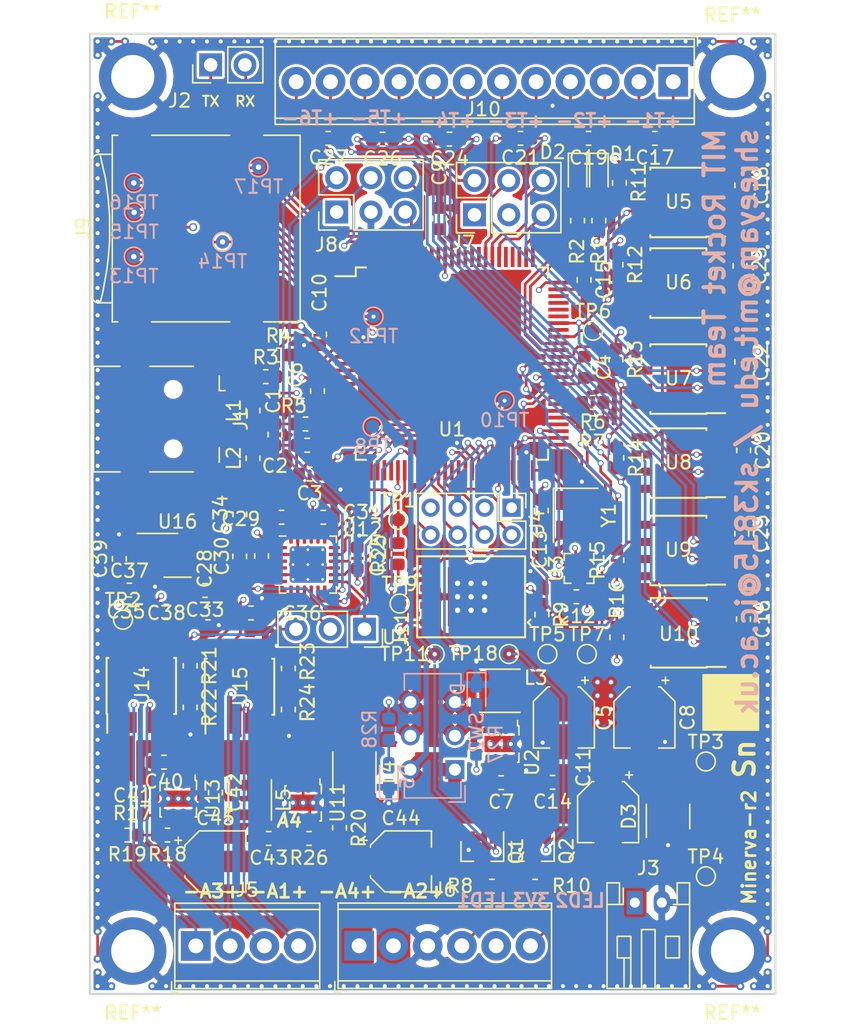
<source format=kicad_pcb>
(kicad_pcb (version 20171130) (host pcbnew "(5.1.2)-1")
  (layers (0 F.Cu signal) (1 In1.Cu power) (2 In2.Cu power) (31 B.Cu signal) (34 B.Paste user) (35 F.Paste user) (36 B.SilkS user) (37 F.SilkS user) (38 B.Mask user) (39 F.Mask user) (44 Edge.Cuts user))
  (net 0 "")
  (net 1 GND)
  (net 2 /thermocouples/T4-)
  (net 3 /thermocouples/T4+)
  (net 4 +3V3)
  (net 5 /thermocouples/T3+)
  (net 6 /thermocouples/T3-)
  (net 7 /thermocouples/T2-)
  (net 8 /thermocouples/T2+)
  (net 9 /thermocouples/T1+)
  (net 10 /thermocouples/T1-)
  (net 11 /thermocouples/T6-)
  (net 12 /thermocouples/T6+)
  (net 13 /thermocouples/T5+)
  (net 14 /thermocouples/T5-)
  (net 15 /D+)
  (net 16 /D-)
  (net 17 +BATT)
  (net 18 /SD_DAT1)
  (net 19 /SD_DAT0)
  (net 20 /SD_CLK)
  (net 21 /SD_CMD)
  (net 22 /SD_DAT3)
  (net 23 /SD_DAT2)
  (net 24 /analog/FG4)
  (net 25 /analog/FG3)
  (net 26 /analog/OUT3)
  (net 27 /analog/OUT4)
  (net 28 /OSC_1)
  (net 29 /OSC_2)
  (net 30 /RST)
  (net 31 /SPI2_SCLK)
  (net 32 /SPI2_MISO)
  (net 33 VDD)
  (net 34 "Net-(Q1-Pad3)")
  (net 35 "Net-(Q2-Pad3)")
  (net 36 "Net-(L3-Pad2)")
  (net 37 "Net-(L3-Pad1)")
  (net 38 "Net-(J1-Pad2)")
  (net 39 "Net-(C7-Pad1)")
  (net 40 "Net-(D1-Pad2)")
  (net 41 /LED)
  (net 42 "Net-(C3-Pad1)")
  (net 43 "Net-(J1-Pad3)")
  (net 44 /SPI0_SCLK)
  (net 45 /SPI0_MISO)
  (net 46 /CS_TC1)
  (net 47 /CS_TC2)
  (net 48 /CS_TC3)
  (net 49 /CS_TC4)
  (net 50 /CS_TC5)
  (net 51 /CS_TC6)
  (net 52 /LED_E2)
  (net 53 /LED_E1)
  (net 54 /CAL_ANLG)
  (net 55 /CS_ANLG)
  (net 56 /ST_2)
  (net 57 /STBY_2)
  (net 58 /OR_2)
  (net 59 /ST_1)
  (net 60 /STBY_1)
  (net 61 /OR_1)
  (net 62 /V_ACC_2)
  (net 63 /V_ACC_1)
  (net 64 /analog/CHIP_TEMP)
  (net 65 /analog/REFP)
  (net 66 /SPI0_MOSI)
  (net 67 /CS_FLASH)
  (net 68 "Net-(D2-Pad2)")
  (net 69 "Net-(C2-Pad1)")
  (net 70 "Net-(C1-Pad2)")
  (net 71 "Net-(C1-Pad1)")
  (net 72 /SDA)
  (net 73 /SCL)
  (net 74 "Net-(U12-Pad3)")
  (net 75 /ACC_INT)
  (net 76 /UART_TX)
  (net 77 /UART_RX)
  (net 78 "Net-(C33-Pad1)")
  (net 79 /IP3)
  (net 80 /IM3)
  (net 81 /IP4)
  (net 82 /IM4)
  (net 83 "Net-(C40-Pad2)")
  (net 84 "Net-(C40-Pad1)")
  (net 85 "Net-(C41-Pad2)")
  (net 86 "Net-(C42-Pad2)")
  (net 87 "Net-(C43-Pad1)")
  (net 88 "Net-(L4-Pad2)")
  (net 89 "Net-(L4-Pad1)")
  (net 90 "Net-(L5-Pad2)")
  (net 91 "Net-(L5-Pad1)")
  (net 92 "Net-(R18-Pad2)")
  (net 93 +10V)
  (net 94 "Net-(R20-Pad2)")
  (net 95 +5V)
  (net 96 "Net-(J6-Pad6)")
  (net 97 "Net-(J6-Pad4)")
  (net 98 /analog/OUT2)
  (net 99 /analog/OUT1)
  (net 100 /analog/OUT0)
  (net 101 "Net-(D4-Pad2)")
  (net 102 "Net-(D5-Pad2)")
  (net 103 /JTAG_TMS)
  (net 104 /JTAG_TDO)
  (net 105 /JTAG_TDI)
  (net 106 /JTAG_TCLK)
  (module Connector_Card:microSD_HC_Wuerth_693072010801 (layer F.Cu) (at 63.3482 121.1114 90)
    (fp_text reference J9 (at 0 -7.99 90) (layer F.SilkS))
    (fp_text value Micro_SD_Card)
    (pad 1 smd rect (at -3.2 -1.55 90) (size 0.8 1.5) (layers F.Cu F.Paste F.Mask) (net 23 /SD_DAT2))
    (pad 2 smd rect (at -2.1 -1.55 90) (size 0.8 1.5) (layers F.Cu F.Paste F.Mask) (net 22 /SD_DAT3))
    (pad 3 smd rect (at -1 -1.55 90) (size 0.8 1.5) (layers F.Cu F.Paste F.Mask) (net 21 /SD_CMD))
    (pad 4 smd rect (at 0.1 -1.55 90) (size 0.8 1.5) (layers F.Cu F.Paste F.Mask) (net 4 +3V3))
    (pad 5 smd rect (at 1.2 -1.55 90) (size 0.8 1.5) (layers F.Cu F.Paste F.Mask) (net 20 /SD_CLK))
    (pad 6 smd rect (at 2.3 -1.55 90) (size 0.8 1.5) (layers F.Cu F.Paste F.Mask) (net 1 GND))
    (pad 7 smd rect (at 3.4 -1.55 90) (size 0.8 1.5) (layers F.Cu F.Paste F.Mask) (net 19 /SD_DAT0))
    (pad 8 smd rect (at 4.5 -1.55 90) (size 0.8 1.5) (layers F.Cu F.Paste F.Mask) (net 18 /SD_DAT1))
    (pad 9 smd rect (at 6.875 4.15 90) (size 1.45 2) (layers F.Cu F.Paste F.Mask) (net 1 GND))
    (pad 9 smd rect (at -6.875 4.15 90) (size 1.45 2) (layers F.Cu F.Paste F.Mask) (net 1 GND))
    (pad 9 smd rect (at -6.875 -4.15 90) (size 1.45 2) (layers F.Cu F.Paste F.Mask) (net 1 GND))
    (pad 9 smd rect (at 6.875 -4.15 90) (size 1.45 2) (layers F.Cu F.Paste F.Mask) (net 1 GND))
  )
  (module Resistor_SMD:R_0603_1608Metric (layer B.Cu) (at 78.031 158.186 270)
    (fp_text reference R28 (at 0 1.43 90) (layer B.SilkS) (effects (justify mirror)))
    (fp_text value 470)
    (pad 2 smd roundrect (at 0.7875 0 270) (size 0.875 0.95) (layers B.Cu B.Paste B.Mask) (net 102 "Net-(D5-Pad2)"))
    (pad 1 smd roundrect (at -0.7875 0 270) (size 0.875 0.95) (layers B.Cu B.Paste B.Mask) (net 4 +3V3))
  )
  (module Resistor_SMD:R_0603_1608Metric (layer B.Cu) (at 84.531 159.2985 90)
    (fp_text reference R27 (at 0 1.43 90) (layer B.SilkS) (effects (justify mirror)))
    (fp_text value 470)
    (pad 2 smd roundrect (at 0.7875 0 90) (size 0.875 0.95) (layers B.Cu B.Paste B.Mask) (net 101 "Net-(D4-Pad2)"))
    (pad 1 smd roundrect (at -0.7875 0 90) (size 0.875 0.95) (layers B.Cu B.Paste B.Mask) (net 4 +3V3))
  )
  (module LED_SMD:LED_0603_1608Metric_Castellated (layer B.Cu) (at 78.031 161.686 90)
    (fp_text reference D5 (at 0 1.38 90) (layer B.SilkS) (effects (justify mirror)))
    (fp_text value LED)
    (pad 2 smd roundrect (at 0.8125 0 90) (size 1.225 0.85) (layers B.Cu B.Paste B.Mask) (net 102 "Net-(D5-Pad2)"))
    (pad 1 smd roundrect (at -0.8125 0 90) (size 1.225 0.85) (layers B.Cu B.Paste B.Mask) (net 1 GND))
  )
  (module LED_SMD:LED_0603_1608Metric_Castellated (layer B.Cu) (at 84.531 155.686 270)
    (fp_text reference D4 (at 0 1.38 90) (layer B.SilkS) (effects (justify mirror)))
    (fp_text value LED)
    (pad 2 smd roundrect (at 0.8125 0 270) (size 1.225 0.85) (layers B.Cu B.Paste B.Mask) (net 101 "Net-(D4-Pad2)"))
    (pad 1 smd roundrect (at -0.8125 0 270) (size 1.225 0.85) (layers B.Cu B.Paste B.Mask) (net 1 GND))
  )
  (module Connector_PinSocket_2.54mm:PinSocket_1x03_P2.54mm_Vertical (layer F.Cu) (at 76.231 150.786 270)
    (fp_text reference J11 (at 0 -2.77 90) (layer F.SilkS))
    (fp_text value Conn_01x02)
    (pad 3 thru_hole oval (at 0 5.08 270) (size 1.7 1.7) (drill 1) (layers *.Cu *.Mask) (net 99 /analog/OUT1))
    (pad 2 thru_hole oval (at 0 2.54 270) (size 1.7 1.7) (drill 1) (layers *.Cu *.Mask) (net 98 /analog/OUT2))
    (pad 1 thru_hole rect (at 0 0 270) (size 1.7 1.7) (drill 1) (layers *.Cu *.Mask) (net 100 /analog/OUT0))
  )
  (module Capacitor_SMD:CP_Elec_4x5.8 (layer F.Cu) (at 65.181 167.986)
    (fp_text reference C45 (at 0 -3.2) (layer F.SilkS))
    (fp_text value 10uF)
    (pad 2 smd roundrect (at 1.8 0) (size 2.6 1.6) (layers F.Cu F.Paste F.Mask) (roundrect_rratio 0.15625) (net 1 GND))
    (pad 1 smd roundrect (at -1.8 0) (size 2.6 1.6) (layers F.Cu F.Paste F.Mask) (roundrect_rratio 0.15625) (net 93 +10V))
  )
  (module Capacitor_SMD:CP_Elec_4x5.8 (layer F.Cu) (at 78.931 167.986)
    (fp_text reference C44 (at 0 -3.2) (layer F.SilkS))
    (fp_text value 10uF)
    (pad 2 smd roundrect (at 1.8 0) (size 2.6 1.6) (layers F.Cu F.Paste F.Mask) (roundrect_rratio 0.15625) (net 1 GND))
    (pad 1 smd roundrect (at -1.8 0) (size 2.6 1.6) (layers F.Cu F.Paste F.Mask) (roundrect_rratio 0.15625) (net 95 +5V))
  )
  (module TerminalBlock_Phoenix:TerminalBlock_Phoenix_MPT-0,5-6-2.54_1x06_P2.54mm_Horizontal (layer F.Cu) (at 75.831 174.236)
    (fp_text reference J6 (at 6.35 -4.16) (layer F.SilkS))
    (fp_text value "Driven LEDs")
    (pad 6 thru_hole circle (at 12.7 0) (size 2.2 2.2) (drill 1.1) (layers *.Cu *.Mask) (net 96 "Net-(J6-Pad6)"))
    (pad 5 thru_hole circle (at 10.16 0) (size 2.2 2.2) (drill 1.1) (layers *.Cu *.Mask) (net 4 +3V3))
    (pad 4 thru_hole circle (at 7.62 0) (size 2.2 2.2) (drill 1.1) (layers *.Cu *.Mask) (net 97 "Net-(J6-Pad4)"))
    (pad 3 thru_hole circle (at 5.08 0) (size 2.2 2.2) (drill 1.1) (layers *.Cu *.Mask) (net 1 GND))
    (pad 2 thru_hole circle (at 2.54 0) (size 2.2 2.2) (drill 1.1) (layers *.Cu *.Mask) (net 95 +5V))
    (pad 1 thru_hole rect (at 0 0) (size 2.2 2.2) (drill 1.1) (layers *.Cu *.Mask) (net 93 +10V))
  )
  (module TerminalBlock_Phoenix:TerminalBlock_Phoenix_MPT-0,5-4-2.54_1x04_P2.54mm_Horizontal (layer F.Cu) (at 63.731 174.244)
    (fp_text reference J5 (at 3.81 -4.16) (layer F.SilkS))
    (fp_text value Screw_Terminal_01x04)
    (pad 4 thru_hole circle (at 7.62 0) (size 2.2 2.2) (drill 1.1) (layers *.Cu *.Mask) (net 81 /IP4))
    (pad 3 thru_hole circle (at 5.08 0) (size 2.2 2.2) (drill 1.1) (layers *.Cu *.Mask) (net 82 /IM4))
    (pad 2 thru_hole circle (at 2.54 0) (size 2.2 2.2) (drill 1.1) (layers *.Cu *.Mask) (net 79 /IP3))
    (pad 1 thru_hole rect (at 0 0) (size 2.2 2.2) (drill 1.1) (layers *.Cu *.Mask) (net 80 /IM3))
  )
  (module custom:VSON-10-1EP_2.5x2.5mm_Pitch0.5mm_ThermalPad (layer F.Cu) (at 62.431 163.336 270)
    (fp_text reference U13 (at 0 -2.55 90) (layer F.SilkS))
    (fp_text value TPS61093)
    (pad 11 thru_hole circle (at 0 0 270) (size 0.6 0.6) (drill 0.3) (layers *.Cu *.Mask) (net 1 GND))
    (pad 11 thru_hole circle (at 0 0.75 270) (size 0.6 0.6) (drill 0.3) (layers *.Cu *.Mask) (net 1 GND))
    (pad 11 thru_hole circle (at 0 -0.75 270) (size 0.6 0.6) (drill 0.3) (layers *.Cu *.Mask) (net 1 GND))
    (pad 11 smd rect (at 0.3 0.6 270) (size 0.6 1.2) (layers F.Cu F.Paste F.Mask) (net 1 GND))
    (pad 11 smd rect (at 0.3 -0.6 270) (size 0.6 1.2) (layers F.Cu F.Paste F.Mask) (net 1 GND))
    (pad 11 smd rect (at -0.3 0.6 270) (size 0.6 1.2) (layers F.Cu F.Paste F.Mask) (net 1 GND))
    (pad 11 smd rect (at -0.3 -0.6 270) (size 0.6 1.2) (layers F.Cu F.Paste F.Mask) (net 1 GND))
    (pad 10 smd rect (at 1.25 -1 270) (size 0.8 0.28) (layers F.Cu F.Paste F.Mask) (net 86 "Net-(C42-Pad2)"))
    (pad 9 smd rect (at 1.25 -0.5 270) (size 0.8 0.28) (layers F.Cu F.Paste F.Mask) (net 90 "Net-(L5-Pad2)"))
    (pad 8 smd rect (at 1.25 0 270) (size 0.8 0.28) (layers F.Cu F.Paste F.Mask) (net 93 +10V))
    (pad 7 smd rect (at 1.25 0.5 270) (size 0.8 0.28) (layers F.Cu F.Paste F.Mask) (net 92 "Net-(R18-Pad2)"))
    (pad 6 smd rect (at 1.25 1 270) (size 0.8 0.28) (layers F.Cu F.Paste F.Mask) (net 85 "Net-(C41-Pad2)"))
    (pad 5 smd rect (at -1.25 1 270) (size 0.8 0.28) (layers F.Cu F.Paste F.Mask) (net 91 "Net-(L5-Pad1)"))
    (pad 4 smd rect (at -1.25 0.5 270) (size 0.8 0.28) (layers F.Cu F.Paste F.Mask) (net 83 "Net-(C40-Pad2)"))
    (pad 3 smd rect (at -1.25 0 270) (size 0.8 0.28) (layers F.Cu F.Paste F.Mask) (net 84 "Net-(C40-Pad1)"))
    (pad 2 smd rect (at -1.25 -0.5 270) (size 0.8 0.28) (layers F.Cu F.Paste F.Mask) (net 91 "Net-(L5-Pad1)"))
    (pad 1 smd rect (at -1.25 -1 270) (size 0.8 0.28) (layers F.Cu F.Paste F.Mask) (net 1 GND))
  )
  (module custom:VSON-10-1EP_2.5x2.5mm_Pitch0.5mm_ThermalPad (layer F.Cu) (at 71.681 163.636 270)
    (fp_text reference U11 (at 0 -2.55 90) (layer F.SilkS))
    (fp_text value TPS63030)
    (pad 11 thru_hole circle (at 0 0 270) (size 0.6 0.6) (drill 0.3) (layers *.Cu *.Mask) (net 1 GND))
    (pad 11 thru_hole circle (at 0 0.75 270) (size 0.6 0.6) (drill 0.3) (layers *.Cu *.Mask) (net 1 GND))
    (pad 11 thru_hole circle (at 0 -0.75 270) (size 0.6 0.6) (drill 0.3) (layers *.Cu *.Mask) (net 1 GND))
    (pad 11 smd rect (at 0.3 0.6 270) (size 0.6 1.2) (layers F.Cu F.Paste F.Mask) (net 1 GND))
    (pad 11 smd rect (at 0.3 -0.6 270) (size 0.6 1.2) (layers F.Cu F.Paste F.Mask) (net 1 GND))
    (pad 11 smd rect (at -0.3 0.6 270) (size 0.6 1.2) (layers F.Cu F.Paste F.Mask) (net 1 GND))
    (pad 11 smd rect (at -0.3 -0.6 270) (size 0.6 1.2) (layers F.Cu F.Paste F.Mask) (net 1 GND))
    (pad 10 smd rect (at 1.25 -1 270) (size 0.8 0.28) (layers F.Cu F.Paste F.Mask) (net 94 "Net-(R20-Pad2)"))
    (pad 9 smd rect (at 1.25 -0.5 270) (size 0.8 0.28) (layers F.Cu F.Paste F.Mask) (net 1 GND))
    (pad 8 smd rect (at 1.25 0 270) (size 0.8 0.28) (layers F.Cu F.Paste F.Mask) (net 87 "Net-(C43-Pad1)"))
    (pad 7 smd rect (at 1.25 0.5 270) (size 0.8 0.28) (layers F.Cu F.Paste F.Mask) (net 87 "Net-(C43-Pad1)"))
    (pad 6 smd rect (at 1.25 1 270) (size 0.8 0.28) (layers F.Cu F.Paste F.Mask) (net 87 "Net-(C43-Pad1)"))
    (pad 5 smd rect (at -1.25 1 270) (size 0.8 0.28) (layers F.Cu F.Paste F.Mask) (net 91 "Net-(L5-Pad1)"))
    (pad 4 smd rect (at -1.25 0.5 270) (size 0.8 0.28) (layers F.Cu F.Paste F.Mask) (net 89 "Net-(L4-Pad1)"))
    (pad 3 smd rect (at -1.25 0 270) (size 0.8 0.28) (layers F.Cu F.Paste F.Mask) (net 1 GND))
    (pad 2 smd rect (at -1.25 -0.5 270) (size 0.8 0.28) (layers F.Cu F.Paste F.Mask) (net 88 "Net-(L4-Pad2)"))
    (pad 1 smd rect (at -1.25 -1 270) (size 0.8 0.28) (layers F.Cu F.Paste F.Mask) (net 95 +5V))
  )
  (module Resistor_SMD:R_0603_1608Metric (layer F.Cu) (at 72.1185 166.286 180)
    (fp_text reference R26 (at 0 -1.43) (layer F.SilkS))
    (fp_text value 20k)
    (pad 2 smd roundrect (at 0.7875 0 180) (size 0.875 0.95) (layers F.Cu F.Paste F.Mask) (net 1 GND))
    (pad 1 smd roundrect (at -0.7875 0 180) (size 0.875 0.95) (layers F.Cu F.Paste F.Mask) (net 94 "Net-(R20-Pad2)"))
  )
  (module Resistor_SMD:R_0603_1608Metric (layer F.Cu) (at 74.381 165.4985 270)
    (fp_text reference R20 (at 0 -1.43 90) (layer F.SilkS))
    (fp_text value 180k)
    (pad 2 smd roundrect (at 0.7875 0 270) (size 0.875 0.95) (layers F.Cu F.Paste F.Mask) (net 94 "Net-(R20-Pad2)"))
    (pad 1 smd roundrect (at -0.7875 0 270) (size 0.875 0.95) (layers F.Cu F.Paste F.Mask) (net 95 +5V))
  )
  (module Resistor_SMD:R_0603_1608Metric (layer F.Cu) (at 58.6435 166.036 180)
    (fp_text reference R19 (at 0 -1.43) (layer F.SilkS))
    (fp_text value 10k)
    (pad 2 smd roundrect (at 0.7875 0 180) (size 0.875 0.95) (layers F.Cu F.Paste F.Mask) (net 1 GND))
    (pad 1 smd roundrect (at -0.7875 0 180) (size 0.875 0.95) (layers F.Cu F.Paste F.Mask) (net 92 "Net-(R18-Pad2)"))
  )
  (module Resistor_SMD:R_0603_1608Metric (layer F.Cu) (at 61.631 166.036 180)
    (fp_text reference R18 (at 0 -1.43) (layer F.SilkS))
    (fp_text value 230k)
    (pad 2 smd roundrect (at 0.7875 0 180) (size 0.875 0.95) (layers F.Cu F.Paste F.Mask) (net 92 "Net-(R18-Pad2)"))
    (pad 1 smd roundrect (at -0.7875 0 180) (size 0.875 0.95) (layers F.Cu F.Paste F.Mask) (net 93 +10V))
  )
  (module Resistor_SMD:R_0603_1608Metric (layer F.Cu) (at 59.031 162.986 180)
    (fp_text reference R17 (at 0 -1.43) (layer F.SilkS))
    (fp_text value 200k)
    (pad 2 smd roundrect (at 0.7875 0 180) (size 0.875 0.95) (layers F.Cu F.Paste F.Mask) (net 1 GND))
    (pad 1 smd roundrect (at -0.7875 0 180) (size 0.875 0.95) (layers F.Cu F.Paste F.Mask) (net 85 "Net-(C41-Pad2)"))
  )
  (module Inductors_SMD:L_Taiyo-Yuden_NR-30xx (layer F.Cu) (at 67.731 163.436 270)
    (fp_text reference L5 (at 0 -2.5 90) (layer F.SilkS))
    (fp_text value 10u)
    (pad 2 smd rect (at 1.1 0 270) (size 0.8 2.9) (layers F.Cu F.Paste F.Mask) (net 90 "Net-(L5-Pad2)"))
    (pad 1 smd rect (at -1.1 0 270) (size 0.8 2.9) (layers F.Cu F.Paste F.Mask) (net 91 "Net-(L5-Pad1)"))
  )
  (module Inductor_SMD:L_Taiyo-Yuden_NR-30xx (layer F.Cu) (at 75.481 161.386 270)
    (fp_text reference L4 (at 0 -2.5 90) (layer F.SilkS))
    (fp_text value 1.5uH)
    (pad 2 smd rect (at 1.1 0 270) (size 0.8 2.9) (layers F.Cu F.Paste F.Mask) (net 88 "Net-(L4-Pad2)"))
    (pad 1 smd rect (at -1.1 0 270) (size 0.8 2.9) (layers F.Cu F.Paste F.Mask) (net 89 "Net-(L4-Pad1)"))
  )
  (module Capacitor_SMD:C_0603_1608Metric (layer F.Cu) (at 69.131 166.286 180)
    (fp_text reference C43 (at 0 -1.43) (layer F.SilkS))
    (fp_text value 100nF)
    (pad 2 smd roundrect (at 0.7875 0 180) (size 0.875 0.95) (layers F.Cu F.Paste F.Mask) (net 1 GND))
    (pad 1 smd roundrect (at -0.7875 0 180) (size 0.875 0.95) (layers F.Cu F.Paste F.Mask) (net 87 "Net-(C43-Pad1)"))
  )
  (module Capacitor_SMD:C_0603_1608Metric (layer F.Cu) (at 65.181 162.886 270)
    (fp_text reference C42 (at 0 -1.43 90) (layer F.SilkS))
    (fp_text value 100n)
    (pad 2 smd roundrect (at 0.7875 0 270) (size 0.875 0.95) (layers F.Cu F.Paste F.Mask) (net 86 "Net-(C42-Pad2)"))
    (pad 1 smd roundrect (at -0.7875 0 270) (size 0.875 0.95) (layers F.Cu F.Paste F.Mask) (net 1 GND))
  )
  (module Capacitor_SMD:C_0603_1608Metric (layer F.Cu) (at 59.031 164.536)
    (fp_text reference C41 (at 0 -1.43) (layer F.SilkS))
    (fp_text value 1u)
    (pad 2 smd roundrect (at 0.7875 0) (size 0.875 0.95) (layers F.Cu F.Paste F.Mask) (net 85 "Net-(C41-Pad2)"))
    (pad 1 smd roundrect (at -0.7875 0) (size 0.875 0.95) (layers F.Cu F.Paste F.Mask) (net 1 GND))
  )
  (module Capacitor_SMD:C_0603_1608Metric (layer F.Cu) (at 61.3685 160.636 180)
    (fp_text reference C40 (at 0 -1.43) (layer F.SilkS))
    (fp_text value 100n)
    (pad 2 smd roundrect (at 0.7875 0 180) (size 0.875 0.95) (layers F.Cu F.Paste F.Mask) (net 83 "Net-(C40-Pad2)"))
    (pad 1 smd roundrect (at -0.7875 0 180) (size 0.875 0.95) (layers F.Cu F.Paste F.Mask) (net 84 "Net-(C40-Pad1)"))
  )
  (module Button_Switch_THT:SW_CuK_JS202011CQN_DPDT_Straight (layer B.Cu) (at 82.931 161.186 90)
    (fp_text reference SW2 (at 2.75 1.6 270) (layer B.SilkS) (effects (justify mirror)))
    (fp_text value SW_DPDT_x2)
    (pad 6 thru_hole circle (at 5 -3.3 90) (size 1.4 1.4) (drill 0.9) (layers *.Cu *.Mask) (net 91 "Net-(L5-Pad1)"))
    (pad 5 thru_hole circle (at 2.5 -3.3 90) (size 1.4 1.4) (drill 0.9) (layers *.Cu *.Mask) (net 91 "Net-(L5-Pad1)"))
    (pad 4 thru_hole circle (at 0 -3.3 90) (size 1.4 1.4) (drill 0.9) (layers *.Cu *.Mask) (net 33 VDD))
    (pad 3 thru_hole circle (at 5 0 90) (size 1.4 1.4) (drill 0.9) (layers *.Cu *.Mask) (net 91 "Net-(L5-Pad1)"))
    (pad 2 thru_hole circle (at 2.5 0 90) (size 1.4 1.4) (drill 0.9) (layers *.Cu *.Mask) (net 91 "Net-(L5-Pad1)"))
    (pad 1 thru_hole rect (at 0 0 90) (size 1.4 1.4) (drill 0.9) (layers *.Cu *.Mask) (net 33 VDD))
  )
  (module TestPoint:TestPoint_Pad_D1.0mm (layer F.Cu) (at 92.71 152.619)
    (fp_text reference TP7 (at 0 -1.448) (layer F.SilkS))
    (fp_text value +3V3)
    (pad 1 smd circle (at 0 0) (size 1 1) (layers F.Cu F.Mask) (net 4 +3V3))
  )
  (module Inductor_SMD:L_Taiyo-Yuden_NR-30xx (layer F.Cu) (at 86.2584 155.3464)
    (fp_text reference L3 (at 2.6726 -0.9604) (layer F.SilkS))
    (fp_text value 1.5uH)
    (pad 1 smd rect (at -1.1 0) (size 0.8 2.9) (layers F.Cu F.Paste F.Mask) (net 37 "Net-(L3-Pad1)"))
    (pad 2 smd rect (at 1.1 0) (size 0.8 2.9) (layers F.Cu F.Paste F.Mask) (net 36 "Net-(L3-Pad2)"))
  )
  (module Capacitor_SMD:C_0603_1608Metric (layer F.Cu) (at 86.36 162.1536)
    (fp_text reference C7 (at 0 1.4224) (layer F.SilkS))
    (fp_text value 100nF)
    (pad 1 smd roundrect (at -0.7875 0) (size 0.875 0.95) (layers F.Cu F.Paste F.Mask) (net 39 "Net-(C7-Pad1)"))
    (pad 2 smd roundrect (at 0.7875 0) (size 0.875 0.95) (layers F.Cu F.Paste F.Mask) (net 1 GND))
  )
  (module custom:VSON-10-1EP_2.5x2.5mm_Pitch0.5mm_ThermalPad (layer F.Cu) (at 86.324038 159.291508 270)
    (fp_text reference U2 (at 1.363492 -2.321962 270) (layer F.SilkS))
    (fp_text value TPS63031)
    (pad 1 smd rect (at -1.25 -1 270) (size 0.8 0.28) (layers F.Cu F.Paste F.Mask) (net 4 +3V3))
    (pad 2 smd rect (at -1.25 -0.5 270) (size 0.8 0.28) (layers F.Cu F.Paste F.Mask) (net 36 "Net-(L3-Pad2)"))
    (pad 3 smd rect (at -1.25 0 270) (size 0.8 0.28) (layers F.Cu F.Paste F.Mask) (net 1 GND))
    (pad 4 smd rect (at -1.25 0.5 270) (size 0.8 0.28) (layers F.Cu F.Paste F.Mask) (net 37 "Net-(L3-Pad1)"))
    (pad 5 smd rect (at -1.25 1 270) (size 0.8 0.28) (layers F.Cu F.Paste F.Mask) (net 91 "Net-(L5-Pad1)"))
    (pad 6 smd rect (at 1.25 1 270) (size 0.8 0.28) (layers F.Cu F.Paste F.Mask) (net 39 "Net-(C7-Pad1)"))
    (pad 7 smd rect (at 1.25 0.5 270) (size 0.8 0.28) (layers F.Cu F.Paste F.Mask) (net 39 "Net-(C7-Pad1)"))
    (pad 8 smd rect (at 1.25 0 270) (size 0.8 0.28) (layers F.Cu F.Paste F.Mask) (net 39 "Net-(C7-Pad1)"))
    (pad 9 smd rect (at 1.25 -0.5 270) (size 0.8 0.28) (layers F.Cu F.Paste F.Mask) (net 1 GND))
    (pad 10 smd rect (at 1.25 -1 270) (size 0.8 0.28) (layers F.Cu F.Paste F.Mask) (net 4 +3V3))
    (pad 11 smd rect (at -0.3 -0.6 270) (size 0.6 1.2) (layers F.Cu F.Paste F.Mask) (net 1 GND))
    (pad 11 smd rect (at -0.3 0.6 270) (size 0.6 1.2) (layers F.Cu F.Paste F.Mask) (net 1 GND))
    (pad 11 smd rect (at 0.3 -0.6 270) (size 0.6 1.2) (layers F.Cu F.Paste F.Mask) (net 1 GND))
    (pad 11 smd rect (at 0.3 0.6 270) (size 0.6 1.2) (layers F.Cu F.Paste F.Mask) (net 1 GND))
    (pad 11 thru_hole circle (at 0 -0.75 270) (size 0.6 0.6) (drill 0.3) (layers *.Cu *.Mask) (net 1 GND))
    (pad 11 thru_hole circle (at 0 0.75 270) (size 0.6 0.6) (drill 0.3) (layers *.Cu *.Mask) (net 1 GND))
    (pad 11 thru_hole circle (at 0 0 270) (size 0.6 0.6) (drill 0.3) (layers *.Cu *.Mask) (net 1 GND))
  )
  (module Package_QFP:LQFP-100_14x14mm_P0.5mm (layer F.Cu) (at 82.708 131.1148)
    (fp_text reference U1 (at 0 4.8712) (layer F.SilkS))
    (fp_text value MK64F)
    (pad 100 smd rect (at -6 -7.9 90) (size 1.5 0.28) (layers F.Cu F.Paste F.Mask))
    (pad 99 smd rect (at -5.5 -7.9 90) (size 1.5 0.28) (layers F.Cu F.Paste F.Mask))
    (pad 98 smd rect (at -5 -7.9 90) (size 1.5 0.28) (layers F.Cu F.Paste F.Mask))
    (pad 97 smd rect (at -4.5 -7.9 90) (size 1.5 0.28) (layers F.Cu F.Paste F.Mask) (net 58 /OR_2))
    (pad 96 smd rect (at -4 -7.9 90) (size 1.5 0.28) (layers F.Cu F.Paste F.Mask) (net 76 /UART_TX))
    (pad 95 smd rect (at -3.5 -7.9 90) (size 1.5 0.28) (layers F.Cu F.Paste F.Mask) (net 77 /UART_RX))
    (pad 94 smd rect (at -3 -7.9 90) (size 1.5 0.28) (layers F.Cu F.Paste F.Mask) (net 56 /ST_2))
    (pad 93 smd rect (at -2.5 -7.9 90) (size 1.5 0.28) (layers F.Cu F.Paste F.Mask) (net 57 /STBY_2))
    (pad 92 smd rect (at -2 -7.9 90) (size 1.5 0.28) (layers F.Cu F.Paste F.Mask))
    (pad 91 smd rect (at -1.5 -7.9 90) (size 1.5 0.28) (layers F.Cu F.Paste F.Mask))
    (pad 90 smd rect (at -1 -7.9 90) (size 1.5 0.28) (layers F.Cu F.Paste F.Mask))
    (pad 89 smd rect (at -0.5 -7.9 90) (size 1.5 0.28) (layers F.Cu F.Paste F.Mask) (net 4 +3V3))
    (pad 88 smd rect (at 0 -7.9 90) (size 1.5 0.28) (layers F.Cu F.Paste F.Mask) (net 1 GND))
    (pad 87 smd rect (at 0.5 -7.9 90) (size 1.5 0.28) (layers F.Cu F.Paste F.Mask))
    (pad 86 smd rect (at 1 -7.9 90) (size 1.5 0.28) (layers F.Cu F.Paste F.Mask))
    (pad 85 smd rect (at 1.5 -7.9 90) (size 1.5 0.28) (layers F.Cu F.Paste F.Mask))
    (pad 84 smd rect (at 2 -7.9 90) (size 1.5 0.28) (layers F.Cu F.Paste F.Mask))
    (pad 83 smd rect (at 2.5 -7.9 90) (size 1.5 0.28) (layers F.Cu F.Paste F.Mask) (net 61 /OR_1))
    (pad 82 smd rect (at 3 -7.9 90) (size 1.5 0.28) (layers F.Cu F.Paste F.Mask) (net 60 /STBY_1))
    (pad 81 smd rect (at 3.5 -7.9 90) (size 1.5 0.28) (layers F.Cu F.Paste F.Mask) (net 59 /ST_1))
    (pad 80 smd rect (at 4 -7.9 90) (size 1.5 0.28) (layers F.Cu F.Paste F.Mask))
    (pad 79 smd rect (at 4.5 -7.9 90) (size 1.5 0.28) (layers F.Cu F.Paste F.Mask))
    (pad 78 smd rect (at 5 -7.9 90) (size 1.5 0.28) (layers F.Cu F.Paste F.Mask))
    (pad 77 smd rect (at 5.5 -7.9 90) (size 1.5 0.28) (layers F.Cu F.Paste F.Mask) (net 41 /LED))
    (pad 76 smd rect (at 6 -7.9 90) (size 1.5 0.28) (layers F.Cu F.Paste F.Mask))
    (pad 75 smd rect (at 7.9 -6) (size 1.5 0.28) (layers F.Cu F.Paste F.Mask) (net 4 +3V3))
    (pad 74 smd rect (at 7.9 -5.5) (size 1.5 0.28) (layers F.Cu F.Paste F.Mask) (net 1 GND))
    (pad 73 smd rect (at 7.9 -5) (size 1.5 0.28) (layers F.Cu F.Paste F.Mask))
    (pad 72 smd rect (at 7.9 -4.5) (size 1.5 0.28) (layers F.Cu F.Paste F.Mask))
    (pad 71 smd rect (at 7.9 -4) (size 1.5 0.28) (layers F.Cu F.Paste F.Mask))
    (pad 70 smd rect (at 7.9 -3.5) (size 1.5 0.28) (layers F.Cu F.Paste F.Mask))
    (pad 69 smd rect (at 7.9 -3) (size 1.5 0.28) (layers F.Cu F.Paste F.Mask) (net 32 /SPI2_MISO))
    (pad 68 smd rect (at 7.9 -2.5) (size 1.5 0.28) (layers F.Cu F.Paste F.Mask))
    (pad 67 smd rect (at 7.9 -2) (size 1.5 0.28) (layers F.Cu F.Paste F.Mask) (net 31 /SPI2_SCLK))
    (pad 66 smd rect (at 7.9 -1.5) (size 1.5 0.28) (layers F.Cu F.Paste F.Mask) (net 47 /CS_TC2))
    (pad 65 smd rect (at 7.9 -1) (size 1.5 0.28) (layers F.Cu F.Paste F.Mask) (net 46 /CS_TC1))
    (pad 64 smd rect (at 7.9 -0.5) (size 1.5 0.28) (layers F.Cu F.Paste F.Mask) (net 48 /CS_TC3))
    (pad 63 smd rect (at 7.9 0) (size 1.5 0.28) (layers F.Cu F.Paste F.Mask) (net 49 /CS_TC4))
    (pad 62 smd rect (at 7.9 0.5) (size 1.5 0.28) (layers F.Cu F.Paste F.Mask) (net 50 /CS_TC5))
    (pad 61 smd rect (at 7.9 1) (size 1.5 0.28) (layers F.Cu F.Paste F.Mask) (net 4 +3V3))
    (pad 60 smd rect (at 7.9 1.5) (size 1.5 0.28) (layers F.Cu F.Paste F.Mask) (net 1 GND))
    (pad 59 smd rect (at 7.9 2) (size 1.5 0.28) (layers F.Cu F.Paste F.Mask) (net 51 /CS_TC6))
    (pad 58 smd rect (at 7.9 2.5) (size 1.5 0.28) (layers F.Cu F.Paste F.Mask))
    (pad 57 smd rect (at 7.9 3) (size 1.5 0.28) (layers F.Cu F.Paste F.Mask))
    (pad 56 smd rect (at 7.9 3.5) (size 1.5 0.28) (layers F.Cu F.Paste F.Mask) (net 72 /SDA))
    (pad 55 smd rect (at 7.9 4) (size 1.5 0.28) (layers F.Cu F.Paste F.Mask) (net 73 /SCL))
    (pad 54 smd rect (at 7.9 4.5) (size 1.5 0.28) (layers F.Cu F.Paste F.Mask))
    (pad 53 smd rect (at 7.9 5) (size 1.5 0.28) (layers F.Cu F.Paste F.Mask) (net 75 /ACC_INT))
    (pad 52 smd rect (at 7.9 5.5) (size 1.5 0.28) (layers F.Cu F.Paste F.Mask) (net 30 /RST))
    (pad 51 smd rect (at 7.9 6) (size 1.5 0.28) (layers F.Cu F.Paste F.Mask) (net 29 /OSC_2))
    (pad 50 smd rect (at 6 7.9 90) (size 1.5 0.28) (layers F.Cu F.Paste F.Mask) (net 28 /OSC_1))
    (pad 49 smd rect (at 5.5 7.9 90) (size 1.5 0.28) (layers F.Cu F.Paste F.Mask) (net 1 GND))
    (pad 48 smd rect (at 5 7.9 90) (size 1.5 0.28) (layers F.Cu F.Paste F.Mask) (net 4 +3V3))
    (pad 47 smd rect (at 4.5 7.9 90) (size 1.5 0.28) (layers F.Cu F.Paste F.Mask) (net 45 /SPI0_MISO))
    (pad 46 smd rect (at 4 7.9 90) (size 1.5 0.28) (layers F.Cu F.Paste F.Mask) (net 66 /SPI0_MOSI))
    (pad 45 smd rect (at 3.5 7.9 90) (size 1.5 0.28) (layers F.Cu F.Paste F.Mask) (net 44 /SPI0_SCLK))
    (pad 44 smd rect (at 3 7.9 90) (size 1.5 0.28) (layers F.Cu F.Paste F.Mask) (net 67 /CS_FLASH))
    (pad 43 smd rect (at 2.5 7.9 90) (size 1.5 0.28) (layers F.Cu F.Paste F.Mask) (net 52 /LED_E2))
    (pad 42 smd rect (at 2 7.9 90) (size 1.5 0.28) (layers F.Cu F.Paste F.Mask) (net 53 /LED_E1))
    (pad 41 smd rect (at 1.5 7.9 90) (size 1.5 0.28) (layers F.Cu F.Paste F.Mask) (net 1 GND))
    (pad 40 smd rect (at 1 7.9 90) (size 1.5 0.28) (layers F.Cu F.Paste F.Mask) (net 4 +3V3))
    (pad 39 smd rect (at 0.5 7.9 90) (size 1.5 0.28) (layers F.Cu F.Paste F.Mask))
    (pad 38 smd rect (at 0 7.9 90) (size 1.5 0.28) (layers F.Cu F.Paste F.Mask))
    (pad 37 smd rect (at -0.5 7.9 90) (size 1.5 0.28) (layers F.Cu F.Paste F.Mask) (net 103 /JTAG_TMS))
    (pad 36 smd rect (at -1 7.9 90) (size 1.5 0.28) (layers F.Cu F.Paste F.Mask) (net 104 /JTAG_TDO))
    (pad 35 smd rect (at -1.5 7.9 90) (size 1.5 0.28) (layers F.Cu F.Paste F.Mask) (net 105 /JTAG_TDI))
    (pad 34 smd rect (at -2 7.9 90) (size 1.5 0.28) (layers F.Cu F.Paste F.Mask) (net 106 /JTAG_TCLK))
    (pad 33 smd rect (at -2.5 7.9 90) (size 1.5 0.28) (layers F.Cu F.Paste F.Mask))
    (pad 32 smd rect (at -3 7.9 90) (size 1.5 0.28) (layers F.Cu F.Paste F.Mask) (net 54 /CAL_ANLG))
    (pad 31 smd rect (at -3.5 7.9 90) (size 1.5 0.28) (layers F.Cu F.Paste F.Mask) (net 55 /CS_ANLG))
    (pad 30 smd rect (at -4 7.9 90) (size 1.5 0.28) (layers F.Cu F.Paste F.Mask) (net 4 +3V3))
    (pad 29 smd rect (at -4.5 7.9 90) (size 1.5 0.28) (layers F.Cu F.Paste F.Mask))
    (pad 28 smd rect (at -5 7.9 90) (size 1.5 0.28) (layers F.Cu F.Paste F.Mask))
    (pad 27 smd rect (at -5.5 7.9 90) (size 1.5 0.28) (layers F.Cu F.Paste F.Mask))
    (pad 26 smd rect (at -6 7.9 90) (size 1.5 0.28) (layers F.Cu F.Paste F.Mask) (net 42 "Net-(C3-Pad1)"))
    (pad 25 smd rect (at -7.9 6) (size 1.5 0.28) (layers F.Cu F.Paste F.Mask) (net 71 "Net-(C1-Pad1)"))
    (pad 24 smd rect (at -7.9 5.5) (size 1.5 0.28) (layers F.Cu F.Paste F.Mask) (net 71 "Net-(C1-Pad1)"))
    (pad 23 smd rect (at -7.9 5) (size 1.5 0.28) (layers F.Cu F.Paste F.Mask) (net 69 "Net-(C2-Pad1)"))
    (pad 22 smd rect (at -7.9 4.5) (size 1.5 0.28) (layers F.Cu F.Paste F.Mask) (net 70 "Net-(C1-Pad2)"))
    (pad 21 smd rect (at -7.9 4) (size 1.5 0.28) (layers F.Cu F.Paste F.Mask))
    (pad 20 smd rect (at -7.9 3.5) (size 1.5 0.28) (layers F.Cu F.Paste F.Mask))
    (pad 19 smd rect (at -7.9 3) (size 1.5 0.28) (layers F.Cu F.Paste F.Mask))
    (pad 18 smd rect (at -7.9 2.5) (size 1.5 0.28) (layers F.Cu F.Paste F.Mask))
    (pad 17 smd rect (at -7.9 2) (size 1.5 0.28) (layers F.Cu F.Paste F.Mask))
    (pad 16 smd rect (at -7.9 1.5) (size 1.5 0.28) (layers F.Cu F.Paste F.Mask))
    (pad 15 smd rect (at -7.9 1) (size 1.5 0.28) (layers F.Cu F.Paste F.Mask))
    (pad 14 smd rect (at -7.9 0.5) (size 1.5 0.28) (layers F.Cu F.Paste F.Mask))
    (pad 13 smd rect (at -7.9 0) (size 1.5 0.28) (layers F.Cu F.Paste F.Mask))
    (pad 12 smd rect (at -7.9 -0.5) (size 1.5 0.28) (layers F.Cu F.Paste F.Mask) (net 4 +3V3))
    (pad 11 smd rect (at -7.9 -1) (size 1.5 0.28) (layers F.Cu F.Paste F.Mask) (net 16 /D-))
    (pad 10 smd rect (at -7.9 -1.5) (size 1.5 0.28) (layers F.Cu F.Paste F.Mask) (net 15 /D+))
    (pad 9 smd rect (at -7.9 -2) (size 1.5 0.28) (layers F.Cu F.Paste F.Mask) (net 1 GND))
    (pad 8 smd rect (at -7.9 -2.5) (size 1.5 0.28) (layers F.Cu F.Paste F.Mask) (net 4 +3V3))
    (pad 7 smd rect (at -7.9 -3) (size 1.5 0.28) (layers F.Cu F.Paste F.Mask))
    (pad 6 smd rect (at -7.9 -3.5) (size 1.5 0.28) (layers F.Cu F.Paste F.Mask) (net 23 /SD_DAT2))
    (pad 5 smd rect (at -7.9 -4) (size 1.5 0.28) (layers F.Cu F.Paste F.Mask) (net 22 /SD_DAT3))
    (pad 4 smd rect (at -7.9 -4.5) (size 1.5 0.28) (layers F.Cu F.Paste F.Mask) (net 21 /SD_CMD))
    (pad 3 smd rect (at -7.9 -5) (size 1.5 0.28) (layers F.Cu F.Paste F.Mask) (net 20 /SD_CLK))
    (pad 2 smd rect (at -7.9 -5.5) (size 1.5 0.28) (layers F.Cu F.Paste F.Mask) (net 19 /SD_DAT0))
    (pad 1 smd rect (at -7.9 -6) (size 1.5 0.28) (layers F.Cu F.Paste F.Mask) (net 18 /SD_DAT1))
  )
  (module Connector_PinHeader_2.54mm:PinHeader_1x02_P2.54mm_Vertical (layer F.Cu) (at 64.831 108.986 90)
    (fp_text reference J2 (at -2.65 -2.3 180) (layer F.SilkS))
    (fp_text value Conn_01x02)
    (pad 1 thru_hole rect (at 0 0 90) (size 1.7 1.7) (drill 1) (layers *.Cu *.Mask) (net 76 /UART_TX))
    (pad 2 thru_hole oval (at 0 2.54 90) (size 1.7 1.7) (drill 1) (layers *.Cu *.Mask) (net 77 /UART_RX))
  )
  (module Package_LGA:LGA-12_2x2mm_P0.5mm (layer F.Cu) (at 92.131 146.286 270)
    (fp_text reference U3 (at 0 1.7 270) (layer F.SilkS))
    (fp_text value KXTJ3-1057)
    (pad 2 smd rect (at -0.7625 -0.25 270) (size 0.375 0.35) (layers F.Cu F.Paste F.Mask) (net 72 /SDA))
    (pad 3 smd rect (at -0.7625 0.25 270) (size 0.375 0.35) (layers F.Cu F.Paste F.Mask) (net 4 +3V3))
    (pad 9 smd rect (at 0.7625 -0.25 270) (size 0.375 0.35) (layers F.Cu F.Paste F.Mask) (net 1 GND))
    (pad 8 smd rect (at 0.7625 0.25 270) (size 0.375 0.35) (layers F.Cu F.Paste F.Mask) (net 1 GND))
    (pad 4 smd rect (at -0.7625 0.75 270) (size 0.375 0.35) (layers F.Cu F.Paste F.Mask) (net 1 GND))
    (pad 7 smd rect (at 0.7625 0.75 270) (size 0.375 0.35) (layers F.Cu F.Paste F.Mask) (net 4 +3V3))
    (pad 1 smd rect (at -0.7625 -0.75 270) (size 0.375 0.35) (layers F.Cu F.Paste F.Mask) (net 1 GND))
    (pad 10 smd rect (at 0.7625 -0.75 270) (size 0.375 0.35) (layers F.Cu F.Paste F.Mask) (net 4 +3V3))
    (pad 5 smd rect (at -0.25 0.7625) (size 0.375 0.35) (layers F.Cu F.Paste F.Mask) (net 75 /ACC_INT))
    (pad 6 smd rect (at 0.25 0.7625) (size 0.375 0.35) (layers F.Cu F.Paste F.Mask) (net 1 GND))
    (pad 11 smd rect (at 0.25 -0.7625) (size 0.375 0.35) (layers F.Cu F.Paste F.Mask) (net 4 +3V3))
    (pad 12 smd rect (at -0.25 -0.7625) (size 0.375 0.35) (layers F.Cu F.Paste F.Mask) (net 73 /SCL))
  )
  (module TestPoint:TestPoint_Pad_D1.0mm (layer F.Cu) (at 89.789 152.619)
    (fp_text reference TP5 (at 0 -1.448) (layer F.SilkS))
    (fp_text value TestPoint)
    (pad 1 smd circle (at 0 0) (size 1 1) (layers F.Cu F.Mask) (net 32 /SPI2_MISO))
  )
  (module Resistor_SMD:R_0603_1608Metric (layer F.Cu) (at 94.931 138.0985 270)
    (fp_text reference R14 (at 0 -1.43 270) (layer F.SilkS))
    (fp_text value 10k)
    (pad 2 smd roundrect (at 0.7875 0 270) (size 0.875 0.95) (layers F.Cu F.Paste F.Mask) (net 49 /CS_TC4))
    (pad 1 smd roundrect (at -0.7875 0 270) (size 0.875 0.95) (layers F.Cu F.Paste F.Mask) (net 4 +3V3))
  )
  (module Capacitor_SMD:C_0603_1608Metric (layer F.Cu) (at 91.931 148.386 180)
    (fp_text reference C12 (at 0 -1.43 180) (layer F.SilkS))
    (fp_text value 100nF)
    (pad 1 smd roundrect (at -0.7875 0 180) (size 0.875 0.95) (layers F.Cu F.Paste F.Mask) (net 4 +3V3))
    (pad 2 smd roundrect (at 0.7875 0 180) (size 0.875 0.95) (layers F.Cu F.Paste F.Mask) (net 1 GND))
  )
  (module Resistor_SMD:R_0603_1608Metric (layer F.Cu) (at 93.1185 135.486 180)
    (fp_text reference R7 (at 0 -1.43 180) (layer F.SilkS))
    (fp_text value 4k7)
    (pad 2 smd roundrect (at 0.7875 0 180) (size 0.875 0.95) (layers F.Cu F.Paste F.Mask) (net 73 /SCL))
    (pad 1 smd roundrect (at -0.7875 0 180) (size 0.875 0.95) (layers F.Cu F.Paste F.Mask) (net 4 +3V3))
  )
  (module Resistor_SMD:R_0603_1608Metric (layer F.Cu) (at 93.1435 133.986 180)
    (fp_text reference R6 (at 0 -1.43 180) (layer F.SilkS))
    (fp_text value 4k7)
    (pad 1 smd roundrect (at -0.7875 0 180) (size 0.875 0.95) (layers F.Cu F.Paste F.Mask) (net 4 +3V3))
    (pad 2 smd roundrect (at 0.7875 0 180) (size 0.875 0.95) (layers F.Cu F.Paste F.Mask) (net 72 /SDA))
  )
  (module Resistor_SMD:R_0603_1608Metric (layer F.Cu) (at 89.381 149.6985 270)
    (fp_text reference R9 (at 0 -1.43 270) (layer F.SilkS))
    (fp_text value 10k)
    (pad 2 smd roundrect (at 0.7875 0 270) (size 0.875 0.95) (layers F.Cu F.Paste F.Mask) (net 67 /CS_FLASH))
    (pad 1 smd roundrect (at -0.7875 0 270) (size 0.875 0.95) (layers F.Cu F.Paste F.Mask) (net 4 +3V3))
  )
  (module "custom:WSON-8 8x6mm" (layer F.Cu) (at 84.131 148.386 180)
    (fp_text reference U4 (at 5.6 -3 180) (layer F.SilkS))
    (fp_text value W25N01GV)
    (pad 5 smd rect (at 3.5 1.905 180) (size 0.55 0.5) (layers F.Cu F.Paste F.Mask) (net 66 /SPI0_MOSI))
    (pad 6 smd rect (at 3.5 0.635 180) (size 0.55 0.5) (layers F.Cu F.Paste F.Mask) (net 44 /SPI0_SCLK))
    (pad 7 smd rect (at 3.5 -0.635 180) (size 0.55 0.5) (layers F.Cu F.Paste F.Mask) (net 4 +3V3))
    (pad 8 smd rect (at 3.5 -1.905 180) (size 0.55 0.5) (layers F.Cu F.Paste F.Mask) (net 4 +3V3))
    (pad 4 smd rect (at -3.5 1.905 180) (size 0.55 0.5) (layers F.Cu F.Paste F.Mask) (net 1 GND))
    (pad 3 smd rect (at -3.5 0.635 180) (size 0.55 0.5) (layers F.Cu F.Paste F.Mask) (net 4 +3V3))
    (pad 2 smd rect (at -3.5 -0.635 180) (size 0.55 0.5) (layers F.Cu F.Paste F.Mask) (net 45 /SPI0_MISO))
    (pad 1 smd rect (at -3.5 -1.905 180) (size 0.55 0.5) (layers F.Cu F.Paste F.Mask) (net 67 /CS_FLASH))
    (pad 9 smd rect (at 0 0 180) (size 3.45 4.35) (layers F.Cu F.Paste F.Mask) (net 1 GND))
  )
  (module Connector_PinHeader_2.00mm:PinHeader_2x04_P2.00mm_Vertical (layer F.Cu) (at 87.131 141.786 270)
    (fp_text reference J4 (at 1 -1.9 270) (layer F.SilkS))
    (fp_text value Programmer)
    (pad 1 thru_hole rect (at 0 0 270) (size 1.35 1.35) (drill 0.8) (layers *.Cu *.Mask) (net 30 /RST))
    (pad 2 thru_hole oval (at 2 0 270) (size 1.35 1.35) (drill 0.8) (layers *.Cu *.Mask) (net 103 /JTAG_TMS))
    (pad 3 thru_hole oval (at 0 2 270) (size 1.35 1.35) (drill 0.8) (layers *.Cu *.Mask) (net 4 +3V3))
    (pad 4 thru_hole oval (at 2 2 270) (size 1.35 1.35) (drill 0.8) (layers *.Cu *.Mask) (net 104 /JTAG_TDO))
    (pad 5 thru_hole oval (at 0 4 270) (size 1.35 1.35) (drill 0.8) (layers *.Cu *.Mask) (net 1 GND))
    (pad 6 thru_hole oval (at 2 4 270) (size 1.35 1.35) (drill 0.8) (layers *.Cu *.Mask) (net 105 /JTAG_TDI))
    (pad 7 thru_hole oval (at 0 6 270) (size 1.35 1.35) (drill 0.8) (layers *.Cu *.Mask) (net 1 GND))
    (pad 8 thru_hole oval (at 2 6 270) (size 1.35 1.35) (drill 0.8) (layers *.Cu *.Mask) (net 106 /JTAG_TCLK))
  )
  (module Resistor_SMD:R_0603_1608Metric (layer F.Cu) (at 78.731 145.1985 90)
    (fp_text reference R25 (at 0 -1.43 90) (layer F.SilkS))
    (fp_text value 10k)
    (pad 1 smd roundrect (at -0.7875 0 90) (size 0.875 0.95) (layers F.Cu F.Paste F.Mask) (net 4 +3V3))
    (pad 2 smd roundrect (at 0.7875 0 90) (size 0.875 0.95) (layers F.Cu F.Paste F.Mask) (net 55 /CS_ANLG))
  )
  (module Package_SO:SOIC-8_3.9x4.9mm_P1.27mm (layer F.Cu) (at 99.4918 132.2578 180)
    (fp_text reference U7 (at -0.0127 0.0508 180) (layer F.SilkS))
    (fp_text value MAX31855KASA)
    (pad 1 smd rect (at -2.7 -1.905 180) (size 1.55 0.6) (layers F.Cu F.Paste F.Mask) (net 1 GND))
    (pad 2 smd rect (at -2.7 -0.635 180) (size 1.55 0.6) (layers F.Cu F.Paste F.Mask) (net 6 /thermocouples/T3-))
    (pad 3 smd rect (at -2.7 0.635 180) (size 1.55 0.6) (layers F.Cu F.Paste F.Mask) (net 5 /thermocouples/T3+))
    (pad 4 smd rect (at -2.7 1.905 180) (size 1.55 0.6) (layers F.Cu F.Paste F.Mask) (net 4 +3V3))
    (pad 5 smd rect (at 2.7 1.905 180) (size 1.55 0.6) (layers F.Cu F.Paste F.Mask) (net 31 /SPI2_SCLK))
    (pad 6 smd rect (at 2.7 0.635 180) (size 1.55 0.6) (layers F.Cu F.Paste F.Mask) (net 48 /CS_TC3))
    (pad 7 smd rect (at 2.7 -0.635 180) (size 1.55 0.6) (layers F.Cu F.Paste F.Mask) (net 32 /SPI2_MISO))
    (pad 8 smd rect (at 2.7 -1.905 180) (size 1.55 0.6) (layers F.Cu F.Paste F.Mask))
  )
  (module Package_SO:SOIC-8_3.9x4.9mm_P1.27mm (layer F.Cu) (at 99.4918 138.4808 180)
    (fp_text reference U8 (at -0.0127 0.0508 180) (layer F.SilkS))
    (fp_text value MAX31855KASA)
    (pad 8 smd rect (at 2.7 -1.905 180) (size 1.55 0.6) (layers F.Cu F.Paste F.Mask))
    (pad 7 smd rect (at 2.7 -0.635 180) (size 1.55 0.6) (layers F.Cu F.Paste F.Mask) (net 32 /SPI2_MISO))
    (pad 6 smd rect (at 2.7 0.635 180) (size 1.55 0.6) (layers F.Cu F.Paste F.Mask) (net 49 /CS_TC4))
    (pad 5 smd rect (at 2.7 1.905 180) (size 1.55 0.6) (layers F.Cu F.Paste F.Mask) (net 31 /SPI2_SCLK))
    (pad 4 smd rect (at -2.7 1.905 180) (size 1.55 0.6) (layers F.Cu F.Paste F.Mask) (net 4 +3V3))
    (pad 3 smd rect (at -2.7 0.635 180) (size 1.55 0.6) (layers F.Cu F.Paste F.Mask) (net 3 /thermocouples/T4+))
    (pad 2 smd rect (at -2.7 -0.635 180) (size 1.55 0.6) (layers F.Cu F.Paste F.Mask) (net 2 /thermocouples/T4-))
    (pad 1 smd rect (at -2.7 -1.905 180) (size 1.55 0.6) (layers F.Cu F.Paste F.Mask) (net 1 GND))
  )
  (module Package_SO:SOIC-8_3.9x4.9mm_P1.27mm (layer F.Cu) (at 99.4918 119.1768 180)
    (fp_text reference U5 (at -0.0127 0.0508 180) (layer F.SilkS))
    (fp_text value MAX31855KASA)
    (pad 1 smd rect (at -2.7 -1.905 180) (size 1.55 0.6) (layers F.Cu F.Paste F.Mask) (net 1 GND))
    (pad 2 smd rect (at -2.7 -0.635 180) (size 1.55 0.6) (layers F.Cu F.Paste F.Mask) (net 10 /thermocouples/T1-))
    (pad 3 smd rect (at -2.7 0.635 180) (size 1.55 0.6) (layers F.Cu F.Paste F.Mask) (net 9 /thermocouples/T1+))
    (pad 4 smd rect (at -2.7 1.905 180) (size 1.55 0.6) (layers F.Cu F.Paste F.Mask) (net 4 +3V3))
    (pad 5 smd rect (at 2.7 1.905 180) (size 1.55 0.6) (layers F.Cu F.Paste F.Mask) (net 31 /SPI2_SCLK))
    (pad 6 smd rect (at 2.7 0.635 180) (size 1.55 0.6) (layers F.Cu F.Paste F.Mask) (net 46 /CS_TC1))
    (pad 7 smd rect (at 2.7 -0.635 180) (size 1.55 0.6) (layers F.Cu F.Paste F.Mask) (net 32 /SPI2_MISO))
    (pad 8 smd rect (at 2.7 -1.905 180) (size 1.55 0.6) (layers F.Cu F.Paste F.Mask))
  )
  (module Resistor_SMD:R_0603_1608Metric (layer F.Cu) (at 94.869 130.81 270)
    (fp_text reference R13 (at 0 -1.43 270) (layer F.SilkS))
    (fp_text value 10k)
    (pad 1 smd roundrect (at -0.7875 0 270) (size 0.875 0.95) (layers F.Cu F.Paste F.Mask) (net 4 +3V3))
    (pad 2 smd roundrect (at 0.7875 0 270) (size 0.875 0.95) (layers F.Cu F.Paste F.Mask) (net 48 /CS_TC3))
  )
  (module Resistor_SMD:R_0603_1608Metric (layer F.Cu) (at 94.931 145.6735 90)
    (fp_text reference R15 (at 0 -1.43 90) (layer F.SilkS))
    (fp_text value 10k)
    (pad 2 smd roundrect (at 0.7875 0 90) (size 0.875 0.95) (layers F.Cu F.Paste F.Mask) (net 50 /CS_TC5))
    (pad 1 smd roundrect (at -0.7875 0 90) (size 0.875 0.95) (layers F.Cu F.Paste F.Mask) (net 4 +3V3))
  )
  (module Resistor_SMD:R_0603_1608Metric (layer F.Cu) (at 94.9325 151.384 90)
    (fp_text reference R16 (at 2.798 -0.0015 90) (layer F.SilkS))
    (fp_text value 10k)
    (pad 1 smd roundrect (at -0.7875 0 90) (size 0.875 0.95) (layers F.Cu F.Paste F.Mask) (net 4 +3V3))
    (pad 2 smd roundrect (at 0.7875 0 90) (size 0.875 0.95) (layers F.Cu F.Paste F.Mask) (net 51 /CS_TC6))
  )
  (module Resistor_SMD:R_0603_1608Metric (layer F.Cu) (at 94.869 123.787 270)
    (fp_text reference R12 (at 0 -1.43 270) (layer F.SilkS))
    (fp_text value 10k)
    (pad 2 smd roundrect (at 0.7875 0 270) (size 0.875 0.95) (layers F.Cu F.Paste F.Mask) (net 47 /CS_TC2))
    (pad 1 smd roundrect (at -0.7875 0 270) (size 0.875 0.95) (layers F.Cu F.Paste F.Mask) (net 4 +3V3))
  )
  (module Resistor_SMD:R_0603_1608Metric (layer F.Cu) (at 95.123 117.729 270)
    (fp_text reference R11 (at 0 -1.43 270) (layer F.SilkS))
    (fp_text value 10k)
    (pad 1 smd roundrect (at -0.7875 0 270) (size 0.875 0.95) (layers F.Cu F.Paste F.Mask) (net 4 +3V3))
    (pad 2 smd roundrect (at 0.7875 0 270) (size 0.875 0.95) (layers F.Cu F.Paste F.Mask) (net 46 /CS_TC1))
  )
  (module TerminalBlock_Phoenix:TerminalBlock_Phoenix_MPT-0,5-12-2.54_1x12_P2.54mm_Horizontal (layer F.Cu) (at 99.1108 110.236 180)
    (fp_text reference J10 (at 14.097 -2.032 180) (layer F.SilkS))
    (fp_text value "Thermocouple Input")
    (pad 1 thru_hole rect (at 0 0 180) (size 2.2 2.2) (drill 1.1) (layers *.Cu *.Mask) (net 9 /thermocouples/T1+))
    (pad 2 thru_hole circle (at 2.54 0 180) (size 2.2 2.2) (drill 1.1) (layers *.Cu *.Mask) (net 10 /thermocouples/T1-))
    (pad 3 thru_hole circle (at 5.08 0 180) (size 2.2 2.2) (drill 1.1) (layers *.Cu *.Mask) (net 8 /thermocouples/T2+))
    (pad 4 thru_hole circle (at 7.62 0 180) (size 2.2 2.2) (drill 1.1) (layers *.Cu *.Mask) (net 7 /thermocouples/T2-))
    (pad 5 thru_hole circle (at 10.16 0 180) (size 2.2 2.2) (drill 1.1) (layers *.Cu *.Mask) (net 5 /thermocouples/T3+))
    (pad 6 thru_hole circle (at 12.7 0 180) (size 2.2 2.2) (drill 1.1) (layers *.Cu *.Mask) (net 6 /thermocouples/T3-))
    (pad 7 thru_hole circle (at 15.24 0 180) (size 2.2 2.2) (drill 1.1) (layers *.Cu *.Mask) (net 3 /thermocouples/T4+))
    (pad 8 thru_hole circle (at 17.78 0 180) (size 2.2 2.2) (drill 1.1) (layers *.Cu *.Mask) (net 2 /thermocouples/T4-))
    (pad 9 thru_hole circle (at 20.32 0 180) (size 2.2 2.2) (drill 1.1) (layers *.Cu *.Mask) (net 13 /thermocouples/T5+))
    (pad 10 thru_hole circle (at 22.86 0 180) (size 2.2 2.2) (drill 1.1) (layers *.Cu *.Mask) (net 14 /thermocouples/T5-))
    (pad 11 thru_hole circle (at 25.4 0 180) (size 2.2 2.2) (drill 1.1) (layers *.Cu *.Mask) (net 12 /thermocouples/T6+))
    (pad 12 thru_hole circle (at 27.94 0 180) (size 2.2 2.2) (drill 1.1) (layers *.Cu *.Mask) (net 11 /thermocouples/T6-))
  )
  (module Capacitor_SMD:C_0603_1608Metric (layer F.Cu) (at 77.5715 114.4905 180)
    (fp_text reference C26 (at 0 -1.43 180) (layer F.SilkS))
    (fp_text value 10nF)
    (pad 2 smd roundrect (at 0.7875 0 180) (size 0.875 0.95) (layers F.Cu F.Paste F.Mask) (net 14 /thermocouples/T5-))
    (pad 1 smd roundrect (at -0.7875 0 180) (size 0.875 0.95) (layers F.Cu F.Paste F.Mask) (net 13 /thermocouples/T5+))
  )
  (module Capacitor_SMD:C_0603_1608Metric (layer F.Cu) (at 97.752 114.427 180)
    (fp_text reference C17 (at 0 -1.43 180) (layer F.SilkS))
    (fp_text value 10nF)
    (pad 2 smd roundrect (at 0.7875 0 180) (size 0.875 0.95) (layers F.Cu F.Paste F.Mask) (net 10 /thermocouples/T1-))
    (pad 1 smd roundrect (at -0.7875 0 180) (size 0.875 0.95) (layers F.Cu F.Paste F.Mask) (net 9 /thermocouples/T1+))
  )
  (module Capacitor_SMD:C_0603_1608Metric (layer F.Cu) (at 92.837 114.427 180)
    (fp_text reference C19 (at 0 -1.43 180) (layer F.SilkS))
    (fp_text value 10nF)
    (pad 1 smd roundrect (at -0.7875 0 180) (size 0.875 0.95) (layers F.Cu F.Paste F.Mask) (net 8 /thermocouples/T2+))
    (pad 2 smd roundrect (at 0.7875 0 180) (size 0.875 0.95) (layers F.Cu F.Paste F.Mask) (net 7 /thermocouples/T2-))
  )
  (module Capacitor_SMD:C_0603_1608Metric (layer F.Cu) (at 87.795 114.427 180)
    (fp_text reference C21 (at 0 -1.43 180) (layer F.SilkS))
    (fp_text value 10nF)
    (pad 2 smd roundrect (at 0.7875 0 180) (size 0.875 0.95) (layers F.Cu F.Paste F.Mask) (net 6 /thermocouples/T3-))
    (pad 1 smd roundrect (at -0.7875 0 180) (size 0.875 0.95) (layers F.Cu F.Paste F.Mask) (net 5 /thermocouples/T3+))
  )
  (module Capacitor_SMD:C_0603_1608Metric (layer F.Cu) (at 82.5245 114.486 180)
    (fp_text reference C24 (at 0 -1.43 180) (layer F.SilkS))
    (fp_text value 10nF)
    (pad 1 smd roundrect (at -0.7875 0 180) (size 0.875 0.95) (layers F.Cu F.Paste F.Mask) (net 3 /thermocouples/T4+))
    (pad 2 smd roundrect (at 0.7875 0 180) (size 0.875 0.95) (layers F.Cu F.Paste F.Mask) (net 2 /thermocouples/T4-))
  )
  (module Capacitor_SMD:C_0603_1608Metric (layer F.Cu) (at 73.533 114.427 180)
    (fp_text reference C27 (at 0 -1.43 180) (layer F.SilkS))
    (fp_text value 10nF)
    (pad 1 smd roundrect (at -0.7875 0 180) (size 0.875 0.95) (layers F.Cu F.Paste F.Mask) (net 12 /thermocouples/T6+))
    (pad 2 smd roundrect (at 0.7875 0 180) (size 0.875 0.95) (layers F.Cu F.Paste F.Mask) (net 11 /thermocouples/T6-))
  )
  (module Package_SO:VSSOP-8_3.0x3.0mm_P0.65mm (layer F.Cu) (at 62.378118 145.313858)
    (fp_text reference U16 (at 0 -2.5) (layer F.SilkS))
    (fp_text value REF5025ADGK)
    (pad 1 smd rect (at -2.2 -0.975 270) (size 0.45 1.45) (layers F.Cu F.Paste F.Mask))
    (pad 2 smd rect (at -2.2 -0.325 270) (size 0.45 1.45) (layers F.Cu F.Paste F.Mask) (net 4 +3V3))
    (pad 3 smd rect (at -2.2 0.325 270) (size 0.45 1.45) (layers F.Cu F.Paste F.Mask) (net 64 /analog/CHIP_TEMP))
    (pad 4 smd rect (at -2.2 0.975 270) (size 0.45 1.45) (layers F.Cu F.Paste F.Mask) (net 1 GND))
    (pad 5 smd rect (at 2.2 0.975 270) (size 0.45 1.45) (layers F.Cu F.Paste F.Mask) (net 78 "Net-(C33-Pad1)"))
    (pad 6 smd rect (at 2.2 0.325 270) (size 0.45 1.45) (layers F.Cu F.Paste F.Mask) (net 65 /analog/REFP))
    (pad 7 smd rect (at 2.2 -0.325 270) (size 0.45 1.45) (layers F.Cu F.Paste F.Mask))
    (pad 8 smd rect (at 2.2 -0.975 270) (size 0.45 1.45) (layers F.Cu F.Paste F.Mask))
  )
  (module Capacitor_SMD:C_0603_1608Metric (layer F.Cu) (at 67.8185 149.586)
    (fp_text reference C36 (at 3.782 0.0254) (layer F.SilkS))
    (fp_text value 100nF)
    (pad 1 smd roundrect (at -0.7875 0) (size 0.875 0.95) (layers F.Cu F.Paste F.Mask) (net 4 +3V3))
    (pad 2 smd roundrect (at 0.7875 0) (size 0.875 0.95) (layers F.Cu F.Paste F.Mask) (net 1 GND))
  )
  (module TestPoint:TestPoint_Pad_D1.0mm (layer F.Cu) (at 78.731 142.686)
    (fp_text reference TP1 (at 0 -1.448) (layer F.SilkS))
    (fp_text value CSANLG)
    (pad 1 smd circle (at 0 0) (size 1 1) (layers F.Cu F.Mask) (net 55 /CS_ANLG))
  )
  (module TestPoint:TestPoint_Pad_D1.0mm (layer F.Cu) (at 78.831 148.886)
    (fp_text reference TP9 (at 0 -1.448) (layer F.SilkS))
    (fp_text value SPI0_MOSI)
    (pad 1 smd circle (at 0 0) (size 1 1) (layers F.Cu F.Mask) (net 66 /SPI0_MOSI))
  )
  (module Capacitor_SMD:C_0603_1608Metric (layer F.Cu) (at 64.410118 147.917358 180)
    (fp_text reference C33 (at 0 -1.43 180) (layer F.SilkS))
    (fp_text value 1uF)
    (pad 2 smd roundrect (at 0.7875 0 180) (size 0.875 0.95) (layers F.Cu F.Paste F.Mask) (net 1 GND))
    (pad 1 smd roundrect (at -0.7875 0 180) (size 0.875 0.95) (layers F.Cu F.Paste F.Mask) (net 78 "Net-(C33-Pad1)"))
  )
  (module Capacitor_SMD:C_0603_1608Metric (layer F.Cu) (at 66.9925 142.278 90)
    (fp_text reference C34 (at 0 -1.43 90) (layer F.SilkS))
    (fp_text value 10uF)
    (pad 1 smd roundrect (at -0.7875 0 90) (size 0.875 0.95) (layers F.Cu F.Paste F.Mask) (net 65 /analog/REFP))
    (pad 2 smd roundrect (at 0.7875 0 90) (size 0.875 0.95) (layers F.Cu F.Paste F.Mask) (net 1 GND))
  )
  (module Capacitor_SMD:C_0603_1608Metric (layer F.Cu) (at 58.801 147.8915)
    (fp_text reference C37 (at 0 -1.43) (layer F.SilkS))
    (fp_text value 1uF)
    (pad 2 smd roundrect (at 0.7875 0) (size 0.875 0.95) (layers F.Cu F.Paste F.Mask) (net 1 GND))
    (pad 1 smd roundrect (at -0.7875 0) (size 0.875 0.95) (layers F.Cu F.Paste F.Mask) (net 4 +3V3))
  )
  (module Capacitor_SMD:C_0603_1608Metric (layer F.Cu) (at 58.060118 145.567858 90)
    (fp_text reference C39 (at 0 -1.43 90) (layer F.SilkS))
    (fp_text value 100nF)
    (pad 1 smd roundrect (at -0.7875 0 90) (size 0.875 0.95) (layers F.Cu F.Paste F.Mask) (net 4 +3V3))
    (pad 2 smd roundrect (at 0.7875 0 90) (size 0.875 0.95) (layers F.Cu F.Paste F.Mask) (net 1 GND))
  )
  (module Package_TO_SOT_SMD:SOT-23 (layer F.Cu) (at 88.707 167.2176 270)
    (fp_text reference Q2 (at 0 -2.5 270) (layer F.SilkS))
    (fp_text value Q_NMOS_GSD)
    (pad 1 smd rect (at -1 -0.95 270) (size 0.9 0.8) (layers F.Cu F.Paste F.Mask) (net 52 /LED_E2))
    (pad 2 smd rect (at -1 0.95 270) (size 0.9 0.8) (layers F.Cu F.Paste F.Mask) (net 1 GND))
    (pad 3 smd rect (at 1 0 270) (size 0.9 0.8) (layers F.Cu F.Paste F.Mask) (net 35 "Net-(Q2-Pad3)"))
  )
  (module Package_TO_SOT_SMD:SOT-23 (layer F.Cu) (at 84.963 167.2176 270)
    (fp_text reference Q1 (at 0 -2.5 270) (layer F.SilkS))
    (fp_text value Q_NMOS_GSD)
    (pad 3 smd rect (at 1 0 270) (size 0.9 0.8) (layers F.Cu F.Paste F.Mask) (net 34 "Net-(Q1-Pad3)"))
    (pad 2 smd rect (at -1 0.95 270) (size 0.9 0.8) (layers F.Cu F.Paste F.Mask) (net 1 GND))
    (pad 1 smd rect (at -1 -0.95 270) (size 0.9 0.8) (layers F.Cu F.Paste F.Mask) (net 53 /LED_E1))
  )
  (module Resistor_SMD:R_0603_1608Metric (layer F.Cu) (at 68.9101 132.08)
    (fp_text reference R3 (at 0 -1.43) (layer F.SilkS))
    (fp_text value 33)
    (pad 2 smd roundrect (at 0.7875 0) (size 0.875 0.95) (layers F.Cu F.Paste F.Mask) (net 15 /D+))
    (pad 1 smd roundrect (at -0.7875 0) (size 0.875 0.95) (layers F.Cu F.Paste F.Mask) (net 43 "Net-(J1-Pad3)"))
  )
  (module Connector_USB:USB_Mini-B_Lumberg_2486_01_Horizontal (layer F.Cu) (at 62.0574 135.2246 270)
    (fp_text reference J1 (at 0 -5 270) (layer F.SilkS))
    (fp_text value USB_B_Mini)
    (pad 1 smd rect (at -1.6 -2.7 270) (size 0.5 2) (layers F.Cu F.Paste F.Mask) (net 33 VDD))
    (pad 2 smd rect (at -0.8 -2.7 270) (size 0.5 2) (layers F.Cu F.Paste F.Mask) (net 38 "Net-(J1-Pad2)"))
    (pad 3 smd rect (at 0 -2.7 270) (size 0.5 2) (layers F.Cu F.Paste F.Mask) (net 43 "Net-(J1-Pad3)"))
    (pad 4 smd rect (at 0.8 -2.7 270) (size 0.5 2) (layers F.Cu F.Paste F.Mask))
    (pad 5 smd rect (at 1.6 -2.7 270) (size 0.5 2) (layers F.Cu F.Paste F.Mask) (net 1 GND))
    (pad 6 smd rect (at -4.45 -2.6 270) (size 2 1.7) (layers F.Cu F.Paste F.Mask) (net 1 GND))
    (pad 6 smd rect (at -4.45 2.85 270) (size 2 1.7) (layers F.Cu F.Paste F.Mask) (net 1 GND))
    (pad 6 smd rect (at 4.45 -2.6 270) (size 2 1.7) (layers F.Cu F.Paste F.Mask) (net 1 GND))
    (pad 6 smd rect (at 4.45 2.85 270) (size 2 1.7) (layers F.Cu F.Paste F.Mask) (net 1 GND))
    (pad "" np_thru_hole circle (at -2.2 0 270) (size 1 1) (drill 1) (layers *.Cu *.Mask))
    (pad "" np_thru_hole circle (at 2.2 0 270) (size 1 1) (drill 1) (layers *.Cu *.Mask))
  )
  (module Crystal:Crystal_SMD_3225-4Pin_3.2x2.5mm (layer F.Cu) (at 91.8822 142.3494 270)
    (fp_text reference Y1 (at 0 -2.45 270) (layer F.SilkS))
    (fp_text value "16 MHz")
    (pad 1 smd rect (at -1.1 0.85 270) (size 1.4 1.2) (layers F.Cu F.Paste F.Mask) (net 28 /OSC_1))
    (pad 2 smd rect (at 1.1 0.85 270) (size 1.4 1.2) (layers F.Cu F.Paste F.Mask) (net 1 GND))
    (pad 3 smd rect (at 1.1 -0.85 270) (size 1.4 1.2) (layers F.Cu F.Paste F.Mask) (net 29 /OSC_2))
    (pad 4 smd rect (at -1.1 -0.85 270) (size 1.4 1.2) (layers F.Cu F.Paste F.Mask) (net 1 GND))
  )
  (module TestPoint:TestPoint_Pad_D1.0mm (layer F.Cu) (at 81.431 152.636)
    (fp_text reference TP11 (at -2.2318 -0.0076) (layer F.SilkS))
    (fp_text value LEDE1)
    (pad 1 smd circle (at 0 0) (size 1 1) (layers F.Cu F.Mask) (net 53 /LED_E1))
  )
  (module TestPoint:TestPoint_Pad_D1.0mm (layer F.Cu) (at 58.331 150.086)
    (fp_text reference TP2 (at 0 -1.448) (layer F.SilkS))
    (fp_text value CAL)
    (pad 1 smd circle (at 0 0) (size 1 1) (layers F.Cu F.Mask) (net 54 /CAL_ANLG))
  )
  (module TestPoint:TestPoint_Pad_D1.0mm (layer F.Cu) (at 101.531 160.586)
    (fp_text reference TP3 (at 0 -1.448) (layer F.SilkS))
    (fp_text value VDD)
    (pad 1 smd circle (at 0 0) (size 1 1) (layers F.Cu F.Mask) (net 33 VDD))
  )
  (module TestPoint:TestPoint_Pad_D1.0mm (layer F.Cu) (at 101.531 169.086)
    (fp_text reference TP4 (at 0 -1.448) (layer F.SilkS))
    (fp_text value +BATT)
    (pad 1 smd circle (at 0 0) (size 1 1) (layers F.Cu F.Mask) (net 17 +BATT))
  )
  (module TestPoint:TestPoint_Pad_D1.0mm (layer F.Cu) (at 93.1672 128.6764)
    (fp_text reference TP6 (at 0 -1.448) (layer F.SilkS))
    (fp_text value TestPoint)
    (pad 1 smd circle (at 0 0) (size 1 1) (layers F.Cu F.Mask) (net 31 /SPI2_SCLK))
  )
  (module TestPoint:TestPoint_Pad_D1.0mm (layer B.Cu) (at 86.614 133.858)
    (fp_text reference TP10 (at 0 1.448) (layer B.SilkS) (effects (justify mirror)))
    (fp_text value SPI0_MISO)
    (pad 1 smd circle (at 0 0) (size 1 1) (layers B.Cu B.Mask) (net 45 /SPI0_MISO))
  )
  (module TestPoint:TestPoint_Pad_D1.0mm (layer B.Cu) (at 68.3768 116.5606)
    (fp_text reference TP17 (at 0 1.448) (layer B.SilkS) (effects (justify mirror)))
    (fp_text value SD_DAT1)
    (pad 1 smd circle (at 0 0) (size 1 1) (layers B.Cu B.Mask) (net 18 /SD_DAT1))
  )
  (module TestPoint:TestPoint_Pad_D1.0mm (layer B.Cu) (at 59.1312 117.729)
    (fp_text reference TP16 (at 0 1.448) (layer B.SilkS) (effects (justify mirror)))
    (fp_text value SD_DAT0)
    (pad 1 smd circle (at 0 0) (size 1 1) (layers B.Cu B.Mask) (net 19 /SD_DAT0))
  )
  (module TestPoint:TestPoint_Pad_D1.0mm (layer B.Cu) (at 59.1566 119.9134)
    (fp_text reference TP15 (at 0 1.448) (layer B.SilkS) (effects (justify mirror)))
    (fp_text value SD_CLK)
    (pad 1 smd circle (at 0 0) (size 1 1) (layers B.Cu B.Mask) (net 20 /SD_CLK))
  )
  (module TestPoint:TestPoint_Pad_D1.0mm (layer B.Cu) (at 65.7098 122.0978)
    (fp_text reference TP14 (at 0 1.448) (layer B.SilkS) (effects (justify mirror)))
    (fp_text value SD_CMD)
    (pad 1 smd circle (at 0 0) (size 1 1) (layers B.Cu B.Mask) (net 21 /SD_CMD))
  )
  (module TestPoint:TestPoint_Pad_D1.0mm (layer B.Cu) (at 59.1312 123.19)
    (fp_text reference TP13 (at 0 1.448) (layer B.SilkS) (effects (justify mirror)))
    (fp_text value SD_DAT3)
    (pad 1 smd circle (at 0 0) (size 1 1) (layers B.Cu B.Mask) (net 22 /SD_DAT3))
  )
  (module TestPoint:TestPoint_Pad_D1.0mm (layer B.Cu) (at 76.8985 127.635)
    (fp_text reference TP12 (at 0 1.448) (layer B.SilkS) (effects (justify mirror)))
    (fp_text value SD_DAT2)
    (pad 1 smd circle (at 0 0) (size 1 1) (layers B.Cu B.Mask) (net 23 /SD_DAT2))
  )
  (module TestPoint:TestPoint_Pad_D1.0mm (layer F.Cu) (at 86.931 152.619)
    (fp_text reference TP18 (at -2.6338 -0.033) (layer F.SilkS))
    (fp_text value LEDE2)
    (pad 1 smd circle (at 0 0) (size 1 1) (layers F.Cu F.Mask) (net 52 /LED_E2))
  )
  (module TestPoint:TestPoint_Pad_D1.0mm (layer B.Cu) (at 76.831 135.786)
    (fp_text reference TP8 (at 0 1.448) (layer B.SilkS) (effects (justify mirror)))
    (fp_text value SPI0_SCLK)
    (pad 1 smd circle (at 0 0) (size 1 1) (layers B.Cu B.Mask) (net 44 /SPI0_SCLK))
  )
  (module Package_TO_SOT_SMD:SOT-23-5 (layer F.Cu) (at 98.7298 164.6604 90)
    (fp_text reference D3 (at 0 -2.9 90) (layer F.SilkS))
    (fp_text value MAX40200)
    (pad 1 smd rect (at -1.1 -0.95 90) (size 1.06 0.65) (layers F.Cu F.Paste F.Mask) (net 17 +BATT))
    (pad 2 smd rect (at -1.1 0 90) (size 1.06 0.65) (layers F.Cu F.Paste F.Mask) (net 1 GND))
    (pad 3 smd rect (at -1.1 0.95 90) (size 1.06 0.65) (layers F.Cu F.Paste F.Mask) (net 17 +BATT))
    (pad 4 smd rect (at 1.1 0.95 90) (size 1.06 0.65) (layers F.Cu F.Paste F.Mask))
    (pad 5 smd rect (at 1.1 -0.95 90) (size 1.06 0.65) (layers F.Cu F.Paste F.Mask) (net 33 VDD))
  )
  (module Resistor_SMD:R_0603_1608Metric (layer F.Cu) (at 69.8753 130.4798)
    (fp_text reference R4 (at 0 -1.43) (layer F.SilkS))
    (fp_text value 33)
    (pad 1 smd roundrect (at -0.7875 0) (size 0.875 0.95) (layers F.Cu F.Paste F.Mask) (net 38 "Net-(J1-Pad2)"))
    (pad 2 smd roundrect (at 0.7875 0) (size 0.875 0.95) (layers F.Cu F.Paste F.Mask) (net 16 /D-))
  )
  (module Package_DFN_QFN:QFN-24-1EP_4x4mm_P0.5mm_EP2.7x2.7mm_ThermalVias (layer F.Cu) (at 72.0344 145.9992)
    (fp_text reference U12 (at 4.0386 -2.6162) (layer F.SilkS))
    (fp_text value ADS7951)
    (pad 24 smd roundrect (at -1.25 -1.9625) (size 0.25 0.825) (layers F.Cu F.Paste F.Mask) (net 65 /analog/REFP))
    (pad 23 smd roundrect (at -0.75 -1.9625) (size 0.25 0.825) (layers F.Cu F.Paste F.Mask) (net 1 GND))
    (pad 22 smd roundrect (at -0.25 -1.9625) (size 0.25 0.825) (layers F.Cu F.Paste F.Mask))
    (pad 21 smd roundrect (at 0.25 -1.9625) (size 0.25 0.825) (layers F.Cu F.Paste F.Mask) (net 4 +3V3))
    (pad 20 smd roundrect (at 0.75 -1.9625) (size 0.25 0.825) (layers F.Cu F.Paste F.Mask) (net 1 GND))
    (pad 19 smd roundrect (at 1.25 -1.9625) (size 0.25 0.825) (layers F.Cu F.Paste F.Mask) (net 45 /SPI0_MISO))
    (pad 18 smd roundrect (at 1.9625 -1.25) (size 0.825 0.25) (layers F.Cu F.Paste F.Mask) (net 66 /SPI0_MOSI))
    (pad 17 smd roundrect (at 1.9625 -0.75) (size 0.825 0.25) (layers F.Cu F.Paste F.Mask) (net 44 /SPI0_SCLK))
    (pad 16 smd roundrect (at 1.9625 -0.25) (size 0.825 0.25) (layers F.Cu F.Paste F.Mask) (net 55 /CS_ANLG))
    (pad 15 smd roundrect (at 1.9625 0.25) (size 0.825 0.25) (layers F.Cu F.Paste F.Mask) (net 1 GND))
    (pad 14 smd roundrect (at 1.9625 0.75) (size 0.825 0.25) (layers F.Cu F.Paste F.Mask) (net 4 +3V3))
    (pad 13 smd roundrect (at 1.9625 1.25) (size 0.825 0.25) (layers F.Cu F.Paste F.Mask) (net 100 /analog/OUT0))
    (pad 12 smd roundrect (at 1.25 1.9625) (size 0.25 0.825) (layers F.Cu F.Paste F.Mask) (net 63 /V_ACC_1))
    (pad 11 smd roundrect (at 0.75 1.9625) (size 0.25 0.825) (layers F.Cu F.Paste F.Mask) (net 62 /V_ACC_2))
    (pad 10 smd roundrect (at 0.25 1.9625) (size 0.25 0.825) (layers F.Cu F.Paste F.Mask) (net 98 /analog/OUT2))
    (pad 9 smd roundrect (at -0.25 1.9625) (size 0.25 0.825) (layers F.Cu F.Paste F.Mask) (net 27 /analog/OUT4))
    (pad 8 smd roundrect (at -0.75 1.9625) (size 0.25 0.825) (layers F.Cu F.Paste F.Mask) (net 26 /analog/OUT3))
    (pad 7 smd roundrect (at -1.25 1.9625) (size 0.25 0.825) (layers F.Cu F.Paste F.Mask) (net 99 /analog/OUT1))
    (pad 6 smd roundrect (at -1.9625 1.25) (size 0.825 0.25) (layers F.Cu F.Paste F.Mask) (net 64 /analog/CHIP_TEMP))
    (pad 5 smd roundrect (at -1.9625 0.75) (size 0.825 0.25) (layers F.Cu F.Paste F.Mask) (net 1 GND))
    (pad 4 smd roundrect (at -1.9625 0.25) (size 0.825 0.25) (layers F.Cu F.Paste F.Mask) (net 74 "Net-(U12-Pad3)"))
    (pad 3 smd roundrect (at -1.9625 -0.25) (size 0.825 0.25) (layers F.Cu F.Paste F.Mask) (net 74 "Net-(U12-Pad3)"))
    (pad 2 smd roundrect (at -1.9625 -0.75) (size 0.825 0.25) (layers F.Cu F.Paste F.Mask) (net 1 GND))
    (pad 1 smd roundrect (at -1.9625 -1.25) (size 0.825 0.25) (layers F.Cu F.Paste F.Mask) (net 4 +3V3))
    (pad 25 smd roundrect (at 0 0) (size 2.7 2.7) (layers B.Cu) (roundrect_rratio 0.09259299999999999) (net 1 GND))
    (pad 25 thru_hole circle (at 1.1 1.1) (size 0.5 0.5) (drill 0.2) (layers *.Cu) (net 1 GND))
    (pad 25 thru_hole circle (at 0 1.1) (size 0.5 0.5) (drill 0.2) (layers *.Cu) (net 1 GND))
    (pad 25 thru_hole circle (at -1.1 1.1) (size 0.5 0.5) (drill 0.2) (layers *.Cu) (net 1 GND))
    (pad 25 thru_hole circle (at 1.1 0) (size 0.5 0.5) (drill 0.2) (layers *.Cu) (net 1 GND))
    (pad 25 thru_hole circle (at 0 0) (size 0.5 0.5) (drill 0.2) (layers *.Cu) (net 1 GND))
    (pad 25 thru_hole circle (at -1.1 0) (size 0.5 0.5) (drill 0.2) (layers *.Cu) (net 1 GND))
    (pad 25 thru_hole circle (at 1.1 -1.1) (size 0.5 0.5) (drill 0.2) (layers *.Cu) (net 1 GND))
    (pad 25 thru_hole circle (at 0 -1.1) (size 0.5 0.5) (drill 0.2) (layers *.Cu) (net 1 GND))
    (pad 25 thru_hole circle (at -1.1 -1.1) (size 0.5 0.5) (drill 0.2) (layers *.Cu) (net 1 GND))
    (pad 25 smd roundrect (at 0 0) (size 2.7 2.7) (layers F.Cu F.Mask) (roundrect_rratio 0.09259299999999999) (net 1 GND))
  )
  (module Capacitor_SMD:C_0603_1608Metric (layer F.Cu) (at 68.6054 145.3643 270)
    (fp_text reference C30 (at 0 2.9464 270) (layer F.SilkS))
    (fp_text value 2.2uF)
    (pad 1 smd roundrect (at -0.7875 0 270) (size 0.875 0.95) (layers F.Cu F.Paste F.Mask) (net 4 +3V3))
    (pad 2 smd roundrect (at 0.7875 0 270) (size 0.875 0.95) (layers F.Cu F.Paste F.Mask) (net 1 GND))
  )
  (module Capacitor_SMD:C_0603_1608Metric (layer F.Cu) (at 73.1775 142.494)
    (fp_text reference C31 (at 2.8955 -0.381) (layer F.SilkS))
    (fp_text value 2.2uF)
    (pad 2 smd roundrect (at 0.7875 0) (size 0.875 0.95) (layers F.Cu F.Paste F.Mask) (net 1 GND))
    (pad 1 smd roundrect (at -0.7875 0) (size 0.875 0.95) (layers F.Cu F.Paste F.Mask) (net 4 +3V3))
  )
  (module Capacitor_SMD:C_0603_1608Metric (layer F.Cu) (at 75.692 145.5165 90)
    (fp_text reference C32 (at 0.0508 1.4986 90) (layer F.SilkS))
    (fp_text value 2.2uF)
    (pad 1 smd roundrect (at -0.7875 0 90) (size 0.875 0.95) (layers F.Cu F.Paste F.Mask) (net 4 +3V3))
    (pad 2 smd roundrect (at 0.7875 0 90) (size 0.875 0.95) (layers F.Cu F.Paste F.Mask) (net 1 GND))
  )
  (module Capacitor_SMD:C_0603_1608Metric (layer F.Cu) (at 70.0785 142.494)
    (fp_text reference C29 (at -3.0225 0.127) (layer F.SilkS))
    (fp_text value 2.2uF)
    (pad 1 smd roundrect (at -0.7875 0) (size 0.875 0.95) (layers F.Cu F.Paste F.Mask) (net 4 +3V3))
    (pad 2 smd roundrect (at 0.7875 0) (size 0.875 0.95) (layers F.Cu F.Paste F.Mask) (net 1 GND))
  )
  (module LED_SMD:LED_0603_1608Metric_Castellated (layer F.Cu) (at 93.599 117.221 270)
    (fp_text reference D1 (at -1.651 -1.778) (layer F.SilkS))
    (fp_text value LED)
    (pad 2 smd roundrect (at 0.8125 0 270) (size 1.225 0.85) (layers F.Cu F.Paste F.Mask) (net 40 "Net-(D1-Pad2)"))
    (pad 1 smd roundrect (at -0.8125 0 270) (size 1.225 0.85) (layers F.Cu F.Paste F.Mask) (net 1 GND))
  )
  (module LED_SMD:LED_0603_1608Metric_Castellated (layer F.Cu) (at 92.0242 117.221 270)
    (fp_text reference D2 (at -1.778 1.8542) (layer F.SilkS))
    (fp_text value LED)
    (pad 1 smd roundrect (at -0.8125 0 270) (size 1.225 0.85) (layers F.Cu F.Paste F.Mask) (net 1 GND))
    (pad 2 smd roundrect (at 0.8125 0 270) (size 1.225 0.85) (layers F.Cu F.Paste F.Mask) (net 68 "Net-(D2-Pad2)"))
  )
  (module Resistor_SMD:R_0603_1608Metric (layer F.Cu) (at 92.0242 120.523 90)
    (fp_text reference R2 (at -2.286 -0.033 90) (layer F.SilkS))
    (fp_text value 470)
    (pad 2 smd roundrect (at 0.7875 0 90) (size 0.875 0.95) (layers F.Cu F.Paste F.Mask) (net 68 "Net-(D2-Pad2)"))
    (pad 1 smd roundrect (at -0.7875 0 90) (size 0.875 0.95) (layers F.Cu F.Paste F.Mask) (net 41 /LED))
  )
  (module Resistor_SMD:R_0603_1608Metric (layer F.Cu) (at 93.599 120.523 90)
    (fp_text reference R1 (at -2.286 -0.033 90) (layer F.SilkS))
    (fp_text value 470)
    (pad 1 smd roundrect (at -0.7875 0 90) (size 0.875 0.95) (layers F.Cu F.Paste F.Mask) (net 4 +3V3))
    (pad 2 smd roundrect (at 0.7875 0 90) (size 0.875 0.95) (layers F.Cu F.Paste F.Mask) (net 40 "Net-(D1-Pad2)"))
  )
  (module MountingHole:MountingHole_2.5mm_Pad (layer F.Cu) (at 59.055 109.855)
    (fp_text reference REF** (at 0 -4.826) (layer F.SilkS))
    (fp_text value MountingHole_2.5mm_Pad)
    (pad 1 thru_hole circle (at 0 0) (size 5 5) (drill 3.2) (layers *.Cu *.Mask) (net 1 GND))
  )
  (module MountingHole:MountingHole_2.5mm_Pad (layer F.Cu) (at 103.505 109.855)
    (fp_text reference REF** (at 0 -4.572) (layer F.SilkS))
    (fp_text value MountingHole_2.5mm_Pad)
    (pad 1 thru_hole circle (at 0 0) (size 5 5) (drill 3.2) (layers *.Cu *.Mask) (net 1 GND))
  )
  (module MountingHole:MountingHole_2.5mm_Pad (layer F.Cu) (at 103.505 174.625)
    (fp_text reference REF** (at 0 4.572) (layer F.SilkS))
    (fp_text value MountingHole_2.5mm_Pad)
    (pad 1 thru_hole circle (at 0 0) (size 5 5) (drill 3.2) (layers *.Cu *.Mask) (net 1 GND))
  )
  (module Capacitor_SMD:C_0603_1608Metric (layer F.Cu) (at 61.5441 149.4536)
    (fp_text reference C35 (at -2.9971 0.0254) (layer F.SilkS))
    (fp_text value 100nF)
    (pad 2 smd roundrect (at 0.7875 0) (size 0.875 0.95) (layers F.Cu F.Paste F.Mask) (net 1 GND))
    (pad 1 smd roundrect (at -0.7875 0) (size 0.875 0.95) (layers F.Cu F.Paste F.Mask) (net 4 +3V3))
  )
  (module Capacitor_SMD:C_0603_1608Metric (layer F.Cu) (at 64.631 149.586)
    (fp_text reference C38 (at -3.086 0) (layer F.SilkS))
    (fp_text value 100nF)
    (pad 2 smd roundrect (at 0.7875 0) (size 0.875 0.95) (layers F.Cu F.Paste F.Mask) (net 1 GND))
    (pad 1 smd roundrect (at -0.7875 0) (size 0.875 0.95) (layers F.Cu F.Paste F.Mask) (net 4 +3V3))
  )
  (module Capacitor_SMD:C_0603_1608Metric (layer F.Cu) (at 66.9798 145.3896 270)
    (fp_text reference C28 (at 0.9144 2.5908 270) (layer F.SilkS))
    (fp_text value 100nF)
    (pad 2 smd roundrect (at 0.7875 0 270) (size 0.875 0.95) (layers F.Cu F.Paste F.Mask) (net 1 GND))
    (pad 1 smd roundrect (at -0.7875 0 270) (size 0.875 0.95) (layers F.Cu F.Paste F.Mask) (net 4 +3V3))
  )
  (module Capacitor_SMD:CP_Elec_4x5.8 (layer F.Cu) (at 91.0082 157.3276 270)
    (fp_text reference C5 (at 0.0254 -2.9718 270) (layer F.SilkS))
    (fp_text value 10uF)
    (pad 1 smd rect (at -1.8 0 270) (size 2.6 1.6) (layers F.Cu F.Paste F.Mask) (net 4 +3V3))
    (pad 2 smd rect (at 1.8 0 270) (size 2.6 1.6) (layers F.Cu F.Paste F.Mask) (net 1 GND))
  )
  (module Capacitor_SMD:CP_Elec_4x5.8 (layer F.Cu) (at 96.9772 157.3276 270)
    (fp_text reference C8 (at 0 -3.2 270) (layer F.SilkS))
    (fp_text value 10uF)
    (pad 2 smd rect (at 1.8 0 270) (size 2.6 1.6) (layers F.Cu F.Paste F.Mask) (net 1 GND))
    (pad 1 smd rect (at -1.8 0 270) (size 2.6 1.6) (layers F.Cu F.Paste F.Mask) (net 4 +3V3))
  )
  (module Capacitor_SMD:CP_Elec_4x5.8 (layer F.Cu) (at 94.2848 164.3346 270)
    (fp_text reference C11 (at -3.2986 1.8288 270) (layer F.SilkS))
    (fp_text value 10uF)
    (pad 1 smd rect (at -1.8 0 270) (size 2.6 1.6) (layers F.Cu F.Paste F.Mask) (net 33 VDD))
    (pad 2 smd rect (at 1.8 0 270) (size 2.6 1.6) (layers F.Cu F.Paste F.Mask) (net 1 GND))
  )
  (module Capacitor_SMD:C_0603_1608Metric (layer F.Cu) (at 72.7456 133.1468 270)
    (fp_text reference C6 (at -1.1938 1.6256 270) (layer F.SilkS))
    (fp_text value 100nF)
    (pad 1 smd roundrect (at -0.7875 0 270) (size 0.875 0.95) (layers F.Cu F.Paste F.Mask) (net 4 +3V3))
    (pad 2 smd roundrect (at 0.7875 0 270) (size 0.875 0.95) (layers F.Cu F.Paste F.Mask) (net 1 GND))
  )
  (module Capacitor_SMD:C_0603_1608Metric (layer F.Cu) (at 81.788 120.3705 90)
    (fp_text reference C9 (at 3.4035 0 90) (layer F.SilkS))
    (fp_text value 100nF)
    (pad 2 smd roundrect (at 0.7875 0 90) (size 0.875 0.95) (layers F.Cu F.Paste F.Mask) (net 1 GND))
    (pad 1 smd roundrect (at -0.7875 0 90) (size 0.875 0.95) (layers F.Cu F.Paste F.Mask) (net 4 +3V3))
  )
  (module Capacitor_SMD:C_0603_1608Metric (layer F.Cu) (at 72.898 128.9557 270)
    (fp_text reference C10 (at -3.0987 0 90) (layer F.SilkS))
    (fp_text value 100nF)
    (pad 1 smd roundrect (at -0.7875 0 270) (size 0.875 0.95) (layers F.Cu F.Paste F.Mask) (net 4 +3V3))
    (pad 2 smd roundrect (at 0.7875 0 270) (size 0.875 0.95) (layers F.Cu F.Paste F.Mask) (net 1 GND))
  )
  (module Capacitor_SMD:C_0603_1608Metric (layer F.Cu) (at 89.331 141.9985 270)
    (fp_text reference C13 (at 2.8875 0.1 270) (layer F.SilkS))
    (fp_text value 100nF)
    (pad 2 smd roundrect (at 0.7875 0 270) (size 0.875 0.95) (layers F.Cu F.Paste F.Mask) (net 1 GND))
    (pad 1 smd roundrect (at -0.7875 0 270) (size 0.875 0.95) (layers F.Cu F.Paste F.Mask) (net 4 +3V3))
  )
  (module Capacitor_SMD:C_0603_1608Metric (layer F.Cu) (at 92.5068 124.9172 270)
    (fp_text reference C15 (at 0 -1.43 270) (layer F.SilkS))
    (fp_text value 100nF)
    (pad 1 smd roundrect (at -0.7875 0 270) (size 0.875 0.95) (layers F.Cu F.Paste F.Mask) (net 4 +3V3))
    (pad 2 smd roundrect (at 0.7875 0 270) (size 0.875 0.95) (layers F.Cu F.Paste F.Mask) (net 1 GND))
  )
  (module Capacitor_SMD:C_0603_1608Metric (layer F.Cu) (at 92.531 131.386 270)
    (fp_text reference C4 (at 0 -1.43 270) (layer F.SilkS))
    (fp_text value 100nF)
    (pad 2 smd roundrect (at 0.7875 0 270) (size 0.875 0.95) (layers F.Cu F.Paste F.Mask) (net 1 GND))
    (pad 1 smd roundrect (at -0.7875 0 270) (size 0.875 0.95) (layers F.Cu F.Paste F.Mask) (net 4 +3V3))
  )
  (module Capacitor_SMD:C_0603_1608Metric (layer F.Cu) (at 90.17 162.1282 180)
    (fp_text reference C14 (at 0 -1.43 180) (layer F.SilkS))
    (fp_text value 100nF)
    (pad 1 smd roundrect (at -0.7875 0 180) (size 0.875 0.95) (layers F.Cu F.Paste F.Mask) (net 33 VDD))
    (pad 2 smd roundrect (at 0.7875 0 180) (size 0.875 0.95) (layers F.Cu F.Paste F.Mask) (net 1 GND))
  )
  (module Capacitor_SMD:C_0603_1608Metric (layer F.Cu) (at 72.1613 139.2936 180)
    (fp_text reference C3 (at 0 -1.43 180) (layer F.SilkS))
    (fp_text value 100nF)
    (pad 1 smd roundrect (at -0.7875 0 180) (size 0.875 0.95) (layers F.Cu F.Paste F.Mask) (net 42 "Net-(C3-Pad1)"))
    (pad 2 smd roundrect (at 0.7875 0 180) (size 0.875 0.95) (layers F.Cu F.Paste F.Mask) (net 71 "Net-(C1-Pad1)"))
  )
  (module Capacitor_SMD:C_0603_1608Metric (layer F.Cu) (at 71.9836 137.16 180)
    (fp_text reference C2 (at 2.3876 -1.524 180) (layer F.SilkS))
    (fp_text value 100nF)
    (pad 2 smd roundrect (at 0.7875 0 180) (size 0.875 0.95) (layers F.Cu F.Paste F.Mask) (net 71 "Net-(C1-Pad1)"))
    (pad 1 smd roundrect (at -0.7875 0 180) (size 0.875 0.95) (layers F.Cu F.Paste F.Mask) (net 69 "Net-(C2-Pad1)"))
  )
  (module Capacitor_SMD:C_0603_1608Metric (layer F.Cu) (at 69.596 136.3725 90)
    (fp_text reference C1 (at 2.5145 -0.127 90) (layer F.SilkS))
    (fp_text value 2.2uF)
    (pad 1 smd roundrect (at -0.7875 0 90) (size 0.875 0.95) (layers F.Cu F.Paste F.Mask) (net 71 "Net-(C1-Pad1)"))
    (pad 2 smd roundrect (at 0.7875 0 90) (size 0.875 0.95) (layers F.Cu F.Paste F.Mask) (net 70 "Net-(C1-Pad2)"))
  )
  (module Inductor_SMD:L_0603_1608Metric (layer F.Cu) (at 67.9704 134.5947 90)
    (fp_text reference L1 (at 0 -1.43 90) (layer F.SilkS))
    (fp_text value L_Core_Ferrite)
    (pad 2 smd roundrect (at 0.7875 0 90) (size 0.875 0.95) (layers F.Cu F.Paste F.Mask) (net 4 +3V3))
    (pad 1 smd roundrect (at -0.7875 0 90) (size 0.875 0.95) (layers F.Cu F.Paste F.Mask) (net 70 "Net-(C1-Pad2)"))
  )
  (module Inductor_SMD:L_0603_1608Metric (layer F.Cu) (at 67.9704 138.1252 90)
    (fp_text reference L2 (at 0 -1.43 90) (layer F.SilkS))
    (fp_text value L_Core_Ferrite)
    (pad 1 smd roundrect (at -0.7875 0 90) (size 0.875 0.95) (layers F.Cu F.Paste F.Mask) (net 1 GND))
    (pad 2 smd roundrect (at 0.7875 0 90) (size 0.875 0.95) (layers F.Cu F.Paste F.Mask) (net 71 "Net-(C1-Pad1)"))
  )
  (module Resistor_SMD:R_0603_1608Metric (layer F.Cu) (at 71.8565 135.5852 180)
    (fp_text reference R5 (at 0.8635 1.3462 180) (layer F.SilkS))
    (fp_text value 470)
    (pad 1 smd roundrect (at -0.7875 0 180) (size 0.875 0.95) (layers F.Cu F.Paste F.Mask) (net 69 "Net-(C2-Pad1)"))
    (pad 2 smd roundrect (at 0.7875 0 180) (size 0.875 0.95) (layers F.Cu F.Paste F.Mask) (net 70 "Net-(C1-Pad2)"))
  )
  (module Resistor_SMD:R_0603_1608Metric (layer F.Cu) (at 85.6743 169.8244 180)
    (fp_text reference R8 (at 2.3623 0.0254 180) (layer F.SilkS))
    (fp_text value 33)
    (pad 2 smd roundrect (at 0.7875 0 180) (size 0.875 0.95) (layers F.Cu F.Paste F.Mask) (net 34 "Net-(Q1-Pad3)"))
    (pad 1 smd roundrect (at -0.7875 0 180) (size 0.875 0.95) (layers F.Cu F.Paste F.Mask) (net 97 "Net-(J6-Pad4)"))
  )
  (module Resistor_SMD:R_0603_1608Metric (layer F.Cu) (at 88.8745 169.8244 180)
    (fp_text reference R10 (at -2.6925 0.0254 180) (layer F.SilkS))
    (fp_text value 33)
    (pad 1 smd roundrect (at -0.7875 0 180) (size 0.875 0.95) (layers F.Cu F.Paste F.Mask) (net 96 "Net-(J6-Pad6)"))
    (pad 2 smd roundrect (at 0.7875 0 180) (size 0.875 0.95) (layers F.Cu F.Paste F.Mask) (net 35 "Net-(Q2-Pad3)"))
  )
  (module Connector_PinHeader_2.54mm:PinHeader_2x03_P2.54mm_Vertical (layer F.Cu) (at 84.3788 120.0912 90)
    (fp_text reference J7 (at -2.0828 -0.8128 180) (layer F.SilkS))
    (fp_text value "Accelerometer 1")
    (pad 1 thru_hole rect (at 0 0 90) (size 1.7 1.7) (drill 1) (layers *.Cu *.Mask) (net 4 +3V3))
    (pad 2 thru_hole oval (at 2.54 0 90) (size 1.7 1.7) (drill 1) (layers *.Cu *.Mask) (net 63 /V_ACC_1))
    (pad 3 thru_hole oval (at 0 2.54 90) (size 1.7 1.7) (drill 1) (layers *.Cu *.Mask) (net 1 GND))
    (pad 4 thru_hole oval (at 2.54 2.54 90) (size 1.7 1.7) (drill 1) (layers *.Cu *.Mask) (net 61 /OR_1))
    (pad 5 thru_hole oval (at 0 5.08 90) (size 1.7 1.7) (drill 1) (layers *.Cu *.Mask) (net 59 /ST_1))
    (pad 6 thru_hole oval (at 2.54 5.08 90) (size 1.7 1.7) (drill 1) (layers *.Cu *.Mask) (net 60 /STBY_1))
  )
  (module Resistor_SMD:R_0603_1608Metric (layer F.Cu) (at 70.587 156.7335 270)
    (fp_text reference R24 (at -0.508 -1.43 270) (layer F.SilkS))
    (fp_text value 1k)
    (pad 1 smd roundrect (at -0.7875 0 270) (size 0.875 0.95) (layers F.Cu F.Paste F.Mask) (net 24 /analog/FG4))
    (pad 2 smd roundrect (at 0.7875 0 270) (size 0.875 0.95) (layers F.Cu F.Paste F.Mask) (net 1 GND))
  )
  (module Resistor_SMD:R_0603_1608Metric (layer F.Cu) (at 70.587 153.6855 270)
    (fp_text reference R23 (at -0.508 -1.43 270) (layer F.SilkS))
    (fp_text value 100k)
    (pad 2 smd roundrect (at 0.7875 0 270) (size 0.875 0.95) (layers F.Cu F.Paste F.Mask) (net 24 /analog/FG4))
    (pad 1 smd roundrect (at -0.7875 0 270) (size 0.875 0.95) (layers F.Cu F.Paste F.Mask) (net 27 /analog/OUT4))
  )
  (module Resistor_SMD:R_0603_1608Metric (layer F.Cu) (at 63.308 156.5795 270)
    (fp_text reference R22 (at 0 -1.43 270) (layer F.SilkS))
    (fp_text value 1k)
    (pad 1 smd roundrect (at -0.7875 0 270) (size 0.875 0.95) (layers F.Cu F.Paste F.Mask) (net 25 /analog/FG3))
    (pad 2 smd roundrect (at 0.7875 0 270) (size 0.875 0.95) (layers F.Cu F.Paste F.Mask) (net 1 GND))
  )
  (module Resistor_SMD:R_0603_1608Metric (layer F.Cu) (at 63.308 153.4935 270)
    (fp_text reference R21 (at 0 -1.43 270) (layer F.SilkS))
    (fp_text value 30k)
    (pad 2 smd roundrect (at 0.7875 0 270) (size 0.875 0.95) (layers F.Cu F.Paste F.Mask) (net 25 /analog/FG3))
    (pad 1 smd roundrect (at -0.7875 0 270) (size 0.875 0.95) (layers F.Cu F.Paste F.Mask) (net 26 /analog/OUT3))
  )
  (module Connector_JST:JST_PH_S2B-PH-K_1x02_P2.00mm_Horizontal (layer F.Cu) (at 96.266 171.036)
    (fp_text reference J3 (at 1 -2.55) (layer F.SilkS))
    (fp_text value Battery)
    (pad 1 thru_hole rect (at 0 0) (size 1.2 1.75) (drill 0.75) (layers *.Cu *.Mask) (net 17 +BATT))
    (pad 2 thru_hole oval (at 2 0) (size 1.2 1.75) (drill 0.75) (layers *.Cu *.Mask) (net 1 GND))
  )
  (module Package_SO:SOIC-8_3.9x4.9mm_P1.27mm (layer F.Cu) (at 59.6885 154.992 90)
    (fp_text reference U14 (at 0 0.0635 90) (layer F.SilkS))
    (fp_text value MCP6N11)
    (pad 8 smd rect (at 2.7 -1.905 90) (size 1.55 0.6) (layers F.Cu F.Paste F.Mask) (net 54 /CAL_ANLG))
    (pad 7 smd rect (at 2.7 -0.635 90) (size 1.55 0.6) (layers F.Cu F.Paste F.Mask) (net 4 +3V3))
    (pad 6 smd rect (at 2.7 0.635 90) (size 1.55 0.6) (layers F.Cu F.Paste F.Mask) (net 26 /analog/OUT3))
    (pad 5 smd rect (at 2.7 1.905 90) (size 1.55 0.6) (layers F.Cu F.Paste F.Mask) (net 1 GND))
    (pad 4 smd rect (at -2.7 1.905 90) (size 1.55 0.6) (layers F.Cu F.Paste F.Mask) (net 1 GND))
    (pad 3 smd rect (at -2.7 0.635 90) (size 1.55 0.6) (layers F.Cu F.Paste F.Mask) (net 79 /IP3))
    (pad 2 smd rect (at -2.7 -0.635 90) (size 1.55 0.6) (layers F.Cu F.Paste F.Mask) (net 80 /IM3))
    (pad 1 smd rect (at -2.7 -1.905 90) (size 1.55 0.6) (layers F.Cu F.Paste F.Mask) (net 25 /analog/FG3))
  )
  (module Package_SO:SOIC-8_3.9x4.9mm_P1.27mm (layer F.Cu) (at 66.9675 155.0495 90)
    (fp_text reference U15 (at 0.0305 0.0635 90) (layer F.SilkS))
    (fp_text value MCP6N11)
    (pad 1 smd rect (at -2.7 -1.905 90) (size 1.55 0.6) (layers F.Cu F.Paste F.Mask) (net 24 /analog/FG4))
    (pad 2 smd rect (at -2.7 -0.635 90) (size 1.55 0.6) (layers F.Cu F.Paste F.Mask) (net 82 /IM4))
    (pad 3 smd rect (at -2.7 0.635 90) (size 1.55 0.6) (layers F.Cu F.Paste F.Mask) (net 81 /IP4))
    (pad 4 smd rect (at -2.7 1.905 90) (size 1.55 0.6) (layers F.Cu F.Paste F.Mask) (net 1 GND))
    (pad 5 smd rect (at 2.7 1.905 90) (size 1.55 0.6) (layers F.Cu F.Paste F.Mask) (net 1 GND))
    (pad 6 smd rect (at 2.7 0.635 90) (size 1.55 0.6) (layers F.Cu F.Paste F.Mask) (net 27 /analog/OUT4))
    (pad 7 smd rect (at 2.7 -0.635 90) (size 1.55 0.6) (layers F.Cu F.Paste F.Mask) (net 4 +3V3))
    (pad 8 smd rect (at 2.7 -1.905 90) (size 1.55 0.6) (layers F.Cu F.Paste F.Mask) (net 54 /CAL_ANLG))
  )
  (module Connector_PinHeader_2.54mm:PinHeader_2x03_P2.54mm_Vertical (layer F.Cu) (at 74.168 119.888 90)
    (fp_text reference J8 (at -2.413 -0.762 180) (layer F.SilkS))
    (fp_text value "Accelerometer 2")
    (pad 1 thru_hole rect (at 0 0 90) (size 1.7 1.7) (drill 1) (layers *.Cu *.Mask) (net 4 +3V3))
    (pad 2 thru_hole oval (at 2.54 0 90) (size 1.7 1.7) (drill 1) (layers *.Cu *.Mask) (net 62 /V_ACC_2))
    (pad 3 thru_hole oval (at 0 2.54 90) (size 1.7 1.7) (drill 1) (layers *.Cu *.Mask) (net 1 GND))
    (pad 4 thru_hole oval (at 2.54 2.54 90) (size 1.7 1.7) (drill 1) (layers *.Cu *.Mask) (net 58 /OR_2))
    (pad 5 thru_hole oval (at 0 5.08 90) (size 1.7 1.7) (drill 1) (layers *.Cu *.Mask) (net 56 /ST_2))
    (pad 6 thru_hole oval (at 2.54 5.08 90) (size 1.7 1.7) (drill 1) (layers *.Cu *.Mask) (net 57 /STBY_2))
  )
  (module Capacitor_SMD:C_0603_1608Metric (layer F.Cu) (at 104.1908 143.7133 270)
    (fp_text reference C23 (at 0 -1.43 270) (layer F.SilkS))
    (fp_text value 100nF)
    (pad 1 smd roundrect (at -0.7875 0 270) (size 0.875 0.95) (layers F.Cu F.Paste F.Mask) (net 4 +3V3))
    (pad 2 smd roundrect (at 0.7875 0 270) (size 0.875 0.95) (layers F.Cu F.Paste F.Mask) (net 1 GND))
  )
  (module Capacitor_SMD:C_0603_1608Metric (layer F.Cu) (at 104.3178 150.0378 270)
    (fp_text reference C16 (at 0 -1.43 270) (layer F.SilkS))
    (fp_text value 100nF)
    (pad 1 smd roundrect (at -0.7875 0 270) (size 0.875 0.95) (layers F.Cu F.Paste F.Mask) (net 4 +3V3))
    (pad 2 smd roundrect (at 0.7875 0 270) (size 0.875 0.95) (layers F.Cu F.Paste F.Mask) (net 1 GND))
  )
  (module Capacitor_SMD:C_0603_1608Metric (layer F.Cu) (at 104.1908 117.9068 270)
    (fp_text reference C18 (at 0 -1.43 270) (layer F.SilkS))
    (fp_text value 100nF)
    (pad 2 smd roundrect (at 0.7875 0 270) (size 0.875 0.95) (layers F.Cu F.Paste F.Mask) (net 1 GND))
    (pad 1 smd roundrect (at -0.7875 0 270) (size 0.875 0.95) (layers F.Cu F.Paste F.Mask) (net 4 +3V3))
  )
  (module Capacitor_SMD:C_0603_1608Metric (layer F.Cu) (at 104.3305 137.541 270)
    (fp_text reference C20 (at 0 -1.43 270) (layer F.SilkS))
    (fp_text value 100nF)
    (pad 1 smd roundrect (at -0.7875 0 270) (size 0.875 0.95) (layers F.Cu F.Paste F.Mask) (net 4 +3V3))
    (pad 2 smd roundrect (at 0.7875 0 270) (size 0.875 0.95) (layers F.Cu F.Paste F.Mask) (net 1 GND))
  )
  (module Capacitor_SMD:C_0603_1608Metric (layer F.Cu) (at 104.1908 130.9878 270)
    (fp_text reference C22 (at 0 -1.43 270) (layer F.SilkS))
    (fp_text value 100nF)
    (pad 2 smd roundrect (at 0.7875 0 270) (size 0.875 0.95) (layers F.Cu F.Paste F.Mask) (net 1 GND))
    (pad 1 smd roundrect (at -0.7875 0 270) (size 0.875 0.95) (layers F.Cu F.Paste F.Mask) (net 4 +3V3))
  )
  (module Capacitor_SMD:C_0603_1608Metric (layer F.Cu) (at 104.0638 123.8758 270)
    (fp_text reference C25 (at 0 -1.43 270) (layer F.SilkS))
    (fp_text value 100nF)
    (pad 1 smd roundrect (at -0.7875 0 270) (size 0.875 0.95) (layers F.Cu F.Paste F.Mask) (net 4 +3V3))
    (pad 2 smd roundrect (at 0.7875 0 270) (size 0.875 0.95) (layers F.Cu F.Paste F.Mask) (net 1 GND))
  )
  (module Package_SO:SOIC-8_3.9x4.9mm_P1.27mm (layer F.Cu) (at 99.4918 144.9578 180)
    (fp_text reference U9 (at 0 0.0508 180) (layer F.SilkS))
    (fp_text value MAX31855KASA)
    (pad 1 smd rect (at -2.7 -1.905 180) (size 1.55 0.6) (layers F.Cu F.Paste F.Mask) (net 1 GND))
    (pad 2 smd rect (at -2.7 -0.635 180) (size 1.55 0.6) (layers F.Cu F.Paste F.Mask) (net 14 /thermocouples/T5-))
    (pad 3 smd rect (at -2.7 0.635 180) (size 1.55 0.6) (layers F.Cu F.Paste F.Mask) (net 13 /thermocouples/T5+))
    (pad 4 smd rect (at -2.7 1.905 180) (size 1.55 0.6) (layers F.Cu F.Paste F.Mask) (net 4 +3V3))
    (pad 5 smd rect (at 2.7 1.905 180) (size 1.55 0.6) (layers F.Cu F.Paste F.Mask) (net 31 /SPI2_SCLK))
    (pad 6 smd rect (at 2.7 0.635 180) (size 1.55 0.6) (layers F.Cu F.Paste F.Mask) (net 50 /CS_TC5))
    (pad 7 smd rect (at 2.7 -0.635 180) (size 1.55 0.6) (layers F.Cu F.Paste F.Mask) (net 32 /SPI2_MISO))
    (pad 8 smd rect (at 2.7 -1.905 180) (size 1.55 0.6) (layers F.Cu F.Paste F.Mask))
  )
  (module Package_SO:SOIC-8_3.9x4.9mm_P1.27mm (layer F.Cu) (at 99.5248 151.0538 180)
    (fp_text reference U10 (at 0 -0.0762 180) (layer F.SilkS))
    (fp_text value MAX31855KASA)
    (pad 8 smd rect (at 2.7 -1.905 180) (size 1.55 0.6) (layers F.Cu F.Paste F.Mask))
    (pad 7 smd rect (at 2.7 -0.635 180) (size 1.55 0.6) (layers F.Cu F.Paste F.Mask) (net 32 /SPI2_MISO))
    (pad 6 smd rect (at 2.7 0.635 180) (size 1.55 0.6) (layers F.Cu F.Paste F.Mask) (net 51 /CS_TC6))
    (pad 5 smd rect (at 2.7 1.905 180) (size 1.55 0.6) (layers F.Cu F.Paste F.Mask) (net 31 /SPI2_SCLK))
    (pad 4 smd rect (at -2.7 1.905 180) (size 1.55 0.6) (layers F.Cu F.Paste F.Mask) (net 4 +3V3))
    (pad 3 smd rect (at -2.7 0.635 180) (size 1.55 0.6) (layers F.Cu F.Paste F.Mask) (net 12 /thermocouples/T6+))
    (pad 2 smd rect (at -2.7 -0.635 180) (size 1.55 0.6) (layers F.Cu F.Paste F.Mask) (net 11 /thermocouples/T6-))
    (pad 1 smd rect (at -2.7 -1.905 180) (size 1.55 0.6) (layers F.Cu F.Paste F.Mask) (net 1 GND))
  )
  (module Package_SO:SOIC-8_3.9x4.9mm_P1.27mm (layer F.Cu) (at 99.4918 125.1458 180)
    (fp_text reference U6 (at -0.0127 0.0508 180) (layer F.SilkS))
    (fp_text value MAX31855KASA)
    (pad 8 smd rect (at 2.7 -1.905 180) (size 1.55 0.6) (layers F.Cu F.Paste F.Mask))
    (pad 7 smd rect (at 2.7 -0.635 180) (size 1.55 0.6) (layers F.Cu F.Paste F.Mask) (net 32 /SPI2_MISO))
    (pad 6 smd rect (at 2.7 0.635 180) (size 1.55 0.6) (layers F.Cu F.Paste F.Mask) (net 47 /CS_TC2))
    (pad 5 smd rect (at 2.7 1.905 180) (size 1.55 0.6) (layers F.Cu F.Paste F.Mask) (net 31 /SPI2_SCLK))
    (pad 4 smd rect (at -2.7 1.905 180) (size 1.55 0.6) (layers F.Cu F.Paste F.Mask) (net 4 +3V3))
    (pad 3 smd rect (at -2.7 0.635 180) (size 1.55 0.6) (layers F.Cu F.Paste F.Mask) (net 8 /thermocouples/T2+))
    (pad 2 smd rect (at -2.7 -0.635 180) (size 1.55 0.6) (layers F.Cu F.Paste F.Mask) (net 7 /thermocouples/T2-))
    (pad 1 smd rect (at -2.7 -1.905 180) (size 1.55 0.6) (layers F.Cu F.Paste F.Mask) (net 1 GND))
  )
  (module MountingHole:MountingHole_2.5mm_Pad (layer F.Cu) (at 59.055 174.625)
    (fp_text reference REF** (at 0 4.572) (layer F.SilkS))
    (fp_text value MountingHole_2.5mm_Pad)
    (pad 1 thru_hole circle (at 0 0) (size 5 5) (drill 3.2) (layers *.Cu *.Mask) (net 1 GND))
  )
  (gr_text RX (at 67.381 111.686) (layer F.SilkS) (effects (font (size 0.75 0.75))))
  (gr_text TX (at 64.831 111.686) (layer F.SilkS) (effects (font (size 0.75 0.75))))
  (gr_text +T2- (at 92.5322 113.1189) (layer B.SilkS) (effects (font (size 1 1) (thickness 0.2)) (justify mirror)))
  (gr_text +T6- (at 72.2122 112.9284) (layer B.SilkS) (effects (font (size 1 1) (thickness 0.2)) (justify mirror)))
  (gr_text +T5- (at 77.2922 112.9284) (layer B.SilkS) (effects (font (size 1 1) (thickness 0.2)) (justify mirror)))
  (gr_text +T4- (at 82.3722 113.1189) (layer B.SilkS) (effects (font (size 1 1) (thickness 0.2)) (justify mirror)))
  (gr_text +T3- (at 87.4522 113.1189) (layer B.SilkS) (effects (font (size 1 1) (thickness 0.2)) (justify mirror)))
  (gr_text +T1- (at 97.6122 113.1189) (layer B.SilkS) (effects (font (size 1 1) (thickness 0.2)) (justify mirror)))
  (gr_text 3V3 (at 88.5825 170.8785) (layer B.SilkS) (effects (font (size 1 1) (thickness 0.2)) (justify mirror)))
  (gr_text LED2 (at 92.202 170.8785) (layer B.SilkS) (effects (font (size 1 1) (thickness 0.2)) (justify mirror)))
  (gr_text LED1 (at 84.8995 170.8785) (layer B.SilkS) (effects (font (size 1 1) (thickness 0.2)) (justify mirror)))
  (gr_text -A2+ (at 80.043491 170.189904) (layer F.SilkS) (effects (font (size 1 1) (thickness 0.2))))
  (gr_text -A4+ (at 74.963491 170.189904) (layer F.SilkS) (effects (font (size 1 1) (thickness 0.2))))
  (gr_text -A1+ (at 69.883491 170.189904) (layer F.SilkS) (effects (font (size 1 1) (thickness 0.2))))
  (gr_text -A3+ (at 64.930491 170.189904) (layer F.SilkS) (effects (font (size 1 1) (thickness 0.2))))
  (gr_text A4 (at 70.638 164.952) (layer F.SilkS) (effects (font (size 1 1) (thickness 0.2) italic)))
  (gr_text "MIT Rocket Team\nshreeyam@mit.edu / sk3815@ic.ac.uk" (at 103.378 113.538 90) (layer B.SilkS) (effects (font (size 1.5 1.5) (thickness 0.3)) (justify left mirror)))
  (gr_text Minerva-r2 (at 104.731 166.936 90) (layer F.SilkS) (effects (font (size 1 1) (thickness 0.2))))
  (gr_text Sn (at 104.394 160.401 90) (layer F.SilkS) (effects (font (size 1.5 1.5) (thickness 0.3))))
  (gr_poly (pts (xy 101.346 154.178) (xy 101.346 158.242) (xy 105.41 158.242) (xy 105.41 154.178)) (layer F.SilkS) (width 0.15))
  (gr_line (start 55.88 177.8) (end 55.88 106.68) (layer Edge.Cuts) (width 0.15))
  (gr_line (start 106.68 106.68) (end 106.68 177.8) (layer Edge.Cuts) (width 0.15))
  (gr_line (start 55.88 106.68) (end 106.68 106.68) (layer Edge.Cuts) (width 0.15))
  (gr_line (start 106.68 177.8) (end 55.88 177.8) (layer Edge.Cuts) (width 0.15))
  (via (at 83.131 147.386) (size 0.6) (drill 0.4) (layers F.Cu B.Cu) (net 1))
  (via (at 56.4515 177.2285) (size 0.6) (drill 0.3) (layers F.Cu B.Cu) (net 1))
  (via (at 57.464909 177.2285) (size 0.6) (drill 0.3) (layers F.Cu B.Cu) (net 1))
  (via (at 60.505136 177.2285) (size 0.6) (drill 0.3) (layers F.Cu B.Cu) (net 1))
  (via (at 61.518545 177.2285) (size 0.6) (drill 0.3) (layers F.Cu B.Cu) (net 1))
  (via (at 62.531954 177.2285) (size 0.6) (drill 0.3) (layers F.Cu B.Cu) (net 1))
  (via (at 63.545363 177.2285) (size 0.6) (drill 0.3) (layers F.Cu B.Cu) (net 1))
  (via (at 64.558772 177.2285) (size 0.6) (drill 0.3) (layers F.Cu B.Cu) (net 1))
  (via (at 65.572181 177.2285) (size 0.6) (drill 0.3) (layers F.Cu B.Cu) (net 1))
  (via (at 66.58559 177.2285) (size 0.6) (drill 0.3) (layers F.Cu B.Cu) (net 1))
  (via (at 67.598999 177.2285) (size 0.6) (drill 0.3) (layers F.Cu B.Cu) (net 1))
  (via (at 68.612408 177.2285) (size 0.6) (drill 0.3) (layers F.Cu B.Cu) (net 1))
  (via (at 69.625817 177.2285) (size 0.6) (drill 0.3) (layers F.Cu B.Cu) (net 1))
  (via (at 70.639226 177.2285) (size 0.6) (drill 0.3) (layers F.Cu B.Cu) (net 1))
  (via (at 71.652635 177.2285) (size 0.6) (drill 0.3) (layers F.Cu B.Cu) (net 1))
  (via (at 72.666044 177.2285) (size 0.6) (drill 0.3) (layers F.Cu B.Cu) (net 1))
  (via (at 73.679453 177.2285) (size 0.6) (drill 0.3) (layers F.Cu B.Cu) (net 1))
  (via (at 74.692862 177.2285) (size 0.6) (drill 0.3) (layers F.Cu B.Cu) (net 1))
  (via (at 75.706271 177.2285) (size 0.6) (drill 0.3) (layers F.Cu B.Cu) (net 1))
  (via (at 76.71968 177.2285) (size 0.6) (drill 0.3) (layers F.Cu B.Cu) (net 1))
  (via (at 77.733089 177.2285) (size 0.6) (drill 0.3) (layers F.Cu B.Cu) (net 1))
  (via (at 78.746498 177.2285) (size 0.6) (drill 0.3) (layers F.Cu B.Cu) (net 1))
  (via (at 79.759907 177.2285) (size 0.6) (drill 0.3) (layers F.Cu B.Cu) (net 1))
  (via (at 80.773316 177.2285) (size 0.6) (drill 0.3) (layers F.Cu B.Cu) (net 1))
  (via (at 81.786725 177.2285) (size 0.6) (drill 0.3) (layers F.Cu B.Cu) (net 1))
  (via (at 82.800134 177.2285) (size 0.6) (drill 0.3) (layers F.Cu B.Cu) (net 1))
  (via (at 83.813543 177.2285) (size 0.6) (drill 0.3) (layers F.Cu B.Cu) (net 1))
  (via (at 86.85377 177.2285) (size 0.6) (drill 0.3) (layers F.Cu B.Cu) (net 1))
  (via (at 87.867179 177.2285) (size 0.6) (drill 0.3) (layers F.Cu B.Cu) (net 1))
  (via (at 89.893997 177.2285) (size 0.6) (drill 0.3) (layers F.Cu B.Cu) (net 1))
  (via (at 91.920815 177.2285) (size 0.6) (drill 0.3) (layers F.Cu B.Cu) (net 1))
  (via (at 92.934224 177.2285) (size 0.6) (drill 0.3) (layers F.Cu B.Cu) (net 1))
  (via (at 93.947633 177.2285) (size 0.6) (drill 0.3) (layers F.Cu B.Cu) (net 1))
  (via (at 94.961042 177.2285) (size 0.6) (drill 0.3) (layers F.Cu B.Cu) (net 1))
  (via (at 95.974451 177.2285) (size 0.6) (drill 0.3) (layers F.Cu B.Cu) (net 1))
  (via (at 96.98786 177.2285) (size 0.6) (drill 0.3) (layers F.Cu B.Cu) (net 1))
  (via (at 98.001269 177.2285) (size 0.6) (drill 0.3) (layers F.Cu B.Cu) (net 1))
  (via (at 99.014678 177.2285) (size 0.6) (drill 0.3) (layers F.Cu B.Cu) (net 1))
  (via (at 100.028087 177.2285) (size 0.6) (drill 0.3) (layers F.Cu B.Cu) (net 1))
  (via (at 101.041496 177.2285) (size 0.6) (drill 0.3) (layers F.Cu B.Cu) (net 1))
  (via (at 102.054905 177.2285) (size 0.6) (drill 0.3) (layers F.Cu B.Cu) (net 1))
  (via (at 104.081723 177.2285) (size 0.6) (drill 0.3) (layers F.Cu B.Cu) (net 1))
  (via (at 105.095132 177.2285) (size 0.6) (drill 0.3) (layers F.Cu B.Cu) (net 1))
  (via (at 106.1085 177.2285) (size 0.6) (drill 0.3) (layers F.Cu B.Cu) (net 1))
  (via (at 106.1085 176.214341) (size 0.6) (drill 0.3) (layers F.Cu B.Cu) (net 1))
  (via (at 106.1085 175.200182) (size 0.6) (drill 0.3) (layers F.Cu B.Cu) (net 1))
  (via (at 106.1085 173.171864) (size 0.6) (drill 0.3) (layers F.Cu B.Cu) (net 1))
  (via (at 106.1085 172.157705) (size 0.6) (drill 0.3) (layers F.Cu B.Cu) (net 1))
  (via (at 106.1085 171.143546) (size 0.6) (drill 0.3) (layers F.Cu B.Cu) (net 1))
  (via (at 106.1085 170.129387) (size 0.6) (drill 0.3) (layers F.Cu B.Cu) (net 1))
  (via (at 106.1085 169.115228) (size 0.6) (drill 0.3) (layers F.Cu B.Cu) (net 1))
  (via (at 106.1085 168.101069) (size 0.6) (drill 0.3) (layers F.Cu B.Cu) (net 1))
  (via (at 106.1085 167.08691) (size 0.6) (drill 0.3) (layers F.Cu B.Cu) (net 1))
  (via (at 106.1085 166.072751) (size 0.6) (drill 0.3) (layers F.Cu B.Cu) (net 1))
  (via (at 106.1085 165.058592) (size 0.6) (drill 0.3) (layers F.Cu B.Cu) (net 1))
  (via (at 106.1085 164.044433) (size 0.6) (drill 0.3) (layers F.Cu B.Cu) (net 1))
  (via (at 106.1085 163.030274) (size 0.6) (drill 0.3) (layers F.Cu B.Cu) (net 1))
  (via (at 106.1085 162.016115) (size 0.6) (drill 0.3) (layers F.Cu B.Cu) (net 1))
  (via (at 106.1085 161.001956) (size 0.6) (drill 0.3) (layers F.Cu B.Cu) (net 1))
  (via (at 106.1085 159.987797) (size 0.6) (drill 0.3) (layers F.Cu B.Cu) (net 1))
  (via (at 106.1085 158.973638) (size 0.6) (drill 0.3) (layers F.Cu B.Cu) (net 1))
  (via (at 106.1085 157.959479) (size 0.6) (drill 0.3) (layers F.Cu B.Cu) (net 1))
  (via (at 106.1085 156.94532) (size 0.6) (drill 0.3) (layers F.Cu B.Cu) (net 1))
  (via (at 106.1085 155.931161) (size 0.6) (drill 0.3) (layers F.Cu B.Cu) (net 1))
  (via (at 106.1085 154.917002) (size 0.6) (drill 0.3) (layers F.Cu B.Cu) (net 1))
  (via (at 106.1085 153.902843) (size 0.6) (drill 0.3) (layers F.Cu B.Cu) (net 1))
  (via (at 106.1085 152.888684) (size 0.6) (drill 0.3) (layers F.Cu B.Cu) (net 1))
  (via (at 106.1085 151.874525) (size 0.6) (drill 0.3) (layers F.Cu B.Cu) (net 1))
  (via (at 106.1085 150.860366) (size 0.6) (drill 0.3) (layers F.Cu B.Cu) (net 1))
  (via (at 106.1085 149.846207) (size 0.6) (drill 0.3) (layers F.Cu B.Cu) (net 1))
  (via (at 106.1085 148.832048) (size 0.6) (drill 0.3) (layers F.Cu B.Cu) (net 1))
  (via (at 106.1085 147.817889) (size 0.6) (drill 0.3) (layers F.Cu B.Cu) (net 1))
  (via (at 106.1085 146.80373) (size 0.6) (drill 0.3) (layers F.Cu B.Cu) (net 1))
  (via (at 106.1085 145.789571) (size 0.6) (drill 0.3) (layers F.Cu B.Cu) (net 1))
  (via (at 106.1085 144.775412) (size 0.6) (drill 0.3) (layers F.Cu B.Cu) (net 1))
  (via (at 106.1085 143.761253) (size 0.6) (drill 0.3) (layers F.Cu B.Cu) (net 1))
  (via (at 106.1085 142.747094) (size 0.6) (drill 0.3) (layers F.Cu B.Cu) (net 1))
  (via (at 106.1085 141.732935) (size 0.6) (drill 0.3) (layers F.Cu B.Cu) (net 1))
  (via (at 106.1085 140.718776) (size 0.6) (drill 0.3) (layers F.Cu B.Cu) (net 1))
  (via (at 106.1085 139.704617) (size 0.6) (drill 0.3) (layers F.Cu B.Cu) (net 1))
  (via (at 106.1085 138.690458) (size 0.6) (drill 0.3) (layers F.Cu B.Cu) (net 1))
  (via (at 106.1085 137.676299) (size 0.6) (drill 0.3) (layers F.Cu B.Cu) (net 1))
  (via (at 106.1085 136.66214) (size 0.6) (drill 0.3) (layers F.Cu B.Cu) (net 1))
  (via (at 106.1085 135.647981) (size 0.6) (drill 0.3) (layers F.Cu B.Cu) (net 1))
  (via (at 106.1085 134.633822) (size 0.6) (drill 0.3) (layers F.Cu B.Cu) (net 1))
  (via (at 106.1085 133.619663) (size 0.6) (drill 0.3) (layers F.Cu B.Cu) (net 1))
  (via (at 106.1085 132.605504) (size 0.6) (drill 0.3) (layers F.Cu B.Cu) (net 1))
  (via (at 106.1085 131.591345) (size 0.6) (drill 0.3) (layers F.Cu B.Cu) (net 1))
  (via (at 106.1085 130.577186) (size 0.6) (drill 0.3) (layers F.Cu B.Cu) (net 1))
  (via (at 106.1085 129.563027) (size 0.6) (drill 0.3) (layers F.Cu B.Cu) (net 1))
  (via (at 106.1085 128.548868) (size 0.6) (drill 0.3) (layers F.Cu B.Cu) (net 1))
  (via (at 106.1085 127.534709) (size 0.6) (drill 0.3) (layers F.Cu B.Cu) (net 1))
  (via (at 106.1085 126.52055) (size 0.6) (drill 0.3) (layers F.Cu B.Cu) (net 1))
  (via (at 106.1085 125.506391) (size 0.6) (drill 0.3) (layers F.Cu B.Cu) (net 1))
  (via (at 106.1085 124.492232) (size 0.6) (drill 0.3) (layers F.Cu B.Cu) (net 1))
  (via (at 106.1085 123.478073) (size 0.6) (drill 0.3) (layers F.Cu B.Cu) (net 1))
  (via (at 106.1085 122.463914) (size 0.6) (drill 0.3) (layers F.Cu B.Cu) (net 1))
  (via (at 106.1085 121.449755) (size 0.6) (drill 0.3) (layers F.Cu B.Cu) (net 1))
  (via (at 106.1085 120.435596) (size 0.6) (drill 0.3) (layers F.Cu B.Cu) (net 1))
  (via (at 106.1085 119.421437) (size 0.6) (drill 0.3) (layers F.Cu B.Cu) (net 1))
  (via (at 106.1085 118.407278) (size 0.6) (drill 0.3) (layers F.Cu B.Cu) (net 1))
  (via (at 106.1085 117.393119) (size 0.6) (drill 0.3) (layers F.Cu B.Cu) (net 1))
  (via (at 106.1085 116.37896) (size 0.6) (drill 0.3) (layers F.Cu B.Cu) (net 1))
  (via (at 106.1085 115.364801) (size 0.6) (drill 0.3) (layers F.Cu B.Cu) (net 1))
  (via (at 106.1085 114.350642) (size 0.6) (drill 0.3) (layers F.Cu B.Cu) (net 1))
  (via (at 106.1085 113.336483) (size 0.6) (drill 0.3) (layers F.Cu B.Cu) (net 1))
  (via (at 106.1085 112.322324) (size 0.6) (drill 0.3) (layers F.Cu B.Cu) (net 1))
  (via (at 106.1085 111.308165) (size 0.6) (drill 0.3) (layers F.Cu B.Cu) (net 1))
  (via (at 106.1085 108.265688) (size 0.6) (drill 0.3) (layers F.Cu B.Cu) (net 1))
  (via (at 106.1085 107.251529) (size 0.6) (drill 0.3) (layers F.Cu B.Cu) (net 1))
  (via (at 56.4515 117.39338) (size 0.6) (drill 0.3) (layers F.Cu B.Cu) (net 1))
  (via (at 56.4515 162.016376) (size 0.6) (drill 0.3) (layers F.Cu B.Cu) (net 1))
  (via (at 56.4515 167.087171) (size 0.6) (drill 0.3) (layers F.Cu B.Cu) (net 1))
  (via (at 56.4515 165.058853) (size 0.6) (drill 0.3) (layers F.Cu B.Cu) (net 1))
  (via (at 56.4515 115.365062) (size 0.6) (drill 0.3) (layers F.Cu B.Cu) (net 1))
  (via (at 56.4515 168.10133) (size 0.6) (drill 0.3) (layers F.Cu B.Cu) (net 1))
  (via (at 56.4515 173.172125) (size 0.6) (drill 0.3) (layers F.Cu B.Cu) (net 1))
  (via (at 56.4515 170.129648) (size 0.6) (drill 0.3) (layers F.Cu B.Cu) (net 1))
  (via (at 56.4515 153.903104) (size 0.6) (drill 0.3) (layers F.Cu B.Cu) (net 1))
  (via (at 56.4515 151.874786) (size 0.6) (drill 0.3) (layers F.Cu B.Cu) (net 1))
  (via (at 56.4515 134.634083) (size 0.6) (drill 0.3) (layers F.Cu B.Cu) (net 1))
  (via (at 56.4515 123.478334) (size 0.6) (drill 0.3) (layers F.Cu B.Cu) (net 1))
  (via (at 56.4515 118.407539) (size 0.6) (drill 0.3) (layers F.Cu B.Cu) (net 1))
  (via (at 56.4515 116.379221) (size 0.6) (drill 0.3) (layers F.Cu B.Cu) (net 1))
  (via (at 56.4515 163.030535) (size 0.6) (drill 0.3) (layers F.Cu B.Cu) (net 1))
  (via (at 56.4515 150.860627) (size 0.6) (drill 0.3) (layers F.Cu B.Cu) (net 1))
  (via (at 56.4515 130.577447) (size 0.6) (drill 0.3) (layers F.Cu B.Cu) (net 1))
  (via (at 56.4515 127.53497) (size 0.6) (drill 0.3) (layers F.Cu B.Cu) (net 1))
  (via (at 56.4515 113.336744) (size 0.6) (drill 0.3) (layers F.Cu B.Cu) (net 1))
  (via (at 56.4515 155.931422) (size 0.6) (drill 0.3) (layers F.Cu B.Cu) (net 1))
  (via (at 56.4515 139.704878) (size 0.6) (drill 0.3) (layers F.Cu B.Cu) (net 1))
  (via (at 56.4515 133.619924) (size 0.6) (drill 0.3) (layers F.Cu B.Cu) (net 1))
  (via (at 56.4515 131.591606) (size 0.6) (drill 0.3) (layers F.Cu B.Cu) (net 1))
  (via (at 56.4515 128.549129) (size 0.6) (drill 0.3) (layers F.Cu B.Cu) (net 1))
  (via (at 56.4515 159.988058) (size 0.6) (drill 0.3) (layers F.Cu B.Cu) (net 1))
  (via (at 56.4515 176.214602) (size 0.6) (drill 0.3) (layers F.Cu B.Cu) (net 1))
  (via (at 56.4515 138.690719) (size 0.6) (drill 0.3) (layers F.Cu B.Cu) (net 1))
  (via (at 56.4515 166.073012) (size 0.6) (drill 0.3) (layers F.Cu B.Cu) (net 1))
  (via (at 56.4515 140.719037) (size 0.6) (drill 0.3) (layers F.Cu B.Cu) (net 1))
  (via (at 56.4515 169.115489) (size 0.6) (drill 0.3) (layers F.Cu B.Cu) (net 1))
  (via (at 56.4515 125.506652) (size 0.6) (drill 0.3) (layers F.Cu B.Cu) (net 1))
  (via (at 56.4515 175.200443) (size 0.6) (drill 0.3) (layers F.Cu B.Cu) (net 1))
  (via (at 56.4515 135.648242) (size 0.6) (drill 0.3) (layers F.Cu B.Cu) (net 1))
  (via (at 56.4515 137.67656) (size 0.6) (drill 0.3) (layers F.Cu B.Cu) (net 1))
  (via (at 56.4515 132.605765) (size 0.6) (drill 0.3) (layers F.Cu B.Cu) (net 1))
  (via (at 56.4515 121.450016) (size 0.6) (drill 0.3) (layers F.Cu B.Cu) (net 1))
  (via (at 56.4515 120.435857) (size 0.6) (drill 0.3) (layers F.Cu B.Cu) (net 1))
  (via (at 56.4515 126.520811) (size 0.6) (drill 0.3) (layers F.Cu B.Cu) (net 1))
  (via (at 56.4515 129.563288) (size 0.6) (drill 0.3) (layers F.Cu B.Cu) (net 1))
  (via (at 56.4515 158.973899) (size 0.6) (drill 0.3) (layers F.Cu B.Cu) (net 1))
  (via (at 56.4515 152.888945) (size 0.6) (drill 0.3) (layers F.Cu B.Cu) (net 1))
  (via (at 56.4515 157.95974) (size 0.6) (drill 0.3) (layers F.Cu B.Cu) (net 1))
  (via (at 56.4515 114.350903) (size 0.6) (drill 0.3) (layers F.Cu B.Cu) (net 1))
  (via (at 56.4515 171.143807) (size 0.6) (drill 0.3) (layers F.Cu B.Cu) (net 1))
  (via (at 56.4515 161.002217) (size 0.6) (drill 0.3) (layers F.Cu B.Cu) (net 1))
  (via (at 56.4515 164.044694) (size 0.6) (drill 0.3) (layers F.Cu B.Cu) (net 1))
  (via (at 56.4515 136.662401) (size 0.6) (drill 0.3) (layers F.Cu B.Cu) (net 1))
  (via (at 56.4515 154.917263) (size 0.6) (drill 0.3) (layers F.Cu B.Cu) (net 1))
  (via (at 56.4515 172.157966) (size 0.6) (drill 0.3) (layers F.Cu B.Cu) (net 1))
  (via (at 56.4515 156.945581) (size 0.6) (drill 0.3) (layers F.Cu B.Cu) (net 1))
  (via (at 56.4515 124.492493) (size 0.6) (drill 0.3) (layers F.Cu B.Cu) (net 1))
  (via (at 56.4515 122.464175) (size 0.6) (drill 0.3) (layers F.Cu B.Cu) (net 1))
  (via (at 56.4515 119.421698) (size 0.6) (drill 0.3) (layers F.Cu B.Cu) (net 1))
  (via (at 56.4515 107.25179) (size 0.6) (drill 0.3) (layers F.Cu B.Cu) (net 1))
  (via (at 56.4515 112.322585) (size 0.6) (drill 0.3) (layers F.Cu B.Cu) (net 1))
  (via (at 56.4515 111.308426) (size 0.6) (drill 0.3) (layers F.Cu B.Cu) (net 1))
  (via (at 56.4515 108.265949) (size 0.6) (drill 0.3) (layers F.Cu B.Cu) (net 1))
  (via (at 86.85377 107.2515) (size 0.6) (drill 0.3) (layers F.Cu B.Cu) (net 1))
  (via (at 74.692862 107.2515) (size 0.6) (drill 0.3) (layers F.Cu B.Cu) (net 1))
  (via (at 95.974451 107.2515) (size 0.6) (drill 0.3) (layers F.Cu B.Cu) (net 1))
  (via (at 78.746498 107.2515) (size 0.6) (drill 0.3) (layers F.Cu B.Cu) (net 1))
  (via (at 60.505136 107.2515) (size 0.6) (drill 0.3) (layers F.Cu B.Cu) (net 1))
  (via (at 104.081723 107.2515) (size 0.6) (drill 0.3) (layers F.Cu B.Cu) (net 1))
  (via (at 63.545363 107.2515) (size 0.6) (drill 0.3) (layers F.Cu B.Cu) (net 1))
  (via (at 75.706271 107.2515) (size 0.6) (drill 0.3) (layers F.Cu B.Cu) (net 1))
  (via (at 80.773316 107.2515) (size 0.6) (drill 0.3) (layers F.Cu B.Cu) (net 1))
  (via (at 88.880588 107.2515) (size 0.6) (drill 0.3) (layers F.Cu B.Cu) (net 1))
  (via (at 90.907406 107.2515) (size 0.6) (drill 0.3) (layers F.Cu B.Cu) (net 1))
  (via (at 71.652635 107.2515) (size 0.6) (drill 0.3) (layers F.Cu B.Cu) (net 1))
  (via (at 85.840361 107.2515) (size 0.6) (drill 0.3) (layers F.Cu B.Cu) (net 1))
  (via (at 73.679453 107.2515) (size 0.6) (drill 0.3) (layers F.Cu B.Cu) (net 1))
  (via (at 87.867179 107.2515) (size 0.6) (drill 0.3) (layers F.Cu B.Cu) (net 1))
  (via (at 68.612408 107.2515) (size 0.6) (drill 0.3) (layers F.Cu B.Cu) (net 1))
  (via (at 69.625817 107.2515) (size 0.6) (drill 0.3) (layers F.Cu B.Cu) (net 1))
  (via (at 83.813543 107.2515) (size 0.6) (drill 0.3) (layers F.Cu B.Cu) (net 1))
  (via (at 76.71968 107.2515) (size 0.6) (drill 0.3) (layers F.Cu B.Cu) (net 1))
  (via (at 94.961042 107.2515) (size 0.6) (drill 0.3) (layers F.Cu B.Cu) (net 1))
  (via (at 96.98786 107.2515) (size 0.6) (drill 0.3) (layers F.Cu B.Cu) (net 1))
  (via (at 99.014678 107.2515) (size 0.6) (drill 0.3) (layers F.Cu B.Cu) (net 1))
  (via (at 101.041496 107.2515) (size 0.6) (drill 0.3) (layers F.Cu B.Cu) (net 1))
  (via (at 93.947633 107.2515) (size 0.6) (drill 0.3) (layers F.Cu B.Cu) (net 1))
  (via (at 102.054905 107.2515) (size 0.6) (drill 0.3) (layers F.Cu B.Cu) (net 1))
  (via (at 105.095132 107.2515) (size 0.6) (drill 0.3) (layers F.Cu B.Cu) (net 1))
  (via (at 58.478318 107.2515) (size 0.6) (drill 0.3) (layers F.Cu B.Cu) (net 1))
  (via (at 61.518545 107.2515) (size 0.6) (drill 0.3) (layers F.Cu B.Cu) (net 1))
  (via (at 84.826952 107.2515) (size 0.6) (drill 0.3) (layers F.Cu B.Cu) (net 1))
  (via (at 98.001269 107.2515) (size 0.6) (drill 0.3) (layers F.Cu B.Cu) (net 1))
  (via (at 57.464909 107.2515) (size 0.6) (drill 0.3) (layers F.Cu B.Cu) (net 1))
  (via (at 64.558772 107.2515) (size 0.6) (drill 0.3) (layers F.Cu B.Cu) (net 1))
  (via (at 67.598999 107.2515) (size 0.6) (drill 0.3) (layers F.Cu B.Cu) (net 1))
  (via (at 79.759907 107.2515) (size 0.6) (drill 0.3) (layers F.Cu B.Cu) (net 1))
  (via (at 81.786725 107.2515) (size 0.6) (drill 0.3) (layers F.Cu B.Cu) (net 1))
  (via (at 62.531954 107.2515) (size 0.6) (drill 0.3) (layers F.Cu B.Cu) (net 1))
  (via (at 100.028087 107.2515) (size 0.6) (drill 0.3) (layers F.Cu B.Cu) (net 1))
  (via (at 70.639226 107.2515) (size 0.6) (drill 0.3) (layers F.Cu B.Cu) (net 1))
  (via (at 66.58559 107.2515) (size 0.6) (drill 0.3) (layers F.Cu B.Cu) (net 1))
  (via (at 91.920815 107.2515) (size 0.6) (drill 0.3) (layers F.Cu B.Cu) (net 1))
  (via (at 92.934224 107.2515) (size 0.6) (drill 0.3) (layers F.Cu B.Cu) (net 1))
  (via (at 65.572181 107.2515) (size 0.6) (drill 0.3) (layers F.Cu B.Cu) (net 1))
  (via (at 82.800134 107.2515) (size 0.6) (drill 0.3) (layers F.Cu B.Cu) (net 1))
  (via (at 72.666044 107.2515) (size 0.6) (drill 0.3) (layers F.Cu B.Cu) (net 1))
  (via (at 77.733089 107.2515) (size 0.6) (drill 0.3) (layers F.Cu B.Cu) (net 1))
  (via (at 56.4515 143.761514) (size 0.6) (drill 0.3) (layers F.Cu B.Cu) (net 1))
  (via (at 56.4515 141.733196) (size 0.6) (drill 0.3) (layers F.Cu B.Cu) (net 1))
  (via (at 56.4515 147.81815) (size 0.6) (drill 0.3) (layers F.Cu B.Cu) (net 1))
  (via (at 56.4515 148.832309) (size 0.6) (drill 0.3) (layers F.Cu B.Cu) (net 1))
  (via (at 56.4515 145.789832) (size 0.6) (drill 0.3) (layers F.Cu B.Cu) (net 1))
  (via (at 56.4515 144.775673) (size 0.6) (drill 0.3) (layers F.Cu B.Cu) (net 1))
  (via (at 56.4515 149.846468) (size 0.6) (drill 0.3) (layers F.Cu B.Cu) (net 1))
  (segment (start 71.2844 145.2492) (end 72.0344 145.9992) (width 0.2) (layer F.Cu) (net 1))
  (segment (start 71.2844 144.0367) (end 71.2844 145.2492) (width 0.2) (layer F.Cu) (net 1))
  (segment (start 68.5801 146.1771) (end 68.6054 146.1518) (width 0.2) (layer F.Cu) (net 1))
  (segment (start 66.9798 146.1771) (end 68.5801 146.1771) (width 0.2) (layer F.Cu) (net 1))
  (segment (start 62.23 149.5552) (end 62.3316 149.4536) (width 0.2) (layer F.Cu) (net 1))
  (segment (start 82.708 120.503) (end 81.788 119.583) (width 0.2) (layer F.Cu) (net 1))
  (segment (start 82.708 123.2148) (end 82.708 120.503) (width 0.2) (layer F.Cu) (net 1))
  (segment (start 63.2954 157.3796) (end 63.308 157.367) (width 0.2) (layer F.Cu) (net 1))
  (segment (start 61.5935 157.692) (end 61.9059 157.3796) (width 0.2) (layer F.Cu) (net 1))
  (segment (start 61.9059 157.3796) (end 63.2954 157.3796) (width 0.2) (layer F.Cu) (net 1))
  (segment (start 70.3585 157.7495) (end 70.587 157.521) (width 0.2) (layer F.Cu) (net 1))
  (segment (start 68.8725 157.7495) (end 70.3585 157.7495) (width 0.2) (layer F.Cu) (net 1))
  (segment (start 86.324038 158.041508) (end 86.324038 159.291508) (width 0.2) (layer F.Cu) (net 1))
  (segment (start 103.3399 121.0818) (end 102.1918 121.0818) (width 0.2) (layer F.Cu) (net 1))
  (segment (start 104.1527 120.269) (end 103.3399 121.0818) (width 0.2) (layer F.Cu) (net 1))
  (segment (start 104.1908 118.6943) (end 104.1527 118.7324) (width 0.2) (layer F.Cu) (net 1))
  (segment (start 104.1527 118.7324) (end 104.1527 120.269) (width 0.2) (layer F.Cu) (net 1))
  (segment (start 71.2844 142.9124) (end 71.2844 144.0367) (width 0.2) (layer F.Cu) (net 1))
  (segment (start 86.824038 161.830138) (end 86.824038 160.541508) (width 0.2) (layer F.Cu) (net 1))
  (segment (start 87.1475 162.1536) (end 86.824038 161.830138) (width 0.2) (layer F.Cu) (net 1))
  (segment (start 104.3305 139.2174) (end 104.3305 138.3285) (width 0.2) (layer F.Cu) (net 1))
  (segment (start 103.1621 140.3858) (end 104.3305 139.2174) (width 0.2) (layer F.Cu) (net 1))
  (segment (start 104.1908 133.0579) (end 104.1908 131.7753) (width 0.2) (layer F.Cu) (net 1))
  (segment (start 103.0859 134.1628) (end 104.1908 133.0579) (width 0.2) (layer F.Cu) (net 1))
  (segment (start 73.3844 146.2492) (end 73.1344 145.9992) (width 0.2) (layer F.Cu) (net 1))
  (segment (start 73.9969 146.2492) (end 73.3844 146.2492) (width 0.2) (layer F.Cu) (net 1))
  (segment (start 89.3571 162.1536) (end 89.3825 162.1282) (width 0.2) (layer F.Cu) (net 1))
  (segment (start 87.1475 162.1536) (end 89.3571 162.1536) (width 0.2) (layer F.Cu) (net 1))
  (segment (start 89.3825 161.2533) (end 89.3825 162.1282) (width 0.2) (layer F.Cu) (net 1))
  (segment (start 91.0082 159.6276) (end 89.3825 161.2533) (width 0.2) (layer F.Cu) (net 1))
  (segment (start 91.0082 159.1276) (end 91.0082 159.6276) (width 0.2) (layer F.Cu) (net 1))
  (via (at 88.2142 161.2392) (size 0.45) (drill 0.3) (layers F.Cu B.Cu) (net 1))
  (segment (start 87.1475 162.1536) (end 87.2998 162.1536) (width 0.2) (layer F.Cu) (net 1))
  (segment (start 87.2998 162.1536) (end 88.2142 161.2392) (width 0.2) (layer F.Cu) (net 1))
  (segment (start 96.9772 159.1276) (end 91.0082 159.1276) (width 0.2) (layer F.Cu) (net 1))
  (via (at 98.5012 159.131) (size 0.45) (drill 0.3) (layers F.Cu B.Cu) (net 1))
  (segment (start 96.9772 159.1276) (end 98.4978 159.1276) (width 0.2) (layer F.Cu) (net 1))
  (segment (start 98.4978 159.1276) (end 98.5012 159.131) (width 0.2) (layer F.Cu) (net 1))
  (via (at 71.755 129.7432) (size 0.45) (drill 0.3) (layers F.Cu B.Cu) (net 1))
  (segment (start 72.898 129.7432) (end 71.755 129.7432) (width 0.2) (layer F.Cu) (net 1))
  (via (at 71.628 133.9342) (size 0.45) (drill 0.3) (layers F.Cu B.Cu) (net 1))
  (segment (start 72.7456 133.9343) (end 71.6281 133.9343) (width 0.2) (layer F.Cu) (net 1))
  (segment (start 71.6281 133.9343) (end 71.628 133.9342) (width 0.2) (layer F.Cu) (net 1))
  (via (at 93.6752 125.5014) (size 0.45) (drill 0.3) (layers F.Cu B.Cu) (net 1))
  (segment (start 92.5068 125.7047) (end 93.4719 125.7047) (width 0.2) (layer F.Cu) (net 1))
  (segment (start 93.4719 125.7047) (end 93.6752 125.5014) (width 0.2) (layer F.Cu) (net 1))
  (segment (start 57.464909 107.2515) (end 58.478318 107.2515) (width 0.2) (layer F.Cu) (net 1))
  (segment (start 102.054905 107.2515) (end 104.081723 107.2515) (width 0.2) (layer F.Cu) (net 1))
  (segment (start 102.054905 177.2285) (end 104.081723 177.2285) (width 0.2) (layer F.Cu) (net 1))
  (segment (start 106.1085 175.200182) (end 106.1085 173.171864) (width 0.2) (layer F.Cu) (net 1))
  (segment (start 56.4515 173.172125) (end 56.4515 175.200443) (width 0.2) (layer F.Cu) (net 1))
  (segment (start 56.4515 141.733196) (end 56.4515 140.719037) (width 0.2) (layer F.Cu) (net 1))
  (segment (start 56.4515 141.733196) (end 57.4515 141.733196) (width 0.2) (layer F.Cu) (net 1))
  (segment (start 74.808 129.1148) (end 76.105 129.1148) (width 0.2) (layer F.Cu) (net 1))
  (via (at 76.1492 129.159) (size 0.45) (drill 0.3) (layers F.Cu B.Cu) (net 1))
  (segment (start 76.105 129.1148) (end 76.1492 129.159) (width 0.2) (layer F.Cu) (net 1))
  (via (at 87.757 167.132) (size 0.45) (drill 0.3) (layers F.Cu B.Cu) (net 1))
  (segment (start 87.757 166.2176) (end 87.757 167.132) (width 0.2) (layer F.Cu) (net 1))
  (via (at 83.946992 167.132) (size 0.45) (drill 0.3) (layers F.Cu B.Cu) (net 1))
  (segment (start 84.013 167.065992) (end 83.946992 167.132) (width 0.2) (layer F.Cu) (net 1))
  (segment (start 84.013 166.2176) (end 84.013 167.065992) (width 0.2) (layer F.Cu) (net 1))
  (via (at 58.039 143.764) (size 0.45) (drill 0.3) (layers F.Cu B.Cu) (net 1))
  (segment (start 58.060118 144.780358) (end 58.060118 143.785118) (width 0.2) (layer F.Cu) (net 1))
  (segment (start 58.060118 143.785118) (end 58.039 143.764) (width 0.2) (layer F.Cu) (net 1))
  (segment (start 62.3316 149.208376) (end 62.3316 149.4536) (width 0.2) (layer F.Cu) (net 1))
  (segment (start 63.622618 147.917358) (end 62.3316 149.208376) (width 0.2) (layer F.Cu) (net 1))
  (segment (start 59.5885 146.878476) (end 60.178118 146.288858) (width 0.2) (layer F.Cu) (net 1))
  (segment (start 59.5885 147.8915) (end 59.5885 146.878476) (width 0.2) (layer F.Cu) (net 1))
  (via (at 60.706 147.6375) (size 0.45) (drill 0.3) (layers F.Cu B.Cu) (net 1))
  (segment (start 59.5885 147.8915) (end 60.452 147.8915) (width 0.2) (layer F.Cu) (net 1))
  (segment (start 60.452 147.8915) (end 60.706 147.6375) (width 0.2) (layer F.Cu) (net 1))
  (segment (start 69.2028 146.7492) (end 70.0719 146.7492) (width 0.2) (layer F.Cu) (net 1))
  (segment (start 68.6054 146.1518) (end 69.2028 146.7492) (width 0.2) (layer F.Cu) (net 1))
  (segment (start 69.508 145.2492) (end 68.6054 146.1518) (width 0.2) (layer F.Cu) (net 1))
  (segment (start 70.0719 145.2492) (end 69.508 145.2492) (width 0.2) (layer F.Cu) (net 1))
  (segment (start 71.2844 142.9124) (end 70.866 142.494) (width 0.2) (layer F.Cu) (net 1))
  (segment (start 73.787 142.494) (end 73.965 142.494) (width 0.2) (layer F.Cu) (net 1))
  (segment (start 73.787 142.5216) (end 73.787 142.494) (width 0.2) (layer F.Cu) (net 1))
  (segment (start 72.7844 144.0367) (end 72.7844 143.5242) (width 0.2) (layer F.Cu) (net 1))
  (segment (start 72.7844 143.5242) (end 73.787 142.5216) (width 0.2) (layer F.Cu) (net 1))
  (segment (start 73.965 140.9192) (end 73.965 142.494) (width 0.2) (layer F.Cu) (net 1))
  (segment (start 74.438388 140.445812) (end 74.449479 140.445812) (width 0.2) (layer F.Cu) (net 1))
  (via (at 74.449479 140.445812) (size 0.45) (drill 0.3) (layers F.Cu B.Cu) (net 1))
  (segment (start 73.965 140.9192) (end 74.438388 140.445812) (width 0.2) (layer F.Cu) (net 1))
  (segment (start 68.8725 152.3495) (end 69.1925 152.3495) (width 0.2) (layer F.Cu) (net 1))
  (segment (start 69.1925 152.3495) (end 70.079 151.463) (width 0.2) (layer F.Cu) (net 1))
  (segment (start 104.3178 152.0952) (end 104.3178 150.8253) (width 0.2) (layer F.Cu) (net 1))
  (segment (start 102.2248 152.9588) (end 103.4542 152.9588) (width 0.2) (layer F.Cu) (net 1))
  (segment (start 103.4542 152.9588) (end 104.3178 152.0952) (width 0.2) (layer F.Cu) (net 1))
  (segment (start 104.1908 145.7452) (end 104.1908 144.5008) (width 0.2) (layer F.Cu) (net 1))
  (segment (start 102.1918 146.8628) (end 103.0732 146.8628) (width 0.2) (layer F.Cu) (net 1))
  (segment (start 103.0732 146.8628) (end 104.1908 145.7452) (width 0.2) (layer F.Cu) (net 1))
  (via (at 75.840989 143.849489) (size 0.45) (drill 0.3) (layers F.Cu B.Cu) (net 1))
  (segment (start 75.692 144.729) (end 75.692 143.998478) (width 0.2) (layer F.Cu) (net 1))
  (segment (start 75.692 143.998478) (end 75.840989 143.849489) (width 0.2) (layer F.Cu) (net 1))
  (segment (start 70.9344 146.7492) (end 70.9344 147.0992) (width 0.2) (layer F.Cu) (net 1))
  (segment (start 70.0719 146.7492) (end 70.9344 146.7492) (width 0.2) (layer F.Cu) (net 1))
  (segment (start 72.0344 145.8849) (end 72.0344 145.9992) (width 0.2) (layer F.Cu) (net 1))
  (segment (start 70.0719 145.2492) (end 71.3987 145.2492) (width 0.2) (layer F.Cu) (net 1))
  (segment (start 71.3987 145.2492) (end 72.0344 145.8849) (width 0.2) (layer F.Cu) (net 1))
  (segment (start 92.4169 125.6148) (end 92.5068 125.7047) (width 0.2) (layer F.Cu) (net 1))
  (segment (start 90.608 125.6148) (end 92.4169 125.6148) (width 0.2) (layer F.Cu) (net 1))
  (via (at 85.867179 177.2285) (size 0.6) (drill 0.3) (layers F.Cu B.Cu) (net 1))
  (via (at 84.85377 177.2285) (size 0.6) (drill 0.3) (layers F.Cu B.Cu) (net 1))
  (via (at 88.931 177.2285) (size 0.6) (drill 0.3) (layers F.Cu B.Cu) (net 1))
  (via (at 90.931 177.2285) (size 0.6) (drill 0.3) (layers F.Cu B.Cu) (net 1))
  (via (at 98.731 166.786) (size 0.45) (drill 0.3) (layers F.Cu B.Cu) (net 1))
  (segment (start 98.7298 166.7848) (end 98.731 166.786) (width 0.2) (layer F.Cu) (net 1))
  (segment (start 98.7298 165.7604) (end 98.7298 166.7848) (width 0.2) (layer F.Cu) (net 1))
  (via (at 89.431 159.186) (size 0.45) (drill 0.3) (layers F.Cu B.Cu) (net 1))
  (segment (start 89.4894 159.1276) (end 89.431 159.186) (width 0.2) (layer F.Cu) (net 1))
  (segment (start 91.0082 159.1276) (end 89.4894 159.1276) (width 0.2) (layer F.Cu) (net 1))
  (segment (start 91.0322 143.5494) (end 89.9956 144.586) (width 0.2) (layer F.Cu) (net 1))
  (segment (start 89.9956 144.586) (end 89.649206 144.586) (width 0.2) (layer F.Cu) (net 1))
  (segment (start 91.0322 143.4494) (end 91.0322 143.5494) (width 0.2) (layer F.Cu) (net 1))
  (via (at 88.231 137.686) (size 0.45) (drill 0.3) (layers F.Cu B.Cu) (net 1))
  (segment (start 88.208 139.0148) (end 88.208 137.709) (width 0.2) (layer F.Cu) (net 1))
  (segment (start 88.208 137.709) (end 88.231 137.686) (width 0.2) (layer F.Cu) (net 1))
  (via (at 56.4515 146.786) (size 0.6) (drill 0.3) (layers F.Cu B.Cu) (net 1))
  (via (at 83.080994 136.986) (size 0.45) (drill 0.3) (layers F.Cu B.Cu) (net 1))
  (segment (start 84.208 138.113006) (end 83.080994 136.986) (width 0.2) (layer F.Cu) (net 1))
  (segment (start 84.208 139.0148) (end 84.208 138.113006) (width 0.2) (layer F.Cu) (net 1))
  (via (at 84.131 147.386) (size 0.6) (drill 0.4) (layers F.Cu B.Cu) (net 1))
  (via (at 85.131 147.386) (size 0.6) (drill 0.4) (layers F.Cu B.Cu) (net 1))
  (via (at 83.131 148.386) (size 0.6) (drill 0.4) (layers F.Cu B.Cu) (net 1))
  (via (at 84.131 148.386) (size 0.6) (drill 0.4) (layers F.Cu B.Cu) (net 1))
  (via (at 85.131 148.386) (size 0.6) (drill 0.4) (layers F.Cu B.Cu) (net 1))
  (via (at 83.131 149.386) (size 0.6) (drill 0.4) (layers F.Cu B.Cu) (net 1))
  (via (at 84.131 149.386) (size 0.6) (drill 0.4) (layers F.Cu B.Cu) (net 1))
  (via (at 85.131 149.386) (size 0.6) (drill 0.4) (layers F.Cu B.Cu) (net 1))
  (via (at 88.530996 146.486) (size 0.45) (drill 0.3) (layers F.Cu B.Cu) (net 1))
  (segment (start 88.525996 146.481) (end 88.530996 146.486) (width 0.2) (layer F.Cu) (net 1))
  (segment (start 87.631 146.481) (end 88.525996 146.481) (width 0.2) (layer F.Cu) (net 1))
  (segment (start 91.881 147.6485) (end 91.881 147.0485) (width 0.2) (layer F.Cu) (net 1))
  (segment (start 91.1435 148.386) (end 91.881 147.6485) (width 0.2) (layer F.Cu) (net 1))
  (segment (start 91.881 147.0485) (end 92.381 147.0485) (width 0.2) (layer F.Cu) (net 1))
  (segment (start 92.0897 132.6148) (end 92.531 132.1735) (width 0.2) (layer F.Cu) (net 1))
  (segment (start 90.608 132.6148) (end 92.0897 132.6148) (width 0.2) (layer F.Cu) (net 1))
  (via (at 91.131 149.386) (size 0.45) (drill 0.3) (layers F.Cu B.Cu) (net 1))
  (segment (start 91.1435 148.386) (end 91.1435 149.3735) (width 0.2) (layer F.Cu) (net 1))
  (segment (start 91.1435 149.3735) (end 91.131 149.386) (width 0.2) (layer F.Cu) (net 1))
  (segment (start 92.7322 140.254762) (end 92.339583 139.862145) (width 0.2) (layer F.Cu) (net 1))
  (segment (start 92.7322 141.2494) (end 92.7322 140.254762) (width 0.2) (layer F.Cu) (net 1))
  (via (at 92.339583 139.862145) (size 0.45) (drill 0.3) (layers F.Cu B.Cu) (net 1))
  (segment (start 92.881 145.5235) (end 92.881 145.511) (width 0.2) (layer F.Cu) (net 1))
  (segment (start 93.28099 145.11101) (end 93.431 145.11101) (width 0.2) (layer F.Cu) (net 1))
  (segment (start 92.881 145.511) (end 93.28099 145.11101) (width 0.2) (layer F.Cu) (net 1))
  (via (at 93.431 145.11101) (size 0.45) (drill 0.3) (layers F.Cu B.Cu) (net 1))
  (segment (start 104.0638 125.6538) (end 104.0638 124.6633) (width 0.2) (layer F.Cu) (net 1))
  (segment (start 102.6668 127.0508) (end 104.0638 125.6538) (width 0.2) (layer F.Cu) (net 1))
  (segment (start 102.1918 127.0508) (end 102.6668 127.0508) (width 0.2) (layer F.Cu) (net 1))
  (segment (start 103.0859 134.1628) (end 102.1918 134.1628) (width 0.2) (layer F.Cu) (net 1))
  (segment (start 103.1621 140.3858) (end 102.1918 140.3858) (width 0.2) (layer F.Cu) (net 1))
  (segment (start 91.881 146.661) (end 91.881 147.0485) (width 0.2) (layer F.Cu) (net 1))
  (segment (start 91.756 146.536) (end 91.881 146.661) (width 0.2) (layer F.Cu) (net 1))
  (segment (start 91.3685 146.536) (end 91.756 146.536) (width 0.2) (layer F.Cu) (net 1))
  (segment (start 90.0685 144.586) (end 89.649206 144.586) (width 0.2) (layer F.Cu) (net 1))
  (segment (start 91.381 145.5235) (end 91.006 145.5235) (width 0.2) (layer F.Cu) (net 1))
  (segment (start 91.006 145.5235) (end 90.0685 144.586) (width 0.2) (layer F.Cu) (net 1))
  (via (at 89.331 143.886) (size 0.45) (drill 0.3) (layers F.Cu B.Cu) (net 1))
  (segment (start 89.331 142.786) (end 89.331 143.886) (width 0.2) (layer F.Cu) (net 1))
  (segment (start 89.331 144.286) (end 89.331 143.886) (width 0.2) (layer F.Cu) (net 1))
  (segment (start 89.649206 144.586) (end 89.631 144.586) (width 0.2) (layer F.Cu) (net 1))
  (segment (start 89.631 144.586) (end 89.331 144.286) (width 0.2) (layer F.Cu) (net 1))
  (segment (start 89.421563 132.6148) (end 89.411918 132.624445) (width 0.2) (layer F.Cu) (net 1))
  (via (at 89.411918 132.624445) (size 0.45) (drill 0.3) (layers F.Cu B.Cu) (net 1))
  (segment (start 90.608 132.6148) (end 89.421563 132.6148) (width 0.2) (layer F.Cu) (net 1))
  (via (at 70.631 158.686) (size 0.45) (drill 0.3) (layers F.Cu B.Cu) (net 1))
  (segment (start 70.587 157.521) (end 70.587 158.642) (width 0.2) (layer F.Cu) (net 1))
  (segment (start 70.587 158.642) (end 70.631 158.686) (width 0.2) (layer F.Cu) (net 1))
  (via (at 63.331 158.586) (size 0.45) (drill 0.3) (layers F.Cu B.Cu) (net 1))
  (segment (start 63.308 157.367) (end 63.308 158.563) (width 0.2) (layer F.Cu) (net 1))
  (segment (start 63.308 158.563) (end 63.331 158.586) (width 0.2) (layer F.Cu) (net 1))
  (segment (start 68.8725 149.8525) (end 68.606 149.586) (width 0.2) (layer F.Cu) (net 1))
  (segment (start 68.8725 152.3495) (end 68.8725 149.8525) (width 0.2) (layer F.Cu) (net 1))
  (via (at 65.431 150.486) (size 0.45) (drill 0.3) (layers F.Cu B.Cu) (net 1))
  (segment (start 65.4185 149.586) (end 65.4185 150.4735) (width 0.2) (layer F.Cu) (net 1))
  (segment (start 65.4185 150.4735) (end 65.431 150.486) (width 0.2) (layer F.Cu) (net 1))
  (segment (start 64.343501 150.660999) (end 64.956888 150.047612) (width 0.2) (layer F.Cu) (net 1))
  (segment (start 61.5935 152.292) (end 61.5935 151.817) (width 0.2) (layer F.Cu) (net 1))
  (segment (start 61.5935 151.817) (end 62.749501 150.660999) (width 0.2) (layer F.Cu) (net 1))
  (segment (start 64.956888 150.047612) (end 65.4185 149.586) (width 0.2) (layer F.Cu) (net 1))
  (segment (start 62.749501 150.660999) (end 64.343501 150.660999) (width 0.2) (layer F.Cu) (net 1))
  (via (at 68.631 148.486) (size 0.45) (drill 0.3) (layers F.Cu B.Cu) (net 1))
  (segment (start 68.606 149.586) (end 68.606 148.511) (width 0.2) (layer F.Cu) (net 1))
  (segment (start 68.606 148.511) (end 68.631 148.486) (width 0.2) (layer F.Cu) (net 1))
  (segment (start 72.181 165.436) (end 72.181 164.886) (width 0.2) (layer F.Cu) (net 1))
  (segment (start 71.331 166.286) (end 72.181 165.436) (width 0.2) (layer F.Cu) (net 1))
  (segment (start 72.181 164.136) (end 71.681 163.636) (width 0.2) (layer F.Cu) (net 1))
  (segment (start 72.181 164.886) (end 72.181 164.136) (width 0.2) (layer F.Cu) (net 1))
  (segment (start 71.681 163.336) (end 71.081 163.936) (width 0.2) (layer F.Cu) (net 1))
  (segment (start 71.681 162.386) (end 71.681 163.336) (width 0.2) (layer F.Cu) (net 1))
  (segment (start 63.181 163.336) (end 62.431 163.336) (width 0.2) (layer F.Cu) (net 1))
  (segment (start 63.431 162.086) (end 63.431 163.086) (width 0.2) (layer F.Cu) (net 1))
  (segment (start 63.431 163.086) (end 63.181 163.336) (width 0.2) (layer F.Cu) (net 1))
  (segment (start 65.1685 162.086) (end 65.181 162.0985) (width 0.2) (layer F.Cu) (net 1))
  (segment (start 63.431 162.086) (end 65.1685 162.086) (width 0.2) (layer F.Cu) (net 1))
  (via (at 56.4515 142.686) (size 0.6) (drill 0.3) (layers F.Cu B.Cu) (net 1))
  (via (at 89.893997 107.2515) (size 0.6) (drill 0.3) (layers F.Cu B.Cu) (net 1))
  (via (at 90.17 112.014) (size 0.45) (drill 0.3) (layers F.Cu B.Cu) (net 1))
  (via (at 69.723 152.019) (size 0.45) (drill 0.3) (layers F.Cu B.Cu) (net 1))
  (segment (start 68.8725 152.3495) (end 69.3925 152.3495) (width 0.2) (layer F.Cu) (net 1))
  (segment (start 69.3925 152.3495) (end 69.723 152.019) (width 0.2) (layer F.Cu) (net 1))
  (via (at 84.531 153.186) (size 0.45) (drill 0.3) (layers F.Cu B.Cu) (net 1))
  (segment (start 84.531 154.8735) (end 84.531 153.186) (width 0.2) (layer B.Cu) (net 1))
  (via (at 78.031 163.686) (size 0.45) (drill 0.3) (layers F.Cu B.Cu) (net 1))
  (segment (start 78.031 162.4985) (end 78.031 163.686) (width 0.2) (layer B.Cu) (net 1))
  (segment (start 81.3308 112.9538) (end 81.3308 110.236) (width 0.2) (layer F.Cu) (net 2))
  (segment (start 81.737 114.427) (end 81.737 113.36) (width 0.2) (layer F.Cu) (net 2))
  (segment (start 81.737 113.36) (end 81.3308 112.9538) (width 0.2) (layer F.Cu) (net 2))
  (segment (start 100.965 139.1285) (end 100.201589 139.1285) (width 0.2) (layer B.Cu) (net 2))
  (segment (start 81.737 114.486) (end 80.812 114.486) (width 0.2) (layer F.Cu) (net 2))
  (segment (start 82.580989 121.5079) (end 82.580989 116.254989) (width 0.2) (layer B.Cu) (net 2))
  (segment (start 82.580989 116.254989) (end 80.771505 114.445505) (width 0.2) (layer B.Cu) (net 2))
  (segment (start 100.201589 139.1285) (end 82.580989 121.5079) (width 0.2) (layer B.Cu) (net 2))
  (segment (start 80.812 114.486) (end 80.771505 114.445505) (width 0.2) (layer F.Cu) (net 2))
  (via (at 80.771505 114.445505) (size 0.45) (drill 0.3) (layers F.Cu B.Cu) (net 2))
  (via (at 100.965 139.1285) (size 0.45) (drill 0.3) (layers F.Cu B.Cu) (net 2))
  (segment (start 102.1918 139.1158) (end 100.9777 139.1158) (width 0.2) (layer F.Cu) (net 2))
  (segment (start 100.9777 139.1158) (end 100.965 139.1285) (width 0.2) (layer F.Cu) (net 2))
  (segment (start 83.8708 112.9157) (end 83.8708 110.236) (width 0.2) (layer F.Cu) (net 3))
  (segment (start 83.312 114.427) (end 83.312 113.4745) (width 0.2) (layer F.Cu) (net 3))
  (segment (start 83.312 113.4745) (end 83.8708 112.9157) (width 0.2) (layer F.Cu) (net 3))
  (via (at 84.531 114.486) (size 0.45) (drill 0.3) (layers F.Cu B.Cu) (net 3))
  (segment (start 84.531 114.486) (end 83.312 114.486) (width 0.2) (layer F.Cu) (net 3))
  (segment (start 84.431 114.486) (end 84.531 114.486) (width 0.2) (layer B.Cu) (net 3))
  (segment (start 83.031 115.886) (end 84.431 114.486) (width 0.2) (layer B.Cu) (net 3))
  (segment (start 83.031 121.3215) (end 83.031 115.886) (width 0.2) (layer B.Cu) (net 3))
  (segment (start 99.568 137.8585) (end 83.031 121.3215) (width 0.2) (layer B.Cu) (net 3))
  (segment (start 100.838 137.8585) (end 99.568 137.8585) (width 0.2) (layer B.Cu) (net 3))
  (via (at 100.838 137.8585) (size 0.45) (drill 0.3) (layers F.Cu B.Cu) (net 3))
  (segment (start 102.1918 137.8458) (end 100.8507 137.8458) (width 0.2) (layer F.Cu) (net 3))
  (segment (start 100.8507 137.8458) (end 100.838 137.8585) (width 0.2) (layer F.Cu) (net 3))
  (segment (start 68.5801 144.6021) (end 68.6054 144.5768) (width 0.2) (layer F.Cu) (net 4))
  (segment (start 66.9798 144.6021) (end 68.5801 144.6021) (width 0.2) (layer F.Cu) (net 4))
  (via (at 61.1632 148.336) (size 0.45) (drill 0.3) (layers F.Cu B.Cu) (net 4))
  (segment (start 60.7566 149.4536) (end 60.7566 148.7426) (width 0.2) (layer F.Cu) (net 4))
  (segment (start 60.7566 148.7426) (end 61.1632 148.336) (width 0.2) (layer F.Cu) (net 4))
  (segment (start 82.208 122.1155) (end 82.208 123.2148) (width 0.2) (layer F.Cu) (net 4))
  (segment (start 81.788 121.6955) (end 82.208 122.1155) (width 0.2) (layer F.Cu) (net 4))
  (segment (start 81.788 121.158) (end 81.788 121.6955) (width 0.2) (layer F.Cu) (net 4))
  (segment (start 102.3443 117.1193) (end 102.1918 117.2718) (width 0.2) (layer F.Cu) (net 4))
  (segment (start 104.1908 117.1193) (end 102.3443 117.1193) (width 0.2) (layer F.Cu) (net 4))
  (segment (start 103.9113 123.2408) (end 104.0638 123.0883) (width 0.2) (layer F.Cu) (net 4))
  (segment (start 102.1918 123.2408) (end 103.9113 123.2408) (width 0.2) (layer F.Cu) (net 4))
  (segment (start 102.7303 143.0528) (end 102.8573 142.9258) (width 0.2) (layer F.Cu) (net 4))
  (segment (start 104.2163 149.1488) (end 104.3178 149.2503) (width 0.2) (layer F.Cu) (net 4))
  (segment (start 102.2248 149.1488) (end 104.2163 149.1488) (width 0.2) (layer F.Cu) (net 4))
  (segment (start 104.1528 136.5758) (end 104.3305 136.7535) (width 0.2) (layer F.Cu) (net 4))
  (segment (start 102.1918 136.5758) (end 104.1528 136.5758) (width 0.2) (layer F.Cu) (net 4))
  (via (at 93.4974 154.7114) (size 0.45) (drill 0.3) (layers F.Cu B.Cu) (net 4))
  (via (at 94.4974 154.7114) (size 0.45) (drill 0.3) (layers F.Cu B.Cu) (net 4))
  (via (at 93.4974 155.7114) (size 0.45) (drill 0.3) (layers F.Cu B.Cu) (net 4))
  (via (at 94.4974 155.7114) (size 0.45) (drill 0.3) (layers F.Cu B.Cu) (net 4))
  (via (at 93.4974 156.7114) (size 0.45) (drill 0.3) (layers F.Cu B.Cu) (net 4))
  (via (at 94.4974 156.7114) (size 0.45) (drill 0.3) (layers F.Cu B.Cu) (net 4))
  (via (at 93.4974 157.7114) (size 0.45) (drill 0.3) (layers F.Cu B.Cu) (net 4))
  (via (at 94.4974 157.7114) (size 0.45) (drill 0.3) (layers F.Cu B.Cu) (net 4))
  (via (at 105.2957 123.0884) (size 0.45) (drill 0.3) (layers F.Cu B.Cu) (net 4))
  (segment (start 104.0638 123.0883) (end 105.2956 123.0883) (width 0.2) (layer F.Cu) (net 4))
  (segment (start 103.9621 123.0883) (end 103.9622 123.0884) (width 0.2) (layer F.Cu) (net 4))
  (segment (start 104.0383 130.3528) (end 104.1908 130.2003) (width 0.2) (layer F.Cu) (net 4))
  (segment (start 102.1918 130.3528) (end 104.0383 130.3528) (width 0.2) (layer F.Cu) (net 4))
  (via (at 105.3973 130.2258) (size 0.45) (drill 0.3) (layers F.Cu B.Cu) (net 4))
  (segment (start 104.1908 130.2003) (end 105.3718 130.2003) (width 0.2) (layer F.Cu) (net 4))
  (segment (start 105.3718 130.2003) (end 105.3973 130.2258) (width 0.2) (layer F.Cu) (net 4))
  (via (at 105.3719 142.9004) (size 0.45) (drill 0.3) (layers F.Cu B.Cu) (net 4))
  (segment (start 104.1908 142.9258) (end 105.3465 142.9258) (width 0.2) (layer F.Cu) (net 4))
  (segment (start 105.3465 142.9258) (end 105.3719 142.9004) (width 0.2) (layer F.Cu) (net 4))
  (via (at 82.1944 124.6124) (size 0.45) (drill 0.3) (layers F.Cu B.Cu) (net 4))
  (segment (start 82.208 123.2148) (end 82.208 124.5988) (width 0.2) (layer F.Cu) (net 4))
  (segment (start 82.208 124.5988) (end 82.1944 124.6124) (width 0.2) (layer F.Cu) (net 4))
  (segment (start 73.4566 128.1682) (end 72.898 128.1682) (width 0.2) (layer F.Cu) (net 4))
  (segment (start 74.808 128.6148) (end 73.9032 128.6148) (width 0.2) (layer F.Cu) (net 4))
  (segment (start 73.9032 128.6148) (end 73.4566 128.1682) (width 0.2) (layer F.Cu) (net 4))
  (segment (start 91.5217 125.1148) (end 90.608 125.1148) (width 0.2) (layer F.Cu) (net 4))
  (segment (start 92.5068 124.1297) (end 91.5217 125.1148) (width 0.2) (layer F.Cu) (net 4))
  (segment (start 104.2923 117.1193) (end 104.2924 117.1194) (width 0.2) (layer F.Cu) (net 4))
  (via (at 71.584143 132.143757) (size 0.45) (drill 0.3) (layers F.Cu B.Cu) (net 4))
  (segment (start 72.7456 132.3593) (end 72.114901 132.3593) (width 0.2) (layer F.Cu) (net 4))
  (segment (start 72.114901 132.3593) (end 71.899358 132.143757) (width 0.2) (layer F.Cu) (net 4))
  (segment (start 71.899358 132.143757) (end 71.584143 132.143757) (width 0.2) (layer F.Cu) (net 4))
  (segment (start 74.808 130.6148) (end 73.9526 130.6148) (width 0.2) (layer F.Cu) (net 4))
  (segment (start 72.7456 131.8218) (end 72.7456 132.3593) (width 0.2) (layer F.Cu) (net 4))
  (segment (start 73.9526 130.6148) (end 72.7456 131.8218) (width 0.2) (layer F.Cu) (net 4))
  (via (at 76.835821 128.814098) (size 0.45) (drill 0.3) (layers F.Cu B.Cu) (net 4))
  (segment (start 74.808 128.6148) (end 76.636523 128.6148) (width 0.2) (layer F.Cu) (net 4))
  (segment (start 76.636523 128.6148) (end 76.835821 128.814098) (width 0.2) (layer F.Cu) (net 4))
  (via (at 63.5254 121.0056) (size 0.6) (drill 0.4) (layers F.Cu B.Cu) (net 4))
  (segment (start 61.7982 121.0114) (end 63.5196 121.0114) (width 0.2) (layer F.Cu) (net 4))
  (segment (start 63.5196 121.0114) (end 63.5254 121.0056) (width 0.2) (layer F.Cu) (net 4))
  (segment (start 75.184 146.304) (end 75.692 146.304) (width 0.2) (layer F.Cu) (net 4))
  (segment (start 74.7388 146.7492) (end 75.184 146.304) (width 0.2) (layer F.Cu) (net 4))
  (segment (start 58.060118 147.844882) (end 58.0135 147.8915) (width 0.2) (layer F.Cu) (net 4))
  (segment (start 58.060118 146.355358) (end 58.060118 147.844882) (width 0.2) (layer F.Cu) (net 4))
  (segment (start 59.426618 144.988858) (end 60.178118 144.988858) (width 0.2) (layer F.Cu) (net 4))
  (segment (start 58.060118 146.355358) (end 59.426618 144.988858) (width 0.2) (layer F.Cu) (net 4))
  (segment (start 68.6054 143.960378) (end 68.27004 143.625018) (width 0.2) (layer F.Cu) (net 4))
  (segment (start 68.6054 144.5768) (end 68.6054 143.960378) (width 0.2) (layer F.Cu) (net 4))
  (via (at 68.27004 143.625018) (size 0.45) (drill 0.3) (layers F.Cu B.Cu) (net 4))
  (via (at 65.9765 143.3195) (size 0.45) (drill 0.3) (layers F.Cu B.Cu) (net 4))
  (segment (start 65.9765 142.87286) (end 65.9765 143.3195) (width 0.2) (layer F.Cu) (net 4))
  (segment (start 66.60936 142.24) (end 65.9765 142.87286) (width 0.2) (layer F.Cu) (net 4))
  (segment (start 68.4995 142.24) (end 66.60936 142.24) (width 0.2) (layer F.Cu) (net 4))
  (segment (start 69.291 142.494) (end 68.7535 142.494) (width 0.2) (layer F.Cu) (net 4))
  (segment (start 68.7535 142.494) (end 68.4995 142.24) (width 0.2) (layer F.Cu) (net 4))
  (via (at 78.6765 140.2715) (size 0.45) (drill 0.3) (layers F.Cu B.Cu) (net 4))
  (segment (start 78.708 139.0148) (end 78.708 140.24) (width 0.2) (layer F.Cu) (net 4))
  (segment (start 78.708 140.24) (end 78.6765 140.2715) (width 0.2) (layer F.Cu) (net 4))
  (via (at 58.039 148.971) (size 0.45) (drill 0.3) (layers F.Cu B.Cu) (net 4))
  (segment (start 58.0135 147.8915) (end 58.0135 148.9455) (width 0.2) (layer F.Cu) (net 4))
  (segment (start 58.0135 148.9455) (end 58.039 148.971) (width 0.2) (layer F.Cu) (net 4))
  (segment (start 68.7778 144.7492) (end 68.6054 144.5768) (width 0.2) (layer F.Cu) (net 4))
  (segment (start 70.0719 144.7492) (end 68.7778 144.7492) (width 0.2) (layer F.Cu) (net 4))
  (segment (start 72.2844 142.5996) (end 72.39 142.494) (width 0.2) (layer F.Cu) (net 4))
  (segment (start 72.2844 144.0367) (end 72.2844 142.5996) (width 0.2) (layer F.Cu) (net 4))
  (segment (start 73.9969 146.7492) (end 74.7388 146.7492) (width 0.2) (layer F.Cu) (net 4))
  (segment (start 67.9704 133.8072) (end 68.4798 133.2978) (width 0.2) (layer F.Cu) (net 4))
  (segment (start 68.4798 133.2978) (end 71.20051 133.2978) (width 0.2) (layer F.Cu) (net 4))
  (via (at 71.20051 133.2978) (size 0.45) (drill 0.3) (layers F.Cu B.Cu) (net 4))
  (via (at 105.41 149.224998) (size 0.45) (drill 0.3) (layers F.Cu B.Cu) (net 4))
  (segment (start 105.384698 149.2503) (end 105.41 149.224998) (width 0.2) (layer F.Cu) (net 4))
  (segment (start 104.3178 149.2503) (end 105.384698 149.2503) (width 0.2) (layer F.Cu) (net 4))
  (via (at 94.9325 153.0985) (size 0.45) (drill 0.3) (layers F.Cu B.Cu) (net 4))
  (segment (start 94.9325 152.1715) (end 94.9325 153.0985) (width 0.2) (layer F.Cu) (net 4))
  (segment (start 94.869 130.0225) (end 94.869 129.159) (width 0.2) (layer F.Cu) (net 4))
  (via (at 95.25 128.778) (size 0.45) (drill 0.3) (layers F.Cu B.Cu) (net 4))
  (segment (start 94.869 129.159) (end 95.25 128.778) (width 0.2) (layer F.Cu) (net 4))
  (via (at 95.1865 121.9835) (size 0.45) (drill 0.3) (layers F.Cu B.Cu) (net 4))
  (segment (start 94.869 122.9995) (end 94.869 122.301) (width 0.2) (layer F.Cu) (net 4))
  (segment (start 94.869 122.301) (end 95.1865 121.9835) (width 0.2) (layer F.Cu) (net 4))
  (via (at 105.283 117.094) (size 0.45) (drill 0.3) (layers F.Cu B.Cu) (net 4))
  (segment (start 104.1908 117.1193) (end 105.2577 117.1193) (width 0.2) (layer F.Cu) (net 4))
  (segment (start 105.2577 117.1193) (end 105.283 117.094) (width 0.2) (layer F.Cu) (net 4))
  (segment (start 104.0638 143.0528) (end 104.1908 142.9258) (width 0.2) (layer F.Cu) (net 4))
  (segment (start 102.1918 143.0528) (end 104.0638 143.0528) (width 0.2) (layer F.Cu) (net 4))
  (via (at 89.154 125.6665) (size 0.45) (drill 0.3) (layers F.Cu B.Cu) (net 4))
  (segment (start 89.658 125.1148) (end 89.154 125.6188) (width 0.2) (layer F.Cu) (net 4))
  (segment (start 89.154 125.6188) (end 89.154 125.6665) (width 0.2) (layer F.Cu) (net 4))
  (segment (start 90.608 125.1148) (end 89.658 125.1148) (width 0.2) (layer F.Cu) (net 4))
  (via (at 105.283 136.7155) (size 0.45) (drill 0.3) (layers F.Cu B.Cu) (net 4))
  (segment (start 105.245 136.7535) (end 105.283 136.7155) (width 0.2) (layer F.Cu) (net 4))
  (segment (start 104.3305 136.7535) (end 105.245 136.7535) (width 0.2) (layer F.Cu) (net 4))
  (via (at 78.831 147.186) (size 0.45) (drill 0.3) (layers F.Cu B.Cu) (net 4))
  (segment (start 78.731 145.986) (end 78.731 147.086) (width 0.2) (layer F.Cu) (net 4))
  (segment (start 78.731 147.086) (end 78.831 147.186) (width 0.2) (layer F.Cu) (net 4))
  (via (at 89.631 140.086) (size 0.45) (drill 0.3) (layers F.Cu B.Cu) (net 4))
  (segment (start 89.331 141.211) (end 89.331 140.386) (width 0.2) (layer F.Cu) (net 4))
  (segment (start 89.331 140.386) (end 89.631 140.086) (width 0.2) (layer F.Cu) (net 4))
  (segment (start 92.71 153.924) (end 93.4974 154.7114) (width 0.2) (layer F.Cu) (net 4))
  (segment (start 92.71 152.619) (end 92.71 153.924) (width 0.2) (layer F.Cu) (net 4))
  (segment (start 87.708 139.8991) (end 87.708 139.0148) (width 0.2) (layer F.Cu) (net 4))
  (segment (start 88.1949 140.386) (end 87.708 139.8991) (width 0.2) (layer F.Cu) (net 4))
  (segment (start 89.331 141.211) (end 88.506 140.386) (width 0.2) (layer F.Cu) (net 4))
  (segment (start 88.506 140.386) (end 88.1949 140.386) (width 0.2) (layer F.Cu) (net 4))
  (via (at 78.881 150.736) (size 0.45) (drill 0.3) (layers F.Cu B.Cu) (net 4))
  (segment (start 79.326 150.291) (end 78.881 150.736) (width 0.2) (layer F.Cu) (net 4))
  (segment (start 80.631 150.291) (end 79.326 150.291) (width 0.2) (layer F.Cu) (net 4))
  (via (at 88.531 147.736) (size 0.45) (drill 0.3) (layers F.Cu B.Cu) (net 4))
  (segment (start 87.631 147.751) (end 88.516 147.751) (width 0.2) (layer F.Cu) (net 4))
  (segment (start 88.516 147.751) (end 88.531 147.736) (width 0.2) (layer F.Cu) (net 4))
  (segment (start 80.631 150.291) (end 80.631 149.021) (width 0.2) (layer F.Cu) (net 4))
  (segment (start 89.381 148.586) (end 88.531 147.736) (width 0.2) (layer F.Cu) (net 4))
  (segment (start 89.381 148.911) (end 89.381 148.586) (width 0.2) (layer F.Cu) (net 4))
  (segment (start 91.75599 131.37351) (end 92.531 130.5985) (width 0.2) (layer F.Cu) (net 4))
  (segment (start 91.75599 131.91681) (end 91.75599 131.37351) (width 0.2) (layer F.Cu) (net 4))
  (segment (start 91.558 132.1148) (end 91.75599 131.91681) (width 0.2) (layer F.Cu) (net 4))
  (segment (start 90.608 132.1148) (end 91.558 132.1148) (width 0.2) (layer F.Cu) (net 4))
  (segment (start 92.881 148.2235) (end 92.881 147.0485) (width 0.2) (layer F.Cu) (net 4))
  (segment (start 92.7185 148.386) (end 92.881 148.2235) (width 0.2) (layer F.Cu) (net 4))
  (segment (start 92.881 146.5485) (end 92.8935 146.536) (width 0.2) (layer F.Cu) (net 4))
  (segment (start 92.881 147.0485) (end 92.881 146.5485) (width 0.2) (layer F.Cu) (net 4))
  (via (at 93.434064 122.06099) (size 0.45) (drill 0.3) (layers F.Cu B.Cu) (net 4))
  (segment (start 93.599 121.3105) (end 93.599 121.896054) (width 0.2) (layer F.Cu) (net 4))
  (segment (start 93.599 121.896054) (end 93.434064 122.06099) (width 0.2) (layer F.Cu) (net 4))
  (segment (start 93.906 134.011) (end 93.931 133.986) (width 0.2) (layer F.Cu) (net 4))
  (segment (start 93.906 135.486) (end 93.906 134.011) (width 0.2) (layer F.Cu) (net 4))
  (via (at 94.931 147.386) (size 0.45) (drill 0.3) (layers F.Cu B.Cu) (net 4))
  (segment (start 94.931 146.461) (end 94.931 147.386) (width 0.2) (layer F.Cu) (net 4))
  (via (at 92.731 149.386) (size 0.45) (drill 0.3) (layers F.Cu B.Cu) (net 4))
  (segment (start 92.7185 148.386) (end 92.7185 149.3735) (width 0.2) (layer F.Cu) (net 4))
  (segment (start 92.7185 149.3735) (end 92.731 149.386) (width 0.2) (layer F.Cu) (net 4))
  (via (at 93.737861 136.944832) (size 0.45) (drill 0.3) (layers F.Cu B.Cu) (net 4))
  (segment (start 94.104029 137.311) (end 93.737861 136.944832) (width 0.2) (layer F.Cu) (net 4))
  (segment (start 94.931 137.311) (end 94.104029 137.311) (width 0.2) (layer F.Cu) (net 4))
  (segment (start 93.705998 136.912969) (end 93.737861 136.944832) (width 0.2) (layer F.Cu) (net 4))
  (segment (start 93.906 136.211) (end 93.705998 136.411002) (width 0.2) (layer F.Cu) (net 4))
  (segment (start 93.906 135.486) (end 93.906 136.211) (width 0.2) (layer F.Cu) (net 4))
  (segment (start 93.705998 136.411002) (end 93.705998 136.912969) (width 0.2) (layer F.Cu) (net 4))
  (via (at 82.731 137.686) (size 0.45) (drill 0.3) (layers F.Cu B.Cu) (net 4))
  (segment (start 83.215294 137.686) (end 82.731 137.686) (width 0.2) (layer F.Cu) (net 4))
  (segment (start 83.708 138.178706) (end 83.215294 137.686) (width 0.2) (layer F.Cu) (net 4))
  (segment (start 83.708 139.0148) (end 83.708 138.178706) (width 0.2) (layer F.Cu) (net 4))
  (via (at 91.831 144.786) (size 0.45) (drill 0.3) (layers F.Cu B.Cu) (net 4))
  (segment (start 91.881 144.836) (end 91.831 144.786) (width 0.2) (layer F.Cu) (net 4))
  (segment (start 91.881 145.5235) (end 91.881 144.836) (width 0.2) (layer F.Cu) (net 4))
  (segment (start 95.123 116.9415) (end 95.123 116.178) (width 0.2) (layer F.Cu) (net 4))
  (segment (start 95.123 116.178) (end 94.831 115.886) (width 0.2) (layer F.Cu) (net 4))
  (via (at 94.831 115.886) (size 0.45) (drill 0.3) (layers F.Cu B.Cu) (net 4))
  (via (at 90.325448 146.702656) (size 0.45) (drill 0.3) (layers F.Cu B.Cu) (net 4))
  (segment (start 90.671292 147.0485) (end 90.325448 146.702656) (width 0.2) (layer F.Cu) (net 4))
  (segment (start 91.381 147.0485) (end 90.671292 147.0485) (width 0.2) (layer F.Cu) (net 4))
  (via (at 88.946219 132.13981) (size 0.45) (drill 0.3) (layers F.Cu B.Cu) (net 4))
  (segment (start 90.608 132.1148) (end 89.658 132.1148) (width 0.2) (layer F.Cu) (net 4))
  (segment (start 88.986586 132.099443) (end 88.946219 132.13981) (width 0.2) (layer F.Cu) (net 4))
  (segment (start 89.642643 132.099443) (end 88.986586 132.099443) (width 0.2) (layer F.Cu) (net 4))
  (segment (start 89.658 132.1148) (end 89.642643 132.099443) (width 0.2) (layer F.Cu) (net 4))
  (segment (start 75.692 146.304) (end 75.692 147.304522) (width 0.2) (layer F.Cu) (net 4))
  (segment (start 75.692 147.304522) (end 75.722724 147.335246) (width 0.2) (layer F.Cu) (net 4))
  (via (at 75.722724 147.335246) (size 0.45) (drill 0.3) (layers F.Cu B.Cu) (net 4))
  (segment (start 59.0535 151.817) (end 59.0535 152.292) (width 0.2) (layer F.Cu) (net 4))
  (segment (start 60.64189 150.22861) (end 59.0535 151.817) (width 0.2) (layer F.Cu) (net 4))
  (segment (start 63.20089 150.22861) (end 60.64189 150.22861) (width 0.2) (layer F.Cu) (net 4))
  (segment (start 63.8435 149.586) (end 63.20089 150.22861) (width 0.2) (layer F.Cu) (net 4))
  (segment (start 60.7566 150.1139) (end 60.7566 149.4536) (width 0.2) (layer F.Cu) (net 4))
  (segment (start 60.64189 150.22861) (end 60.7566 150.1139) (width 0.2) (layer F.Cu) (net 4))
  (via (at 72.431004 141.486) (size 0.45) (drill 0.3) (layers F.Cu B.Cu) (net 4))
  (segment (start 72.39 141.527004) (end 72.431004 141.486) (width 0.2) (layer F.Cu) (net 4))
  (segment (start 72.39 142.494) (end 72.39 141.527004) (width 0.2) (layer F.Cu) (net 4))
  (segment (start 87.664038 160.541508) (end 88.10244 160.103106) (width 0.2) (layer F.Cu) (net 4))
  (segment (start 87.324038 160.541508) (end 87.664038 160.541508) (width 0.2) (layer F.Cu) (net 4))
  (segment (start 88.10244 160.103106) (end 88.10244 158.07944) (width 0.2) (layer F.Cu) (net 4))
  (segment (start 67.031 151.176) (end 67.031 150.161) (width 0.2) (layer F.Cu) (net 4))
  (segment (start 67.031 150.161) (end 67.031 149.586) (width 0.2) (layer F.Cu) (net 4))
  (segment (start 66.3325 151.8745) (end 67.031 151.176) (width 0.2) (layer F.Cu) (net 4))
  (segment (start 66.3325 152.3495) (end 66.3325 151.8745) (width 0.2) (layer F.Cu) (net 4))
  (via (at 67.252239 148.607239) (size 0.45) (drill 0.3) (layers F.Cu B.Cu) (net 4))
  (segment (start 67.031 149.586) (end 67.031 148.828478) (width 0.2) (layer F.Cu) (net 4))
  (segment (start 67.031 148.828478) (end 67.252239 148.607239) (width 0.2) (layer F.Cu) (net 4))
  (via (at 78.031 156.186) (size 0.45) (drill 0.3) (layers F.Cu B.Cu) (net 4))
  (segment (start 78.031 157.3985) (end 78.031 156.186) (width 0.2) (layer B.Cu) (net 4))
  (via (at 84.531 161.186) (size 0.45) (drill 0.3) (layers F.Cu B.Cu) (net 4))
  (segment (start 84.531 160.086) (end 84.531 161.186) (width 0.2) (layer B.Cu) (net 4))
  (via (at 89.5985 114.427) (size 0.45) (drill 0.3) (layers F.Cu B.Cu) (net 5))
  (segment (start 89.5985 114.427) (end 88.5825 114.427) (width 0.2) (layer F.Cu) (net 5))
  (segment (start 88.9508 112.9157) (end 88.9508 110.236) (width 0.2) (layer F.Cu) (net 5))
  (segment (start 88.5825 114.427) (end 88.5825 113.284) (width 0.2) (layer F.Cu) (net 5))
  (segment (start 88.5825 113.284) (end 88.9508 112.9157) (width 0.2) (layer F.Cu) (net 5))
  (segment (start 97.3455 131.6355) (end 100.838 131.6355) (width 0.2) (layer B.Cu) (net 5))
  (segment (start 89.5985 114.427) (end 88.2015 115.824) (width 0.2) (layer B.Cu) (net 5))
  (segment (start 100.8507 131.6228) (end 100.838 131.6355) (width 0.2) (layer F.Cu) (net 5))
  (segment (start 102.1918 131.6228) (end 100.8507 131.6228) (width 0.2) (layer F.Cu) (net 5))
  (segment (start 88.2015 115.824) (end 88.2015 122.4915) (width 0.2) (layer B.Cu) (net 5))
  (segment (start 88.2015 122.4915) (end 97.3455 131.6355) (width 0.2) (layer B.Cu) (net 5))
  (via (at 100.838 131.6355) (size 0.45) (drill 0.3) (layers F.Cu B.Cu) (net 5))
  (via (at 85.979 114.427) (size 0.45) (drill 0.3) (layers F.Cu B.Cu) (net 6))
  (segment (start 85.979 114.427) (end 87.0075 114.427) (width 0.2) (layer F.Cu) (net 6))
  (segment (start 86.4108 112.8903) (end 86.4108 110.236) (width 0.2) (layer F.Cu) (net 6))
  (segment (start 87.0075 114.427) (end 87.0075 113.487) (width 0.2) (layer F.Cu) (net 6))
  (segment (start 87.0075 113.487) (end 86.4108 112.8903) (width 0.2) (layer F.Cu) (net 6))
  (segment (start 100.9142 132.8928) (end 100.9015 132.9055) (width 0.2) (layer F.Cu) (net 6))
  (segment (start 102.1918 132.8928) (end 100.9142 132.8928) (width 0.2) (layer F.Cu) (net 6))
  (via (at 100.9015 132.9055) (size 0.45) (drill 0.3) (layers F.Cu B.Cu) (net 6))
  (segment (start 97.917 132.9055) (end 100.9015 132.9055) (width 0.2) (layer B.Cu) (net 6))
  (segment (start 85.631 120.6195) (end 97.917 132.9055) (width 0.2) (layer B.Cu) (net 6))
  (segment (start 85.979 114.427) (end 85.631 114.775) (width 0.2) (layer B.Cu) (net 6))
  (segment (start 85.631 114.775) (end 85.631 120.6195) (width 0.2) (layer B.Cu) (net 6))
  (segment (start 91.4908 112.9538) (end 91.4908 110.236) (width 0.2) (layer F.Cu) (net 7))
  (segment (start 92.0495 114.427) (end 92.0495 113.5125) (width 0.2) (layer F.Cu) (net 7))
  (segment (start 92.0495 113.5125) (end 91.4908 112.9538) (width 0.2) (layer F.Cu) (net 7))
  (segment (start 101.7168 125.7808) (end 100.216777 124.280777) (width 0.2) (layer F.Cu) (net 7))
  (segment (start 96.196015 116.274011) (end 95.208004 115.286) (width 0.2) (layer F.Cu) (net 7))
  (segment (start 98.710711 117.375321) (end 97.609401 116.274011) (width 0.2) (layer F.Cu) (net 7))
  (segment (start 100.216777 124.280777) (end 100.216777 118.880297) (width 0.2) (layer F.Cu) (net 7))
  (segment (start 92.9085 115.286) (end 92.0495 114.427) (width 0.2) (layer F.Cu) (net 7))
  (segment (start 98.711801 117.375321) (end 98.710711 117.375321) (width 0.2) (layer F.Cu) (net 7))
  (segment (start 95.208004 115.286) (end 92.9085 115.286) (width 0.2) (layer F.Cu) (net 7))
  (segment (start 102.1918 125.7808) (end 101.7168 125.7808) (width 0.2) (layer F.Cu) (net 7))
  (segment (start 100.216777 118.880297) (end 98.711801 117.375321) (width 0.2) (layer F.Cu) (net 7))
  (segment (start 97.609401 116.274011) (end 96.196015 116.274011) (width 0.2) (layer F.Cu) (net 7))
  (segment (start 94.0308 113.0427) (end 94.0308 110.236) (width 0.2) (layer F.Cu) (net 8))
  (segment (start 93.6245 114.427) (end 93.6245 113.449) (width 0.2) (layer F.Cu) (net 8))
  (segment (start 93.6245 113.449) (end 94.0308 113.0427) (width 0.2) (layer F.Cu) (net 8))
  (segment (start 101.7168 124.5108) (end 102.1918 124.5108) (width 0.2) (layer F.Cu) (net 8))
  (segment (start 95.185415 114.427) (end 96.582415 115.824) (width 0.2) (layer F.Cu) (net 8))
  (segment (start 93.6245 114.427) (end 95.185415 114.427) (width 0.2) (layer F.Cu) (net 8))
  (segment (start 96.582415 115.824) (end 97.79689 115.824) (width 0.2) (layer F.Cu) (net 8))
  (segment (start 97.79689 115.824) (end 100.666788 118.693898) (width 0.2) (layer F.Cu) (net 8))
  (segment (start 100.666788 118.693898) (end 100.666788 123.460788) (width 0.2) (layer F.Cu) (net 8))
  (segment (start 100.666788 123.460788) (end 101.7168 124.5108) (width 0.2) (layer F.Cu) (net 8))
  (segment (start 99.1108 112.8522) (end 99.1108 110.236) (width 0.2) (layer F.Cu) (net 9))
  (segment (start 98.5395 114.427) (end 98.5395 113.4235) (width 0.2) (layer F.Cu) (net 9))
  (segment (start 98.5395 113.4235) (end 99.1108 112.8522) (width 0.2) (layer F.Cu) (net 9))
  (segment (start 98.5395 115.3645) (end 101.7168 118.5418) (width 0.2) (layer F.Cu) (net 9))
  (segment (start 101.7168 118.5418) (end 102.1918 118.5418) (width 0.2) (layer F.Cu) (net 9))
  (segment (start 98.5395 114.427) (end 98.5395 115.3645) (width 0.2) (layer F.Cu) (net 9))
  (segment (start 96.5708 112.9538) (end 96.5708 110.236) (width 0.2) (layer F.Cu) (net 10))
  (segment (start 96.9645 114.427) (end 96.9645 113.3475) (width 0.2) (layer F.Cu) (net 10))
  (segment (start 96.9645 113.3475) (end 96.5708 112.9538) (width 0.2) (layer F.Cu) (net 10))
  (segment (start 101.066799 119.121801) (end 101.066799 118.528209) (width 0.2) (layer F.Cu) (net 10))
  (segment (start 97.427202 114.888612) (end 97.426112 114.888612) (width 0.2) (layer F.Cu) (net 10))
  (segment (start 101.066799 118.528209) (end 97.427202 114.888612) (width 0.2) (layer F.Cu) (net 10))
  (segment (start 97.426112 114.888612) (end 96.9645 114.427) (width 0.2) (layer F.Cu) (net 10))
  (segment (start 102.1918 119.8118) (end 101.756798 119.8118) (width 0.2) (layer F.Cu) (net 10))
  (segment (start 101.756798 119.8118) (end 101.066799 119.121801) (width 0.2) (layer F.Cu) (net 10))
  (segment (start 72.7455 114.427) (end 73.698 115.3795) (width 0.2) (layer F.Cu) (net 11))
  (segment (start 73.698 115.3795) (end 73.7235 115.3795) (width 0.2) (layer F.Cu) (net 11))
  (via (at 73.7235 115.3795) (size 0.45) (drill 0.3) (layers F.Cu B.Cu) (net 11))
  (via (at 100.6475 151.7015) (size 0.45) (drill 0.3) (layers F.Cu B.Cu) (net 11))
  (segment (start 102.2248 151.6888) (end 100.6602 151.6888) (width 0.2) (layer F.Cu) (net 11))
  (segment (start 100.6602 151.6888) (end 100.6475 151.7015) (width 0.2) (layer F.Cu) (net 11))
  (segment (start 71.1708 111.9258) (end 71.1708 110.236) (width 0.2) (layer F.Cu) (net 11))
  (segment (start 72.7455 114.427) (end 72.7455 113.5005) (width 0.2) (layer F.Cu) (net 11))
  (segment (start 72.7455 113.5005) (end 71.1708 111.9258) (width 0.2) (layer F.Cu) (net 11))
  (segment (start 74.3585 116.0145) (end 73.7235 115.3795) (width 0.2) (layer B.Cu) (net 11))
  (segment (start 100.6475 151.7015) (end 97.028 148.082) (width 0.2) (layer B.Cu) (net 11))
  (segment (start 97.028 148.082) (end 97.028 138.359133) (width 0.2) (layer B.Cu) (net 11))
  (segment (start 97.028 138.359133) (end 80.880945 122.212078) (width 0.2) (layer B.Cu) (net 11))
  (segment (start 80.880945 122.212078) (end 80.880945 117.135945) (width 0.2) (layer B.Cu) (net 11))
  (segment (start 80.880945 117.135945) (end 79.7595 116.0145) (width 0.2) (layer B.Cu) (net 11))
  (segment (start 79.7595 116.0145) (end 74.3585 116.0145) (width 0.2) (layer B.Cu) (net 11))
  (via (at 100.6475 150.368) (size 0.45) (drill 0.3) (layers F.Cu B.Cu) (net 12))
  (segment (start 102.2248 150.4188) (end 100.6983 150.4188) (width 0.2) (layer F.Cu) (net 12))
  (segment (start 100.6983 150.4188) (end 100.6475 150.368) (width 0.2) (layer F.Cu) (net 12))
  (via (at 75.2475 115.43949) (size 0.45) (drill 0.3) (layers F.Cu B.Cu) (net 12))
  (segment (start 74.3205 114.427) (end 75.2475 115.354) (width 0.2) (layer F.Cu) (net 12))
  (segment (start 75.2475 115.354) (end 75.2475 115.43949) (width 0.2) (layer F.Cu) (net 12))
  (segment (start 73.7108 112.8658) (end 73.7108 110.236) (width 0.2) (layer F.Cu) (net 12))
  (segment (start 74.3205 114.427) (end 74.3205 113.4755) (width 0.2) (layer F.Cu) (net 12))
  (segment (start 74.3205 113.4755) (end 73.7108 112.8658) (width 0.2) (layer F.Cu) (net 12))
  (segment (start 81.330956 122.025678) (end 81.330956 116.949545) (width 0.2) (layer B.Cu) (net 12))
  (segment (start 75.569208 115.443) (end 75.565698 115.43949) (width 0.2) (layer B.Cu) (net 12))
  (segment (start 81.330956 116.949545) (end 79.824411 115.443) (width 0.2) (layer B.Cu) (net 12))
  (segment (start 97.478011 147.198511) (end 97.478011 138.172733) (width 0.2) (layer B.Cu) (net 12))
  (segment (start 100.6475 150.368) (end 97.478011 147.198511) (width 0.2) (layer B.Cu) (net 12))
  (segment (start 97.478011 138.172733) (end 81.330956 122.025678) (width 0.2) (layer B.Cu) (net 12))
  (segment (start 75.565698 115.43949) (end 75.2475 115.43949) (width 0.2) (layer B.Cu) (net 12))
  (segment (start 79.824411 115.443) (end 75.569208 115.443) (width 0.2) (layer B.Cu) (net 12))
  (segment (start 78.359 114.4905) (end 78.359 113.3475) (width 0.2) (layer F.Cu) (net 13))
  (segment (start 78.7908 112.9157) (end 78.7908 110.236) (width 0.2) (layer F.Cu) (net 13))
  (segment (start 78.359 113.3475) (end 78.7908 112.9157) (width 0.2) (layer F.Cu) (net 13))
  (segment (start 79.479479 114.4905) (end 79.502 114.467979) (width 0.2) (layer F.Cu) (net 13))
  (segment (start 78.359 114.4905) (end 79.479479 114.4905) (width 0.2) (layer F.Cu) (net 13))
  (via (at 79.502 114.467979) (size 0.45) (drill 0.3) (layers F.Cu B.Cu) (net 13))
  (segment (start 79.502 114.467979) (end 80.051501 114.467979) (width 0.2) (layer B.Cu) (net 13))
  (segment (start 80.051501 114.467979) (end 82.180978 116.597456) (width 0.2) (layer B.Cu) (net 13))
  (segment (start 100.60601 140.098621) (end 100.60601 144.28599) (width 0.2) (layer B.Cu) (net 13))
  (segment (start 102.1918 144.3228) (end 100.64282 144.3228) (width 0.2) (layer F.Cu) (net 13))
  (via (at 100.60601 144.28599) (size 0.45) (drill 0.3) (layers F.Cu B.Cu) (net 13))
  (segment (start 100.64282 144.3228) (end 100.60601 144.28599) (width 0.2) (layer F.Cu) (net 13))
  (segment (start 82.180978 121.673589) (end 100.60601 140.098621) (width 0.2) (layer B.Cu) (net 13))
  (segment (start 82.180978 116.597456) (end 82.180978 121.673589) (width 0.2) (layer B.Cu) (net 13))
  (segment (start 76.2635 110.2487) (end 76.2635 110.55491) (width 0.2) (layer B.Cu) (net 14))
  (segment (start 76.2508 110.236) (end 76.2635 110.2487) (width 0.2) (layer B.Cu) (net 14))
  (segment (start 75.692004 114.4905) (end 75.692 114.490504) (width 0.2) (layer F.Cu) (net 14))
  (via (at 75.692 114.490504) (size 0.45) (drill 0.3) (layers F.Cu B.Cu) (net 14))
  (segment (start 76.784 114.4905) (end 75.692004 114.4905) (width 0.2) (layer F.Cu) (net 14))
  (segment (start 76.2508 112.8903) (end 76.2508 110.236) (width 0.2) (layer F.Cu) (net 14))
  (segment (start 76.784 114.4905) (end 76.784 113.4235) (width 0.2) (layer F.Cu) (net 14))
  (segment (start 76.784 113.4235) (end 76.2508 112.8903) (width 0.2) (layer F.Cu) (net 14))
  (via (at 100.531 145.586) (size 0.45) (drill 0.3) (layers F.Cu B.Cu) (net 14))
  (segment (start 102.1918 145.5928) (end 100.5378 145.5928) (width 0.2) (layer F.Cu) (net 14))
  (segment (start 100.5378 145.5928) (end 100.531 145.586) (width 0.2) (layer F.Cu) (net 14))
  (segment (start 100.031 145.086) (end 100.531 145.586) (width 0.2) (layer B.Cu) (net 14))
  (segment (start 75.692 114.490504) (end 76.244485 115.042989) (width 0.2) (layer B.Cu) (net 14))
  (segment (start 81.730967 121.859989) (end 100.031 140.160022) (width 0.2) (layer B.Cu) (net 14))
  (segment (start 81.730967 116.783856) (end 81.730967 121.859989) (width 0.2) (layer B.Cu) (net 14))
  (segment (start 76.244485 115.042989) (end 79.9901 115.042989) (width 0.2) (layer B.Cu) (net 14))
  (segment (start 79.9901 115.042989) (end 81.730967 116.783856) (width 0.2) (layer B.Cu) (net 14))
  (segment (start 100.031 140.160022) (end 100.031 145.086) (width 0.2) (layer B.Cu) (net 14))
  (segment (start 69.6976 131.505) (end 69.6976 132.08) (width 0.2) (layer F.Cu) (net 15))
  (segment (start 69.8754 131.3272) (end 69.6976 131.505) (width 0.2) (layer F.Cu) (net 15))
  (segment (start 69.8754 130.97175) (end 69.8754 131.3272) (width 0.2) (layer F.Cu) (net 15))
  (segment (start 73.97824 129.6148) (end 73.36913 129.00569) (width 0.2) (layer F.Cu) (net 15))
  (segment (start 74.808 129.6148) (end 73.97824 129.6148) (width 0.2) (layer F.Cu) (net 15))
  (segment (start 73.36913 129.00569) (end 70.85756 129.00569) (width 0.2) (layer F.Cu) (net 15))
  (segment (start 70.85756 129.00569) (end 69.87529 129.98796) (width 0.2) (layer F.Cu) (net 15))
  (segment (start 69.87529 129.98796) (end 69.87529 130.97164) (width 0.2) (layer F.Cu) (net 15))
  (segment (start 69.87529 130.97164) (end 69.8754 130.97175) (width 0.2) (layer F.Cu) (net 15))
  (segment (start 73.858 130.1148) (end 74.808 130.1148) (width 0.2) (layer F.Cu) (net 16))
  (segment (start 73.031388 130.941412) (end 73.858 130.1148) (width 0.2) (layer F.Cu) (net 16))
  (segment (start 70.6628 130.4798) (end 71.124412 130.941412) (width 0.2) (layer F.Cu) (net 16))
  (segment (start 71.124412 130.941412) (end 73.031388 130.941412) (width 0.2) (layer F.Cu) (net 16))
  (segment (start 99.7052 165.735) (end 99.6798 165.7604) (width 0.2) (layer F.Cu) (net 17))
  (segment (start 99.6798 167.6348) (end 99.6798 165.7604) (width 0.2) (layer F.Cu) (net 17))
  (segment (start 101.531 169.086) (end 101.131 169.086) (width 0.2) (layer F.Cu) (net 17))
  (segment (start 101.131 169.086) (end 99.6798 167.6348) (width 0.2) (layer F.Cu) (net 17))
  (via (at 68.3768 116.5606) (size 0.6) (drill 0.4) (layers F.Cu B.Cu) (net 18))
  (segment (start 68.326 116.6114) (end 68.3768 116.5606) (width 0.2) (layer F.Cu) (net 18))
  (segment (start 64.9224 116.6114) (end 68.326 116.6114) (width 0.2) (layer F.Cu) (net 18))
  (segment (start 61.7982 116.6114) (end 64.9224 116.6114) (width 0.2) (layer F.Cu) (net 18))
  (segment (start 65.4558 116.6114) (end 64.9224 116.6114) (width 0.2) (layer F.Cu) (net 18))
  (segment (start 74.808 125.1148) (end 73.9592 125.1148) (width 0.2) (layer F.Cu) (net 18))
  (segment (start 73.9592 125.1148) (end 65.4558 116.6114) (width 0.2) (layer F.Cu) (net 18))
  (via (at 59.1312 117.729) (size 0.6) (drill 0.4) (layers F.Cu B.Cu) (net 19))
  (segment (start 61.7982 117.7114) (end 59.1488 117.7114) (width 0.2) (layer F.Cu) (net 19))
  (segment (start 59.1488 117.7114) (end 59.1312 117.729) (width 0.2) (layer F.Cu) (net 19))
  (segment (start 65.9901 117.7114) (end 73.8935 125.6148) (width 0.2) (layer F.Cu) (net 19))
  (segment (start 61.7982 117.7114) (end 65.9901 117.7114) (width 0.2) (layer F.Cu) (net 19))
  (segment (start 73.8935 125.6148) (end 74.808 125.6148) (width 0.2) (layer F.Cu) (net 19))
  (via (at 59.1566 119.9134) (size 0.6) (drill 0.4) (layers F.Cu B.Cu) (net 20))
  (segment (start 61.7982 119.9114) (end 59.1586 119.9114) (width 0.2) (layer F.Cu) (net 20))
  (segment (start 59.1586 119.9114) (end 59.1566 119.9134) (width 0.2) (layer F.Cu) (net 20))
  (segment (start 67.6244 119.9114) (end 61.7982 119.9114) (width 0.2) (layer F.Cu) (net 20))
  (segment (start 73.8278 126.1148) (end 67.6244 119.9114) (width 0.2) (layer F.Cu) (net 20))
  (segment (start 74.808 126.1148) (end 73.8278 126.1148) (width 0.2) (layer F.Cu) (net 20))
  (via (at 65.7098 122.0978) (size 0.6) (drill 0.4) (layers F.Cu B.Cu) (net 21))
  (segment (start 65.6962 122.1114) (end 65.7098 122.0978) (width 0.2) (layer F.Cu) (net 21))
  (segment (start 61.7982 122.1114) (end 65.2526 122.1114) (width 0.2) (layer F.Cu) (net 21))
  (segment (start 65.2526 122.1114) (end 65.6962 122.1114) (width 0.2) (layer F.Cu) (net 21))
  (segment (start 69.2404 122.0978) (end 65.2662 122.0978) (width 0.2) (layer F.Cu) (net 21))
  (segment (start 73.7574 126.6148) (end 69.2404 122.0978) (width 0.2) (layer F.Cu) (net 21))
  (segment (start 65.2662 122.0978) (end 65.2526 122.1114) (width 0.2) (layer F.Cu) (net 21))
  (segment (start 74.808 126.6148) (end 73.7574 126.6148) (width 0.2) (layer F.Cu) (net 21))
  (via (at 59.1312 123.19) (size 0.6) (drill 0.4) (layers F.Cu B.Cu) (net 22))
  (segment (start 61.7982 123.2114) (end 59.1526 123.2114) (width 0.2) (layer F.Cu) (net 22))
  (segment (start 59.1526 123.2114) (end 59.1312 123.19) (width 0.2) (layer F.Cu) (net 22))
  (segment (start 69.7883 123.2114) (end 73.6917 127.1148) (width 0.2) (layer F.Cu) (net 22))
  (segment (start 73.6917 127.1148) (end 74.808 127.1148) (width 0.2) (layer F.Cu) (net 22))
  (segment (start 61.7982 123.2114) (end 69.7883 123.2114) (width 0.2) (layer F.Cu) (net 22))
  (segment (start 74.808 127.6148) (end 73.626 127.6148) (width 0.2) (layer F.Cu) (net 23))
  (segment (start 73.626 127.6148) (end 70.3226 124.3114) (width 0.2) (layer F.Cu) (net 23))
  (segment (start 70.3226 124.3114) (end 61.7982 124.3114) (width 0.2) (layer F.Cu) (net 23))
  (via (at 76.898506 127.635) (size 0.45) (drill 0.3) (layers F.Cu B.Cu) (net 23))
  (segment (start 76.878306 127.6148) (end 76.898506 127.635) (width 0.2) (layer F.Cu) (net 23))
  (segment (start 74.808 127.6148) (end 76.878306 127.6148) (width 0.2) (layer F.Cu) (net 23))
  (segment (start 70.587 155.946) (end 70.587 154.473) (width 0.2) (layer F.Cu) (net 24))
  (segment (start 69.701999 155.060999) (end 70.125388 155.484388) (width 0.2) (layer F.Cu) (net 24))
  (segment (start 70.125388 155.484388) (end 70.587 155.946) (width 0.2) (layer F.Cu) (net 24))
  (segment (start 66.078999 155.060999) (end 69.701999 155.060999) (width 0.2) (layer F.Cu) (net 24))
  (segment (start 65.0625 156.077498) (end 66.078999 155.060999) (width 0.2) (layer F.Cu) (net 24))
  (segment (start 65.0625 157.7495) (end 65.0625 156.077498) (width 0.2) (layer F.Cu) (net 24))
  (segment (start 63.308 155.792) (end 63.308 154.281) (width 0.2) (layer F.Cu) (net 25))
  (segment (start 58.6472 155.792) (end 63.308 155.792) (width 0.2) (layer F.Cu) (net 25))
  (segment (start 57.7835 157.692) (end 57.7835 156.6557) (width 0.2) (layer F.Cu) (net 25))
  (segment (start 57.7835 156.6557) (end 58.6472 155.792) (width 0.2) (layer F.Cu) (net 25))
  (via (at 63.631002 151.186) (size 0.45) (drill 0.3) (layers F.Cu B.Cu) (net 26))
  (segment (start 63.308 151.509002) (end 63.406003 151.410999) (width 0.2) (layer F.Cu) (net 26))
  (segment (start 63.406003 151.410999) (end 63.631002 151.186) (width 0.2) (layer F.Cu) (net 26))
  (segment (start 63.308 152.706) (end 63.308 151.509002) (width 0.2) (layer F.Cu) (net 26))
  (segment (start 61.844 153.595) (end 62.733 152.706) (width 0.2) (layer F.Cu) (net 26))
  (segment (start 62.733 152.706) (end 63.308 152.706) (width 0.2) (layer F.Cu) (net 26))
  (segment (start 60.3235 152.767) (end 61.1515 153.595) (width 0.2) (layer F.Cu) (net 26))
  (segment (start 60.3235 152.292) (end 60.3235 152.767) (width 0.2) (layer F.Cu) (net 26))
  (segment (start 61.1515 153.595) (end 61.844 153.595) (width 0.2) (layer F.Cu) (net 26))
  (via (at 70.38794 149.613138) (size 0.45) (drill 0.3) (layers F.Cu B.Cu) (net 26))
  (segment (start 71.2844 148.716678) (end 70.612939 149.388139) (width 0.2) (layer F.Cu) (net 26))
  (segment (start 70.612939 149.388139) (end 70.38794 149.613138) (width 0.2) (layer F.Cu) (net 26))
  (segment (start 71.2844 147.9617) (end 71.2844 148.716678) (width 0.2) (layer F.Cu) (net 26))
  (segment (start 68.815078 151.186) (end 70.162941 149.838137) (width 0.2) (layer B.Cu) (net 26))
  (segment (start 70.162941 149.838137) (end 70.38794 149.613138) (width 0.2) (layer B.Cu) (net 26))
  (segment (start 63.631002 151.186) (end 68.815078 151.186) (width 0.2) (layer B.Cu) (net 26))
  (segment (start 69.8122 153.6728) (end 70.587 152.898) (width 0.2) (layer F.Cu) (net 27))
  (segment (start 67.9508 153.6728) (end 69.8122 153.6728) (width 0.2) (layer F.Cu) (net 27))
  (segment (start 67.6025 152.3495) (end 67.6025 153.3245) (width 0.2) (layer F.Cu) (net 27))
  (segment (start 67.6025 153.3245) (end 67.9508 153.6728) (width 0.2) (layer F.Cu) (net 27))
  (segment (start 71.162 152.898) (end 72.330991 151.729009) (width 0.2) (layer F.Cu) (net 27))
  (segment (start 71.7844 148.4742) (end 71.7844 147.9617) (width 0.2) (layer F.Cu) (net 27))
  (segment (start 70.587 152.898) (end 71.162 152.898) (width 0.2) (layer F.Cu) (net 27))
  (segment (start 71.7844 148.6051) (end 71.7844 148.4742) (width 0.2) (layer F.Cu) (net 27))
  (segment (start 72.330991 149.151691) (end 71.7844 148.6051) (width 0.2) (layer F.Cu) (net 27))
  (segment (start 72.330991 151.729009) (end 72.330991 149.151691) (width 0.2) (layer F.Cu) (net 27))
  (segment (start 89.6976 139.0148) (end 88.708 139.0148) (width 0.2) (layer F.Cu) (net 28))
  (segment (start 91.0322 140.3494) (end 89.6976 139.0148) (width 0.2) (layer F.Cu) (net 28))
  (segment (start 91.0322 141.2494) (end 91.0322 140.3494) (width 0.2) (layer F.Cu) (net 28))
  (segment (start 91.4598 137.1148) (end 90.608 137.1148) (width 0.2) (layer F.Cu) (net 29))
  (segment (start 92.7322 143.4494) (end 92.7322 143.3494) (width 0.2) (layer F.Cu) (net 29))
  (segment (start 93.632201 142.449399) (end 93.632201 140.187201) (width 0.2) (layer F.Cu) (net 29))
  (segment (start 93.632201 140.187201) (end 92.331 138.886) (width 0.2) (layer F.Cu) (net 29))
  (segment (start 92.7322 143.3494) (end 93.632201 142.449399) (width 0.2) (layer F.Cu) (net 29))
  (segment (start 92.331 138.886) (end 92.331 137.986) (width 0.2) (layer F.Cu) (net 29))
  (segment (start 92.331 137.986) (end 91.4598 137.1148) (width 0.2) (layer F.Cu) (net 29))
  (via (at 88.131 136.636) (size 0.45) (drill 0.3) (layers F.Cu B.Cu) (net 30))
  (segment (start 87.331 141.786) (end 87.331 137.436) (width 0.2) (layer B.Cu) (net 30))
  (segment (start 87.331 137.436) (end 88.131 136.636) (width 0.2) (layer B.Cu) (net 30))
  (segment (start 90.608 136.6148) (end 88.1522 136.6148) (width 0.2) (layer F.Cu) (net 30))
  (segment (start 88.1522 136.6148) (end 88.131 136.636) (width 0.2) (layer F.Cu) (net 30))
  (segment (start 90.608 129.1148) (end 91.8022 129.1148) (width 0.2) (layer F.Cu) (net 31))
  (segment (start 92.2406 128.6764) (end 93.1672 128.6764) (width 0.2) (layer F.Cu) (net 31))
  (segment (start 91.8022 129.1148) (end 92.2406 128.6764) (width 0.2) (layer F.Cu) (net 31))
  (segment (start 98.3107 129.8089) (end 98.3107 129.6035) (width 0.2) (layer F.Cu) (net 31))
  (segment (start 97.7668 130.3528) (end 98.3107 129.8089) (width 0.2) (layer F.Cu) (net 31))
  (segment (start 96.7918 130.3528) (end 97.7668 130.3528) (width 0.2) (layer F.Cu) (net 31))
  (segment (start 98.3107 129.6035) (end 98.3107 135.686) (width 0.2) (layer F.Cu) (net 31))
  (segment (start 96.7918 130.3528) (end 95.8168 130.3528) (width 0.2) (layer F.Cu) (net 31))
  (segment (start 94.09399 129.60319) (end 93.1672 128.6764) (width 0.2) (layer F.Cu) (net 31))
  (segment (start 94.09399 130.45613) (end 94.09399 129.60319) (width 0.2) (layer F.Cu) (net 31))
  (segment (start 94.39787 130.76001) (end 94.09399 130.45613) (width 0.2) (layer F.Cu) (net 31))
  (segment (start 95.40959 130.76001) (end 94.39787 130.76001) (width 0.2) (layer F.Cu) (net 31))
  (segment (start 95.8168 130.3528) (end 95.40959 130.76001) (width 0.2) (layer F.Cu) (net 31))
  (segment (start 97.7682 149.1488) (end 96.8248 149.1488) (width 0.2) (layer F.Cu) (net 31))
  (segment (start 98.3107 142.386) (end 98.3107 148.6063) (width 0.2) (layer F.Cu) (net 31))
  (segment (start 98.3107 148.6063) (end 97.7682 149.1488) (width 0.2) (layer F.Cu) (net 31))
  (segment (start 98.3107 142.5089) (end 98.3107 142.386) (width 0.2) (layer F.Cu) (net 31))
  (segment (start 97.7668 143.0528) (end 98.3107 142.5089) (width 0.2) (layer F.Cu) (net 31))
  (segment (start 96.7918 143.0528) (end 97.7668 143.0528) (width 0.2) (layer F.Cu) (net 31))
  (segment (start 98.3107 135.686) (end 98.3107 142.386) (width 0.2) (layer F.Cu) (net 31))
  (segment (start 98.3107 136.0319) (end 98.3107 135.686) (width 0.2) (layer F.Cu) (net 31))
  (segment (start 97.7668 136.5758) (end 98.3107 136.0319) (width 0.2) (layer F.Cu) (net 31))
  (segment (start 96.7918 136.5758) (end 97.7668 136.5758) (width 0.2) (layer F.Cu) (net 31))
  (segment (start 98.3107 129.6035) (end 98.3107 121.786) (width 0.2) (layer F.Cu) (net 31))
  (segment (start 98.3107 122.6063) (end 98.3107 121.786) (width 0.2) (layer F.Cu) (net 31))
  (segment (start 96.7918 123.2408) (end 97.6762 123.2408) (width 0.2) (layer F.Cu) (net 31))
  (segment (start 97.6762 123.2408) (end 98.3107 122.6063) (width 0.2) (layer F.Cu) (net 31))
  (segment (start 97.9168 117.2718) (end 96.7918 117.2718) (width 0.2) (layer F.Cu) (net 31))
  (segment (start 98.3107 121.786) (end 98.3107 117.6657) (width 0.2) (layer F.Cu) (net 31))
  (segment (start 98.3107 117.6657) (end 97.9168 117.2718) (width 0.2) (layer F.Cu) (net 31))
  (segment (start 92.544798 128.1148) (end 90.608 128.1148) (width 0.2) (layer F.Cu) (net 32))
  (segment (start 94.878798 125.7808) (end 92.544798 128.1148) (width 0.2) (layer F.Cu) (net 32))
  (segment (start 96.7918 125.7808) (end 94.878798 125.7808) (width 0.2) (layer F.Cu) (net 32))
  (via (at 94.2975 126.365) (size 0.45) (drill 0.3) (layers F.Cu B.Cu) (net 32))
  (segment (start 95.78771 119.8118) (end 95.64801 119.9515) (width 0.2) (layer F.Cu) (net 32))
  (segment (start 94.2975 121.30201) (end 95.64801 119.9515) (width 0.2) (layer B.Cu) (net 32))
  (segment (start 96.7918 119.8118) (end 95.78771 119.8118) (width 0.2) (layer F.Cu) (net 32))
  (segment (start 94.2975 126.365) (end 94.2975 121.30201) (width 0.2) (layer B.Cu) (net 32))
  (via (at 95.64801 119.9515) (size 0.45) (drill 0.3) (layers F.Cu B.Cu) (net 32))
  (via (at 95.231 132.686) (size 0.45) (drill 0.3) (layers F.Cu B.Cu) (net 32))
  (segment (start 96.7918 132.8928) (end 95.4378 132.8928) (width 0.2) (layer F.Cu) (net 32))
  (segment (start 95.4378 132.8928) (end 95.231 132.686) (width 0.2) (layer F.Cu) (net 32))
  (via (at 92.131 128.086) (size 0.45) (drill 0.3) (layers F.Cu B.Cu) (net 32))
  (segment (start 95.231 132.686) (end 92.131 129.586) (width 0.2) (layer B.Cu) (net 32))
  (segment (start 92.131 129.586) (end 92.131 128.086) (width 0.2) (layer B.Cu) (net 32))
  (via (at 93.831 146.286) (size 0.45) (drill 0.3) (layers F.Cu B.Cu) (net 32))
  (via (at 95.231 139.886) (size 0.45) (drill 0.3) (layers F.Cu B.Cu) (net 32))
  (segment (start 96.7918 139.1158) (end 96.0012 139.1158) (width 0.2) (layer F.Cu) (net 32))
  (segment (start 96.0012 139.1158) (end 95.231 139.886) (width 0.2) (layer F.Cu) (net 32))
  (segment (start 95.231 139.886) (end 94.346782 139.001782) (width 0.2) (layer B.Cu) (net 32))
  (segment (start 94.346782 139.001782) (end 94.346782 136.496214) (width 0.2) (layer B.Cu) (net 32))
  (segment (start 95.231 132.686) (end 95.231 135.611996) (width 0.2) (layer F.Cu) (net 32))
  (segment (start 95.231 135.611996) (end 94.346782 136.496214) (width 0.2) (layer F.Cu) (net 32))
  (via (at 94.346782 136.496214) (size 0.45) (drill 0.3) (layers F.Cu B.Cu) (net 32))
  (segment (start 93.831 150.70364) (end 93.831 146.286) (width 0.2) (layer F.Cu) (net 32))
  (segment (start 95.8498 151.6888) (end 96.8248 151.6888) (width 0.2) (layer F.Cu) (net 32))
  (segment (start 95.547 151.386) (end 95.8498 151.6888) (width 0.2) (layer F.Cu) (net 32))
  (segment (start 94.51336 151.386) (end 95.547 151.386) (width 0.2) (layer F.Cu) (net 32))
  (segment (start 93.831 150.70364) (end 94.51336 151.386) (width 0.2) (layer F.Cu) (net 32))
  (segment (start 93.14864 151.386) (end 93.831 150.70364) (width 0.2) (layer F.Cu) (net 32))
  (segment (start 89.789 152.619) (end 91.022 151.386) (width 0.2) (layer F.Cu) (net 32))
  (segment (start 91.022 151.386) (end 93.14864 151.386) (width 0.2) (layer F.Cu) (net 32))
  (segment (start 95.631 140.286) (end 95.231 139.886) (width 0.2) (layer B.Cu) (net 32))
  (segment (start 93.831 146.286) (end 95.631 144.486) (width 0.2) (layer B.Cu) (net 32))
  (segment (start 95.631 144.486) (end 95.631 140.286) (width 0.2) (layer B.Cu) (net 32))
  (segment (start 95.43284 145.5928) (end 96.7918 145.5928) (width 0.2) (layer F.Cu) (net 32))
  (segment (start 95.33964 145.686) (end 95.43284 145.5928) (width 0.2) (layer F.Cu) (net 32))
  (segment (start 93.831 146.286) (end 94.431 145.686) (width 0.2) (layer F.Cu) (net 32))
  (segment (start 94.431 145.686) (end 95.33964 145.686) (width 0.2) (layer F.Cu) (net 32))
  (via (at 71.5264 128.3462) (size 0.6) (drill 0.4) (layers F.Cu B.Cu) (net 33))
  (segment (start 69.7738 128.3462) (end 71.5264 128.3462) (width 0.4) (layer F.Cu) (net 33))
  (segment (start 64.7574 133.6246) (end 64.7574 133.3626) (width 0.4) (layer F.Cu) (net 33))
  (segment (start 64.7574 133.3626) (end 69.7738 128.3462) (width 0.4) (layer F.Cu) (net 33))
  (segment (start 101.2792 160.586) (end 101.531 160.586) (width 0.2) (layer F.Cu) (net 33))
  (segment (start 98.3048 163.5604) (end 101.2792 160.586) (width 0.2) (layer F.Cu) (net 33))
  (segment (start 97.7798 163.5604) (end 98.3048 163.5604) (width 0.2) (layer F.Cu) (net 33))
  (segment (start 80.805999 152.888023) (end 80.805999 160.011001) (width 0.4) (layer B.Cu) (net 33))
  (segment (start 79.655988 151.738012) (end 80.805999 152.888023) (width 0.4) (layer B.Cu) (net 33))
  (segment (start 80.330999 160.486001) (end 79.631 161.186) (width 0.4) (layer B.Cu) (net 33))
  (segment (start 80.805999 160.011001) (end 80.330999 160.486001) (width 0.4) (layer B.Cu) (net 33))
  (segment (start 79.655988 136.475788) (end 79.655988 151.738012) (width 0.4) (layer B.Cu) (net 33))
  (segment (start 71.5264 128.3462) (end 79.655988 136.475788) (width 0.4) (layer B.Cu) (net 33))
  (segment (start 84.8868 168.2938) (end 84.963 168.2176) (width 0.2) (layer F.Cu) (net 34))
  (segment (start 84.8868 169.8244) (end 84.8868 168.2938) (width 0.2) (layer F.Cu) (net 34))
  (segment (start 88.707 168.722) (end 88.707 168.2176) (width 0.2) (layer F.Cu) (net 35))
  (segment (start 88.087 169.8244) (end 88.087 169.342) (width 0.2) (layer F.Cu) (net 35))
  (segment (start 88.087 169.342) (end 88.707 168.722) (width 0.2) (layer F.Cu) (net 35))
  (segment (start 66.376589 134.005411) (end 66.376589 132.450533) (width 0.2) (layer F.Cu) (net 38))
  (segment (start 66.376589 132.450533) (end 68.347322 130.4798) (width 0.2) (layer F.Cu) (net 38))
  (segment (start 68.347322 130.4798) (end 69.0878 130.4798) (width 0.2) (layer F.Cu) (net 38))
  (segment (start 65.9574 134.4246) (end 66.376589 134.005411) (width 0.2) (layer F.Cu) (net 38))
  (segment (start 64.7574 134.4246) (end 65.9574 134.4246) (width 0.2) (layer F.Cu) (net 38))
  (segment (start 85.324038 160.541508) (end 85.824038 160.541508) (width 0.2) (layer F.Cu) (net 39))
  (segment (start 85.824038 160.541508) (end 86.324038 160.541508) (width 0.2) (layer F.Cu) (net 39))
  (segment (start 85.324038 161.905138) (end 85.5725 162.1536) (width 0.2) (layer F.Cu) (net 39))
  (segment (start 85.324038 160.541508) (end 85.324038 161.905138) (width 0.2) (layer F.Cu) (net 39))
  (segment (start 93.599 119.7355) (end 93.599 118.0335) (width 0.2) (layer F.Cu) (net 40))
  (segment (start 92.0242 121.3105) (end 89.1623 121.3105) (width 0.2) (layer F.Cu) (net 41))
  (segment (start 89.1623 121.3105) (end 88.208 122.2648) (width 0.2) (layer F.Cu) (net 41))
  (segment (start 88.208 122.2648) (end 88.208 123.2148) (width 0.2) (layer F.Cu) (net 41))
  (via (at 74.244178 137.9982) (size 0.45) (drill 0.3) (layers F.Cu B.Cu) (net 42))
  (segment (start 72.9488 139.2936) (end 74.244178 137.998222) (width 0.2) (layer F.Cu) (net 42))
  (segment (start 74.244178 137.998222) (end 74.244178 137.9982) (width 0.2) (layer F.Cu) (net 42))
  (via (at 77.313849 137.511329) (size 0.45) (drill 0.3) (layers F.Cu B.Cu) (net 42))
  (segment (start 77.261471 137.511329) (end 77.313849 137.511329) (width 0.2) (layer F.Cu) (net 42))
  (segment (start 76.995651 137.511329) (end 77.313849 137.511329) (width 0.2) (layer B.Cu) (net 42))
  (segment (start 76.708 138.0648) (end 77.261471 137.511329) (width 0.2) (layer F.Cu) (net 42))
  (segment (start 74.244178 137.9982) (end 74.731049 137.511329) (width 0.2) (layer B.Cu) (net 42))
  (segment (start 76.708 139.0148) (end 76.708 138.0648) (width 0.2) (layer F.Cu) (net 42))
  (segment (start 74.731049 137.511329) (end 76.995651 137.511329) (width 0.2) (layer B.Cu) (net 42))
  (segment (start 65.9574 135.2246) (end 66.7766 134.4054) (width 0.2) (layer F.Cu) (net 43))
  (segment (start 64.7574 135.2246) (end 65.9574 135.2246) (width 0.2) (layer F.Cu) (net 43))
  (segment (start 66.7766 133.426) (end 68.1226 132.08) (width 0.2) (layer F.Cu) (net 43))
  (segment (start 66.7766 134.4054) (end 66.7766 133.426) (width 0.2) (layer F.Cu) (net 43))
  (via (at 76.962 141.986) (size 0.45) (drill 0.3) (layers F.Cu B.Cu) (net 44))
  (segment (start 74.803 144.9556) (end 74.5094 145.2492) (width 0.2) (layer F.Cu) (net 44))
  (segment (start 74.5094 145.2492) (end 73.9969 145.2492) (width 0.2) (layer F.Cu) (net 44))
  (segment (start 74.803 144.145) (end 74.803 144.9556) (width 0.2) (layer F.Cu) (net 44))
  (segment (start 76.962 141.986) (end 74.803 144.145) (width 0.2) (layer F.Cu) (net 44))
  (segment (start 86.208 140.309) (end 86.131 140.386) (width 0.2) (layer F.Cu) (net 44))
  (via (at 86.131 140.386) (size 0.45) (drill 0.3) (layers F.Cu B.Cu) (net 44))
  (segment (start 86.208 139.0148) (end 86.208 140.309) (width 0.2) (layer F.Cu) (net 44))
  (via (at 84.076525 145.563705) (size 0.45) (drill 0.3) (layers F.Cu B.Cu) (net 44))
  (segment (start 85.080299 145.563705) (end 84.076525 145.563705) (width 0.2) (layer B.Cu) (net 44))
  (segment (start 86.131 140.386) (end 86.131 144.513004) (width 0.2) (layer B.Cu) (net 44))
  (segment (start 86.131 144.513004) (end 85.080299 145.563705) (width 0.2) (layer B.Cu) (net 44))
  (segment (start 82.053295 145.563705) (end 84.076525 145.563705) (width 0.2) (layer F.Cu) (net 44))
  (segment (start 81.681 145.936) (end 82.053295 145.563705) (width 0.2) (layer F.Cu) (net 44))
  (segment (start 81.681 147.286) (end 81.681 145.936) (width 0.2) (layer F.Cu) (net 44))
  (segment (start 80.631 147.751) (end 81.216 147.751) (width 0.2) (layer F.Cu) (net 44))
  (segment (start 81.216 147.751) (end 81.681 147.286) (width 0.2) (layer F.Cu) (net 44))
  (segment (start 86.208 136.813) (end 85.830989 136.435989) (width 0.2) (layer F.Cu) (net 44))
  (segment (start 86.208 139.0148) (end 86.208 136.813) (width 0.2) (layer F.Cu) (net 44))
  (segment (start 85.830989 136.435989) (end 78.762815 136.435989) (width 0.2) (layer F.Cu) (net 44))
  (segment (start 78.031 137.167804) (end 78.031 137.486002) (width 0.2) (layer F.Cu) (net 44))
  (segment (start 78.762815 136.435989) (end 78.031 137.167804) (width 0.2) (layer F.Cu) (net 44))
  (via (at 78.031 137.486002) (size 0.45) (drill 0.3) (layers F.Cu B.Cu) (net 44))
  (segment (start 76.962 138.640182) (end 78.031 137.571182) (width 0.2) (layer B.Cu) (net 44))
  (segment (start 76.962 141.986) (end 76.962 138.640182) (width 0.2) (layer B.Cu) (net 44))
  (segment (start 78.031 137.571182) (end 78.031 137.486002) (width 0.2) (layer B.Cu) (net 44))
  (segment (start 78.031 136.986) (end 78.031 137.486002) (width 0.2) (layer B.Cu) (net 44))
  (segment (start 76.831 135.786) (end 78.031 136.986) (width 0.2) (layer B.Cu) (net 44))
  (segment (start 87.208 136.613) (end 86.230968 135.635968) (width 0.2) (layer F.Cu) (net 45))
  (segment (start 87.208 139.0148) (end 87.208 136.613) (width 0.2) (layer F.Cu) (net 45))
  (via (at 86.614 133.858) (size 0.45) (drill 0.3) (layers F.Cu B.Cu) (net 45))
  (segment (start 86.230968 135.635968) (end 86.230968 134.241032) (width 0.2) (layer F.Cu) (net 45))
  (segment (start 86.230968 134.241032) (end 86.614 133.858) (width 0.2) (layer F.Cu) (net 45))
  (segment (start 73.63094 144.0367) (end 73.2844 144.0367) (width 0.2) (layer F.Cu) (net 45))
  (segment (start 75.692 141.97564) (end 73.63094 144.0367) (width 0.2) (layer F.Cu) (net 45))
  (segment (start 75.692 137.825) (end 75.692 141.97564) (width 0.2) (layer F.Cu) (net 45))
  (segment (start 77.881032 135.635968) (end 75.692 137.825) (width 0.2) (layer F.Cu) (net 45))
  (segment (start 86.230968 135.635968) (end 77.881032 135.635968) (width 0.2) (layer F.Cu) (net 45))
  (segment (start 88.106 149.021) (end 88.771 149.686) (width 0.2) (layer F.Cu) (net 45))
  (segment (start 90.181 147.313004) (end 88.331 145.463004) (width 0.2) (layer F.Cu) (net 45))
  (segment (start 87.631 149.021) (end 88.106 149.021) (width 0.2) (layer F.Cu) (net 45))
  (segment (start 88.331 141.0878) (end 87.208 139.9648) (width 0.2) (layer F.Cu) (net 45))
  (segment (start 87.208 139.9648) (end 87.208 139.0148) (width 0.2) (layer F.Cu) (net 45))
  (segment (start 88.331 145.463004) (end 88.331 141.0878) (width 0.2) (layer F.Cu) (net 45))
  (segment (start 90.181 149.436) (end 90.181 147.313004) (width 0.2) (layer F.Cu) (net 45))
  (segment (start 89.931 149.686) (end 90.181 149.436) (width 0.2) (layer F.Cu) (net 45))
  (segment (start 88.771 149.686) (end 89.931 149.686) (width 0.2) (layer F.Cu) (net 45))
  (segment (start 96.7665 118.5165) (end 96.7918 118.5418) (width 0.2) (layer F.Cu) (net 46))
  (segment (start 95.123 118.5165) (end 96.7665 118.5165) (width 0.2) (layer F.Cu) (net 46))
  (segment (start 95.123 121.294) (end 95.123 118.5165) (width 0.2) (layer F.Cu) (net 46))
  (segment (start 93.731 122.686) (end 95.123 121.294) (width 0.2) (layer F.Cu) (net 46))
  (segment (start 88.131 128.963598) (end 88.131 125.221802) (width 0.2) (layer F.Cu) (net 46))
  (segment (start 90.666802 122.686) (end 93.731 122.686) (width 0.2) (layer F.Cu) (net 46))
  (segment (start 90.608 130.1148) (end 89.282202 130.1148) (width 0.2) (layer F.Cu) (net 46))
  (segment (start 88.131 125.221802) (end 90.666802 122.686) (width 0.2) (layer F.Cu) (net 46))
  (segment (start 89.282202 130.1148) (end 88.131 128.963598) (width 0.2) (layer F.Cu) (net 46))
  (segment (start 94.9327 124.5108) (end 94.869 124.5745) (width 0.2) (layer F.Cu) (net 47))
  (segment (start 96.7918 124.5108) (end 94.9327 124.5108) (width 0.2) (layer F.Cu) (net 47))
  (segment (start 93.380511 123.086011) (end 94.869 124.5745) (width 0.2) (layer F.Cu) (net 47))
  (segment (start 89.3598 129.6148) (end 88.531011 128.786011) (width 0.2) (layer F.Cu) (net 47))
  (segment (start 90.608 129.6148) (end 89.3598 129.6148) (width 0.2) (layer F.Cu) (net 47))
  (segment (start 88.531011 128.786011) (end 88.531011 125.387491) (width 0.2) (layer F.Cu) (net 47))
  (segment (start 88.531011 125.387491) (end 90.832491 123.086011) (width 0.2) (layer F.Cu) (net 47))
  (segment (start 90.832491 123.086011) (end 93.380511 123.086011) (width 0.2) (layer F.Cu) (net 47))
  (segment (start 96.7791 131.6355) (end 96.7918 131.6228) (width 0.2) (layer F.Cu) (net 48))
  (segment (start 94.869 131.5975) (end 94.907 131.6355) (width 0.2) (layer F.Cu) (net 48))
  (segment (start 94.907 131.6355) (end 96.7791 131.6355) (width 0.2) (layer F.Cu) (net 48))
  (segment (start 91.75599 130.41681) (end 91.75599 130.16101) (width 0.2) (layer F.Cu) (net 48))
  (segment (start 90.608 130.6148) (end 91.558 130.6148) (width 0.2) (layer F.Cu) (net 48))
  (segment (start 91.558 130.6148) (end 91.75599 130.41681) (width 0.2) (layer F.Cu) (net 48))
  (segment (start 92.05601 129.86099) (end 93.20599 129.86099) (width 0.2) (layer F.Cu) (net 48))
  (segment (start 91.75599 130.16101) (end 92.05601 129.86099) (width 0.2) (layer F.Cu) (net 48))
  (segment (start 93.693979 130.997479) (end 94.294 131.5975) (width 0.2) (layer F.Cu) (net 48))
  (segment (start 93.693979 130.348979) (end 93.693979 130.997479) (width 0.2) (layer F.Cu) (net 48))
  (segment (start 93.20599 129.86099) (end 93.693979 130.348979) (width 0.2) (layer F.Cu) (net 48))
  (segment (start 94.294 131.5975) (end 94.869 131.5975) (width 0.2) (layer F.Cu) (net 48))
  (segment (start 88.359722 131.1148) (end 87.95726 131.517262) (width 0.2) (layer F.Cu) (net 49))
  (segment (start 90.608 131.1148) (end 88.359722 131.1148) (width 0.2) (layer F.Cu) (net 49))
  (via (at 87.95726 131.517262) (size 0.45) (drill 0.3) (layers F.Cu B.Cu) (net 49))
  (segment (start 95.9712 137.8458) (end 96.7918 137.8458) (width 0.2) (layer F.Cu) (net 49))
  (segment (start 94.931 138.886) (end 95.9712 137.8458) (width 0.2) (layer F.Cu) (net 49))
  (via (at 93.730996 137.686) (size 0.45) (drill 0.3) (layers F.Cu B.Cu) (net 49))
  (segment (start 94.931 138.886) (end 93.731 137.686) (width 0.2) (layer F.Cu) (net 49))
  (segment (start 93.731 137.686) (end 93.730996 137.686) (width 0.2) (layer F.Cu) (net 49))
  (segment (start 87.95726 131.517262) (end 87.95726 131.912264) (width 0.2) (layer B.Cu) (net 49))
  (segment (start 87.95726 131.912264) (end 93.730996 137.686) (width 0.2) (layer B.Cu) (net 49))
  (segment (start 95.231 144.886) (end 94.931 144.886) (width 0.2) (layer F.Cu) (net 50))
  (segment (start 96.7918 144.3228) (end 95.7942 144.3228) (width 0.2) (layer F.Cu) (net 50))
  (segment (start 95.7942 144.3228) (end 95.231 144.886) (width 0.2) (layer F.Cu) (net 50))
  (via (at 95.031 140.886) (size 0.45) (drill 0.3) (layers F.Cu B.Cu) (net 50))
  (segment (start 94.931 140.986) (end 95.031 140.886) (width 0.2) (layer F.Cu) (net 50))
  (segment (start 94.931 144.886) (end 94.931 140.986) (width 0.2) (layer F.Cu) (net 50))
  (segment (start 90.608 131.6148) (end 88.636322 131.6148) (width 0.2) (layer F.Cu) (net 50))
  (segment (start 89.756003 134.553481) (end 88.209756 133.007234) (width 0.2) (layer B.Cu) (net 50))
  (via (at 88.209756 133.007234) (size 0.45) (drill 0.3) (layers F.Cu B.Cu) (net 50))
  (segment (start 88.209756 132.041366) (end 88.209756 133.007234) (width 0.2) (layer F.Cu) (net 50))
  (segment (start 95.031 140.886) (end 89.756003 135.611003) (width 0.2) (layer B.Cu) (net 50))
  (segment (start 89.756003 135.611003) (end 89.756003 134.553481) (width 0.2) (layer B.Cu) (net 50))
  (segment (start 88.636322 131.6148) (end 88.209756 132.041366) (width 0.2) (layer F.Cu) (net 50))
  (segment (start 95.1102 150.4188) (end 94.9325 150.5965) (width 0.2) (layer F.Cu) (net 51))
  (segment (start 96.8248 150.4188) (end 95.1102 150.4188) (width 0.2) (layer F.Cu) (net 51))
  (via (at 95.031 149.586) (size 0.45) (drill 0.3) (layers F.Cu B.Cu) (net 51))
  (segment (start 94.9325 149.6845) (end 95.031 149.586) (width 0.2) (layer F.Cu) (net 51))
  (segment (start 94.9325 150.5965) (end 94.9325 149.6845) (width 0.2) (layer F.Cu) (net 51))
  (via (at 88.031006 134.086) (size 0.45) (drill 0.3) (layers F.Cu B.Cu) (net 51))
  (segment (start 88.805995 145.860995) (end 89.731 146.786) (width 0.2) (layer B.Cu) (net 51))
  (segment (start 89.731 148.986) (end 91.231 150.486) (width 0.2) (layer B.Cu) (net 51))
  (segment (start 89.731 146.786) (end 89.731 148.986) (width 0.2) (layer B.Cu) (net 51))
  (segment (start 94.131 150.486) (end 95.031 149.586) (width 0.2) (layer B.Cu) (net 51))
  (segment (start 91.231 150.486) (end 94.131 150.486) (width 0.2) (layer B.Cu) (net 51))
  (segment (start 88.805995 136.437999) (end 88.805995 145.860995) (width 0.2) (layer B.Cu) (net 51))
  (segment (start 88.031006 135.66301) (end 88.805995 136.437999) (width 0.2) (layer B.Cu) (net 51))
  (segment (start 88.031006 134.086) (end 88.031006 135.66301) (width 0.2) (layer B.Cu) (net 51))
  (segment (start 88.6868 134.086) (end 88.031006 134.086) (width 0.2) (layer F.Cu) (net 51))
  (segment (start 89.658 133.1148) (end 88.6868 134.086) (width 0.2) (layer F.Cu) (net 51))
  (segment (start 90.608 133.1148) (end 89.658 133.1148) (width 0.2) (layer F.Cu) (net 51))
  (segment (start 86.931 152.619) (end 83.414 152.619) (width 0.2) (layer F.Cu) (net 52))
  (segment (start 83.414 152.619) (end 83.081 152.286) (width 0.2) (layer F.Cu) (net 52))
  (via (at 83.081 152.286) (size 0.45) (drill 0.3) (layers F.Cu B.Cu) (net 52))
  (via (at 89.681 167.136) (size 0.45) (drill 0.3) (layers F.Cu B.Cu) (net 52))
  (segment (start 89.657 166.2176) (end 89.657 167.112) (width 0.2) (layer F.Cu) (net 52))
  (segment (start 89.657 167.112) (end 89.681 167.136) (width 0.2) (layer F.Cu) (net 52))
  (segment (start 89.681 166.817802) (end 90.981 165.517802) (width 0.2) (layer B.Cu) (net 52))
  (segment (start 89.681 167.136) (end 89.681 166.817802) (width 0.2) (layer B.Cu) (net 52))
  (segment (start 90.981 165.517802) (end 90.981 155.836) (width 0.2) (layer B.Cu) (net 52))
  (via (at 86.931 152.619) (size 0.45) (drill 0.3) (layers F.Cu B.Cu) (net 52))
  (segment (start 90.981 155.836) (end 87.764 152.619) (width 0.2) (layer B.Cu) (net 52))
  (segment (start 87.764 152.619) (end 86.931 152.619) (width 0.2) (layer B.Cu) (net 52))
  (via (at 84.681 136.986) (size 0.45) (drill 0.3) (layers F.Cu B.Cu) (net 52))
  (segment (start 83.081 152.286) (end 82.155999 151.360999) (width 0.2) (layer B.Cu) (net 52))
  (segment (start 84.681 137.354196) (end 84.681 136.986) (width 0.2) (layer B.Cu) (net 52))
  (segment (start 85.208 137.513) (end 84.681 136.986) (width 0.2) (layer F.Cu) (net 52))
  (segment (start 82.155999 151.360999) (end 82.155999 139.879197) (width 0.2) (layer B.Cu) (net 52))
  (segment (start 85.208 139.0148) (end 85.208 137.513) (width 0.2) (layer F.Cu) (net 52))
  (segment (start 82.155999 139.879197) (end 84.681 137.354196) (width 0.2) (layer B.Cu) (net 52))
  (via (at 85.979 167.259) (size 0.45) (drill 0.3) (layers F.Cu B.Cu) (net 53))
  (segment (start 85.913 166.2176) (end 85.913 167.193) (width 0.2) (layer F.Cu) (net 53))
  (segment (start 85.913 167.193) (end 85.979 167.259) (width 0.2) (layer F.Cu) (net 53))
  (via (at 83.881 136.986) (size 0.45) (drill 0.3) (layers F.Cu B.Cu) (net 53))
  (segment (start 84.708 137.813) (end 83.881 136.986) (width 0.2) (layer F.Cu) (net 53))
  (segment (start 84.708 139.0148) (end 84.708 137.813) (width 0.2) (layer F.Cu) (net 53))
  (segment (start 81.431004 162.711004) (end 81.431004 152.954202) (width 0.2) (layer B.Cu) (net 53))
  (segment (start 81.431004 152.954202) (end 81.431004 152.636004) (width 0.2) (layer B.Cu) (net 53))
  (segment (start 85.979 167.259) (end 81.431004 162.711004) (width 0.2) (layer B.Cu) (net 53))
  (segment (start 80.155999 151.360999) (end 81.206005 152.411005) (width 0.2) (layer B.Cu) (net 53))
  (segment (start 81.206005 152.411005) (end 81.431004 152.636004) (width 0.2) (layer B.Cu) (net 53))
  (segment (start 80.155999 141.029199) (end 80.155999 151.360999) (width 0.2) (layer B.Cu) (net 53))
  (segment (start 83.881 137.304198) (end 80.155999 141.029199) (width 0.2) (layer B.Cu) (net 53))
  (segment (start 83.881 136.986) (end 83.881 137.304198) (width 0.2) (layer B.Cu) (net 53))
  (via (at 81.431004 152.636004) (size 0.45) (drill 0.3) (layers F.Cu B.Cu) (net 53))
  (segment (start 57.7835 150.6335) (end 57.7835 152.292) (width 0.2) (layer F.Cu) (net 54))
  (segment (start 58.331 150.086) (end 57.7835 150.6335) (width 0.2) (layer F.Cu) (net 54))
  (segment (start 65.0625 153.3245) (end 65.0625 152.3495) (width 0.2) (layer F.Cu) (net 54))
  (segment (start 57.7835 152.292) (end 57.7835 152.767) (width 0.2) (layer F.Cu) (net 54))
  (segment (start 57.7835 152.767) (end 59.4025 154.386) (width 0.2) (layer F.Cu) (net 54))
  (segment (start 59.4025 154.386) (end 61.99436 154.386) (width 0.2) (layer F.Cu) (net 54))
  (segment (start 61.99436 154.386) (end 62.83687 153.54349) (width 0.2) (layer F.Cu) (net 54))
  (segment (start 62.83687 153.54349) (end 64.84351 153.54349) (width 0.2) (layer F.Cu) (net 54))
  (segment (start 64.84351 153.54349) (end 65.0625 153.3245) (width 0.2) (layer F.Cu) (net 54))
  (segment (start 66.15601 150.78099) (end 66.15601 148.96099) (width 0.2) (layer F.Cu) (net 54))
  (segment (start 65.0625 152.3495) (end 65.0625 151.8745) (width 0.2) (layer F.Cu) (net 54))
  (segment (start 65.0625 151.8745) (end 66.15601 150.78099) (width 0.2) (layer F.Cu) (net 54))
  (via (at 68.331 147.786) (size 0.45) (drill 0.3) (layers F.Cu B.Cu) (net 54))
  (segment (start 67.331 147.786) (end 68.331 147.786) (width 0.2) (layer F.Cu) (net 54))
  (segment (start 66.15601 148.96099) (end 67.331 147.786) (width 0.2) (layer F.Cu) (net 54))
  (via (at 78.931 137.586) (size 0.45) (drill 0.3) (layers F.Cu B.Cu) (net 54))
  (segment (start 79.708 138.0648) (end 79.708 139.0148) (width 0.2) (layer F.Cu) (net 54))
  (segment (start 79.708 138.044802) (end 79.708 138.0648) (width 0.2) (layer F.Cu) (net 54))
  (segment (start 79.249198 137.586) (end 79.708 138.044802) (width 0.2) (layer F.Cu) (net 54))
  (segment (start 78.931 137.586) (end 79.249198 137.586) (width 0.2) (layer F.Cu) (net 54))
  (segment (start 77.531 138.986) (end 78.931 137.586) (width 0.2) (layer B.Cu) (net 54))
  (segment (start 77.531 143.386) (end 77.531 138.986) (width 0.2) (layer B.Cu) (net 54))
  (segment (start 68.331 147.786) (end 71.931 147.786) (width 0.2) (layer B.Cu) (net 54))
  (segment (start 73.531 149.386) (end 75.531 149.386) (width 0.2) (layer B.Cu) (net 54))
  (segment (start 75.531 149.386) (end 76.331 148.586) (width 0.2) (layer B.Cu) (net 54))
  (segment (start 76.331 148.586) (end 76.331 144.586) (width 0.2) (layer B.Cu) (net 54))
  (segment (start 71.931 147.786) (end 73.531 149.386) (width 0.2) (layer B.Cu) (net 54))
  (segment (start 76.331 144.586) (end 77.531 143.386) (width 0.2) (layer B.Cu) (net 54))
  (segment (start 79.208 140.5655) (end 79.208 139.0148) (width 0.2) (layer F.Cu) (net 55))
  (segment (start 75.03816 145.7492) (end 75.24536 145.542) (width 0.2) (layer F.Cu) (net 55))
  (segment (start 76.327 145.542) (end 76.835 145.034) (width 0.2) (layer F.Cu) (net 55))
  (segment (start 75.24536 145.542) (end 76.327 145.542) (width 0.2) (layer F.Cu) (net 55))
  (segment (start 76.835 145.034) (end 76.835 142.9385) (width 0.2) (layer F.Cu) (net 55))
  (segment (start 73.9969 145.7492) (end 75.03816 145.7492) (width 0.2) (layer F.Cu) (net 55))
  (segment (start 76.835 142.9385) (end 79.208 140.5655) (width 0.2) (layer F.Cu) (net 55))
  (segment (start 78.731 141.0425) (end 78.731 142.686) (width 0.2) (layer F.Cu) (net 55))
  (segment (start 79.208 140.5655) (end 78.731 141.0425) (width 0.2) (layer F.Cu) (net 55))
  (segment (start 78.731 144.411) (end 78.731 142.686) (width 0.2) (layer F.Cu) (net 55))
  (segment (start 79.708 120.348) (end 79.708 123.2148) (width 0.2) (layer F.Cu) (net 56))
  (segment (start 79.248 119.888) (end 79.708 120.348) (width 0.2) (layer F.Cu) (net 56))
  (segment (start 80.631 118.731) (end 79.248 117.348) (width 0.2) (layer F.Cu) (net 57))
  (segment (start 80.631 121.8418) (end 80.631 118.731) (width 0.2) (layer F.Cu) (net 57))
  (segment (start 80.208 123.2148) (end 80.208 122.2648) (width 0.2) (layer F.Cu) (net 57))
  (segment (start 80.208 122.2648) (end 80.631 121.8418) (width 0.2) (layer F.Cu) (net 57))
  (via (at 74.731004 122.386) (size 0.45) (drill 0.3) (layers F.Cu B.Cu) (net 58))
  (segment (start 75.431 121.686004) (end 74.731004 122.386) (width 0.2) (layer B.Cu) (net 58))
  (segment (start 75.431 118.625) (end 75.431 121.686004) (width 0.2) (layer B.Cu) (net 58))
  (segment (start 76.708 117.348) (end 75.431 118.625) (width 0.2) (layer B.Cu) (net 58))
  (segment (start 77.8978 122.086) (end 75.031004 122.086) (width 0.2) (layer F.Cu) (net 58))
  (segment (start 78.208 122.3962) (end 77.8978 122.086) (width 0.2) (layer F.Cu) (net 58))
  (segment (start 78.208 123.2148) (end 78.208 122.3962) (width 0.2) (layer F.Cu) (net 58))
  (segment (start 75.031004 122.086) (end 74.731004 122.386) (width 0.2) (layer F.Cu) (net 58))
  (segment (start 86.208 123.2148) (end 86.267999 123.154801) (width 0.2) (layer F.Cu) (net 59))
  (segment (start 86.267999 122.224799) (end 86.208 123.2148) (width 0.2) (layer F.Cu) (net 59))
  (segment (start 86.267999 123.154801) (end 86.267999 122.224799) (width 0.2) (layer F.Cu) (net 59))
  (segment (start 86.267999 122.224799) (end 86.606787 121.886011) (width 0.2) (layer F.Cu) (net 59))
  (segment (start 86.606787 121.886011) (end 87.663989 121.886011) (width 0.2) (layer F.Cu) (net 59))
  (segment (start 88.608801 120.941199) (end 89.4588 120.0912) (width 0.2) (layer F.Cu) (net 59))
  (segment (start 87.663989 121.886011) (end 88.608801 120.941199) (width 0.2) (layer F.Cu) (net 59))
  (segment (start 88.608801 118.401199) (end 89.4588 117.5512) (width 0.2) (layer F.Cu) (net 60))
  (segment (start 85.708 122.219098) (end 86.441098 121.486) (width 0.2) (layer F.Cu) (net 60))
  (segment (start 85.708 123.2148) (end 85.708 122.219098) (width 0.2) (layer F.Cu) (net 60))
  (segment (start 86.441098 121.486) (end 87.431 121.486) (width 0.2) (layer F.Cu) (net 60))
  (segment (start 87.431 121.486) (end 88.231 120.686) (width 0.2) (layer F.Cu) (net 60))
  (segment (start 88.231 120.686) (end 88.231 118.779) (width 0.2) (layer F.Cu) (net 60))
  (segment (start 88.231 118.779) (end 88.608801 118.401199) (width 0.2) (layer F.Cu) (net 60))
  (segment (start 86.068801 118.401199) (end 86.9188 117.5512) (width 0.2) (layer F.Cu) (net 61))
  (segment (start 85.631 118.839) (end 86.068801 118.401199) (width 0.2) (layer F.Cu) (net 61))
  (segment (start 85.631 121.730398) (end 85.631 118.839) (width 0.2) (layer F.Cu) (net 61))
  (segment (start 85.208 123.2148) (end 85.208 122.153398) (width 0.2) (layer F.Cu) (net 61))
  (segment (start 85.208 122.153398) (end 85.631 121.730398) (width 0.2) (layer F.Cu) (net 61))
  (via (at 74.7395 148.717) (size 0.45) (drill 0.3) (layers F.Cu B.Cu) (net 62))
  (segment (start 70.6755 120.8405) (end 74.168 117.348) (width 0.2) (layer B.Cu) (net 62))
  (segment (start 70.6755 137.7315) (end 70.6755 120.8405) (width 0.2) (layer B.Cu) (net 62))
  (segment (start 75.1205 142.1765) (end 70.6755 137.7315) (width 0.2) (layer B.Cu) (net 62))
  (segment (start 74.7395 148.717) (end 75.1205 148.336) (width 0.2) (layer B.Cu) (net 62))
  (segment (start 75.1205 148.336) (end 75.1205 142.1765) (width 0.2) (layer B.Cu) (net 62))
  (segment (start 74.421302 148.717) (end 74.7395 148.717) (width 0.2) (layer F.Cu) (net 62))
  (segment (start 73.114532 148.717) (end 74.421302 148.717) (width 0.2) (layer F.Cu) (net 62))
  (segment (start 72.7844 147.9617) (end 72.7844 148.386868) (width 0.2) (layer F.Cu) (net 62))
  (segment (start 72.7844 148.386868) (end 73.114532 148.717) (width 0.2) (layer F.Cu) (net 62))
  (via (at 73.025 116.585998) (size 0.45) (drill 0.3) (layers F.Cu B.Cu) (net 63))
  (segment (start 73.624998 115.986) (end 73.025 116.585998) (width 0.2) (layer F.Cu) (net 63))
  (segment (start 81.611519 115.986) (end 73.624998 115.986) (width 0.2) (layer F.Cu) (net 63))
  (segment (start 84.3788 117.5512) (end 83.176719 117.5512) (width 0.2) (layer F.Cu) (net 63))
  (segment (start 83.176719 117.5512) (end 81.611519 115.986) (width 0.2) (layer F.Cu) (net 63))
  (segment (start 74.58874 142.27974) (end 74.58874 147.868918) (width 0.2) (layer B.Cu) (net 63))
  (segment (start 73.2844 147.9617) (end 74.495958 147.9617) (width 0.2) (layer F.Cu) (net 63))
  (via (at 74.58874 147.868918) (size 0.45) (drill 0.3) (layers F.Cu B.Cu) (net 63))
  (segment (start 70.211989 137.902989) (end 74.58874 142.27974) (width 0.2) (layer B.Cu) (net 63))
  (segment (start 70.211989 119.399009) (end 70.211989 137.902989) (width 0.2) (layer B.Cu) (net 63))
  (segment (start 74.495958 147.9617) (end 74.58874 147.868918) (width 0.2) (layer F.Cu) (net 63))
  (segment (start 73.025 116.585998) (end 70.211989 119.399009) (width 0.2) (layer B.Cu) (net 63))
  (segment (start 70.0087 147.186) (end 70.0719 147.2492) (width 0.2) (layer F.Cu) (net 64))
  (segment (start 67.131 147.186) (end 70.0087 147.186) (width 0.2) (layer F.Cu) (net 64))
  (segment (start 62.552758 145.638858) (end 64.389 147.4751) (width 0.2) (layer F.Cu) (net 64))
  (segment (start 64.389 147.4751) (end 64.389 148.31738) (width 0.2) (layer F.Cu) (net 64))
  (segment (start 65.935128 148.388488) (end 65.935128 148.381872) (width 0.2) (layer F.Cu) (net 64))
  (segment (start 64.389 148.31738) (end 64.763988 148.692368) (width 0.2) (layer F.Cu) (net 64))
  (segment (start 65.935128 148.381872) (end 67.131 147.186) (width 0.2) (layer F.Cu) (net 64))
  (segment (start 60.178118 145.638858) (end 62.552758 145.638858) (width 0.2) (layer F.Cu) (net 64))
  (segment (start 64.763988 148.692368) (end 65.631248 148.692368) (width 0.2) (layer F.Cu) (net 64))
  (segment (start 65.631248 148.692368) (end 65.935128 148.388488) (width 0.2) (layer F.Cu) (net 64))
  (segment (start 65.9765 144.0815) (end 66.9925 143.0655) (width 0.2) (layer F.Cu) (net 65))
  (segment (start 65.9765 145.165476) (end 65.9765 144.0815) (width 0.2) (layer F.Cu) (net 65))
  (segment (start 64.578118 145.638858) (end 65.503118 145.638858) (width 0.2) (layer F.Cu) (net 65))
  (segment (start 65.503118 145.638858) (end 65.9765 145.165476) (width 0.2) (layer F.Cu) (net 65))
  (segment (start 69.4242 144.0367) (end 70.7844 144.0367) (width 0.2) (layer F.Cu) (net 65))
  (segment (start 66.9925 143.0655) (end 68.453 143.0655) (width 0.2) (layer F.Cu) (net 65))
  (segment (start 68.453 143.0655) (end 69.4242 144.0367) (width 0.2) (layer F.Cu) (net 65))
  (segment (start 73.9969 144.3854) (end 76.219009 142.163291) (width 0.2) (layer F.Cu) (net 66))
  (segment (start 73.9969 144.7492) (end 73.9969 144.3854) (width 0.2) (layer F.Cu) (net 66))
  (segment (start 76.219009 142.163291) (end 76.219009 140.462) (width 0.2) (layer F.Cu) (net 66))
  (via (at 78.231 147.785998) (size 0.45) (drill 0.3) (layers F.Cu B.Cu) (net 66))
  (segment (start 78.231 147.827) (end 78.231 147.785998) (width 0.2) (layer F.Cu) (net 66))
  (segment (start 79.493999 148.223001) (end 78.831 148.886) (width 0.2) (layer F.Cu) (net 66))
  (segment (start 79.493999 147.023001) (end 79.493999 148.223001) (width 0.2) (layer F.Cu) (net 66))
  (segment (start 80.631 146.481) (end 80.036 146.481) (width 0.2) (layer F.Cu) (net 66))
  (segment (start 80.036 146.481) (end 79.493999 147.023001) (width 0.2) (layer F.Cu) (net 66))
  (segment (start 78.231 148.286) (end 78.231 147.785998) (width 0.2) (layer F.Cu) (net 66))
  (segment (start 78.831 148.886) (end 78.231 148.286) (width 0.2) (layer F.Cu) (net 66))
  (segment (start 85.996679 136.035979) (end 86.708 136.7473) (width 0.2) (layer F.Cu) (net 66))
  (segment (start 78.046721 136.035979) (end 85.996679 136.035979) (width 0.2) (layer F.Cu) (net 66))
  (segment (start 76.219009 137.863691) (end 78.046721 136.035979) (width 0.2) (layer F.Cu) (net 66))
  (segment (start 76.219009 140.462) (end 76.219009 137.863691) (width 0.2) (layer F.Cu) (net 66))
  (segment (start 86.708 136.7473) (end 86.708 139.0148) (width 0.2) (layer F.Cu) (net 66))
  (via (at 78.131 140.786) (size 0.45) (drill 0.3) (layers F.Cu B.Cu) (net 66))
  (segment (start 76.219009 140.462) (end 77.807 140.462) (width 0.2) (layer F.Cu) (net 66))
  (segment (start 77.807 140.462) (end 78.131 140.786) (width 0.2) (layer F.Cu) (net 66))
  (segment (start 78.231 147.785998) (end 78.231 140.886) (width 0.2) (layer B.Cu) (net 66))
  (segment (start 78.231 140.886) (end 78.131 140.786) (width 0.2) (layer B.Cu) (net 66))
  (via (at 84.131 144.886) (size 0.45) (drill 0.3) (layers F.Cu B.Cu) (net 67))
  (segment (start 87.236 150.291) (end 87.631 150.291) (width 0.2) (layer F.Cu) (net 67))
  (segment (start 86.631 149.686) (end 87.236 150.291) (width 0.2) (layer F.Cu) (net 67))
  (segment (start 86.631 145.536) (end 86.631 149.686) (width 0.2) (layer F.Cu) (net 67))
  (segment (start 86.231 145.136) (end 86.631 145.536) (width 0.2) (layer F.Cu) (net 67))
  (segment (start 84.131 144.886) (end 84.381 145.136) (width 0.2) (layer F.Cu) (net 67))
  (segment (start 84.381 145.136) (end 86.231 145.136) (width 0.2) (layer F.Cu) (net 67))
  (segment (start 85.708 137.163) (end 85.531 136.986) (width 0.2) (layer F.Cu) (net 67))
  (segment (start 85.708 139.0148) (end 85.708 137.163) (width 0.2) (layer F.Cu) (net 67))
  (via (at 85.531 136.986) (size 0.45) (drill 0.3) (layers F.Cu B.Cu) (net 67))
  (segment (start 85.531 137.086) (end 85.531 136.986) (width 0.2) (layer B.Cu) (net 67))
  (segment (start 84.131 144.886) (end 84.131 138.486) (width 0.2) (layer B.Cu) (net 67))
  (segment (start 84.131 138.486) (end 85.531 137.086) (width 0.2) (layer B.Cu) (net 67))
  (segment (start 89.186 150.291) (end 89.381 150.486) (width 0.2) (layer F.Cu) (net 67))
  (segment (start 87.631 150.291) (end 89.186 150.291) (width 0.2) (layer F.Cu) (net 67))
  (segment (start 92.0242 118.0335) (end 92.0242 119.7355) (width 0.2) (layer F.Cu) (net 68))
  (segment (start 73.1736 136.1148) (end 74.808 136.1148) (width 0.2) (layer F.Cu) (net 69))
  (segment (start 72.644 135.5852) (end 73.1736 136.1148) (width 0.2) (layer F.Cu) (net 69))
  (segment (start 72.7711 135.7123) (end 72.644 135.5852) (width 0.2) (layer F.Cu) (net 69))
  (segment (start 72.7711 137.16) (end 72.7711 135.7123) (width 0.2) (layer F.Cu) (net 69))
  (segment (start 69.3932 135.3822) (end 69.596 135.585) (width 0.2) (layer F.Cu) (net 70))
  (segment (start 67.9704 135.3822) (end 69.3932 135.3822) (width 0.2) (layer F.Cu) (net 70))
  (segment (start 71.0688 135.585) (end 71.069 135.5852) (width 0.2) (layer F.Cu) (net 70))
  (segment (start 69.596 135.585) (end 71.0688 135.585) (width 0.2) (layer F.Cu) (net 70))
  (segment (start 71.9326 134.7216) (end 71.069 135.5852) (width 0.2) (layer F.Cu) (net 70))
  (segment (start 72.98904 134.7216) (end 71.9326 134.7216) (width 0.2) (layer F.Cu) (net 70))
  (segment (start 74.808 135.6148) (end 73.88224 135.6148) (width 0.2) (layer F.Cu) (net 70))
  (segment (start 73.88224 135.6148) (end 72.98904 134.7216) (width 0.2) (layer F.Cu) (net 70))
  (segment (start 74.808 136.6148) (end 74.808 137.1148) (width 0.2) (layer F.Cu) (net 71))
  (segment (start 71.1961 137.16) (end 69.596 137.16) (width 0.2) (layer F.Cu) (net 71))
  (segment (start 71.1961 139.1159) (end 71.3738 139.2936) (width 0.2) (layer F.Cu) (net 71))
  (segment (start 71.1961 137.16) (end 71.1961 139.1159) (width 0.2) (layer F.Cu) (net 71))
  (segment (start 71.835412 138.831988) (end 71.3738 139.2936) (width 0.2) (layer F.Cu) (net 71))
  (segment (start 71.835412 138.654388) (end 71.835412 138.831988) (width 0.2) (layer F.Cu) (net 71))
  (segment (start 72.2884 138.2014) (end 71.835412 138.654388) (width 0.2) (layer F.Cu) (net 71))
  (segment (start 73.1774 138.2014) (end 72.2884 138.2014) (width 0.2) (layer F.Cu) (net 71))
  (segment (start 74.808 137.1148) (end 74.264 137.1148) (width 0.2) (layer F.Cu) (net 71))
  (segment (start 74.264 137.1148) (end 73.1774 138.2014) (width 0.2) (layer F.Cu) (net 71))
  (segment (start 69.4183 137.3377) (end 69.596 137.16) (width 0.2) (layer F.Cu) (net 71))
  (segment (start 67.9704 137.3377) (end 69.4183 137.3377) (width 0.2) (layer F.Cu) (net 71))
  (segment (start 92.131 133.986) (end 92.356 133.986) (width 0.2) (layer F.Cu) (net 72))
  (segment (start 90.608 134.6148) (end 91.5022 134.6148) (width 0.2) (layer F.Cu) (net 72))
  (segment (start 91.5022 134.6148) (end 92.131 133.986) (width 0.2) (layer F.Cu) (net 72))
  (segment (start 94.080989 143.940613) (end 94.080989 140.016185) (width 0.2) (layer F.Cu) (net 72))
  (segment (start 93.130991 134.760991) (end 92.356 133.986) (width 0.2) (layer F.Cu) (net 72))
  (segment (start 94.080989 140.016185) (end 92.740546 138.675742) (width 0.2) (layer F.Cu) (net 72))
  (segment (start 92.740546 138.675742) (end 92.740546 137.342136) (width 0.2) (layer F.Cu) (net 72))
  (segment (start 92.740546 137.342136) (end 93.130991 136.951691) (width 0.2) (layer F.Cu) (net 72))
  (segment (start 93.130991 136.951691) (end 93.130991 134.760991) (width 0.2) (layer F.Cu) (net 72))
  (segment (start 93.435602 144.586) (end 94.080989 143.940613) (width 0.2) (layer F.Cu) (net 72))
  (segment (start 92.931 144.586) (end 93.435602 144.586) (width 0.2) (layer F.Cu) (net 72))
  (segment (start 92.381 145.5235) (end 92.381 145.136) (width 0.2) (layer F.Cu) (net 72))
  (segment (start 92.381 145.136) (end 92.931 144.586) (width 0.2) (layer F.Cu) (net 72))
  (segment (start 91.4598 135.1148) (end 90.608 135.1148) (width 0.2) (layer F.Cu) (net 73))
  (segment (start 92.331 135.486) (end 91.831 135.486) (width 0.2) (layer F.Cu) (net 73))
  (segment (start 91.831 135.486) (end 91.4598 135.1148) (width 0.2) (layer F.Cu) (net 73))
  (via (at 93.731 138.486) (size 0.45) (drill 0.3) (layers F.Cu B.Cu) (net 73))
  (segment (start 93.731 139.100496) (end 93.731 138.486) (width 0.2) (layer F.Cu) (net 73))
  (segment (start 94.481 139.850496) (end 93.731 139.100496) (width 0.2) (layer F.Cu) (net 73))
  (segment (start 92.8935 146.036) (end 93.281 146.036) (width 0.2) (layer F.Cu) (net 73))
  (segment (start 93.281 146.036) (end 94.032212 145.284788) (width 0.2) (layer F.Cu) (net 73))
  (segment (start 94.032212 145.284788) (end 94.032212 144.576148) (width 0.2) (layer F.Cu) (net 73))
  (segment (start 94.032212 144.576148) (end 94.481 144.12736) (width 0.2) (layer F.Cu) (net 73))
  (segment (start 94.481 144.12736) (end 94.481 139.850496) (width 0.2) (layer F.Cu) (net 73))
  (segment (start 92.331 135.486) (end 92.331 136.986) (width 0.2) (layer F.Cu) (net 73))
  (segment (start 92.331 136.986) (end 92.259761 137.057239) (width 0.2) (layer F.Cu) (net 73))
  (via (at 92.259761 137.057239) (size 0.45) (drill 0.3) (layers F.Cu B.Cu) (net 73))
  (segment (start 93.731 138.486) (end 92.302239 137.057239) (width 0.2) (layer B.Cu) (net 73))
  (segment (start 92.302239 137.057239) (end 92.259761 137.057239) (width 0.2) (layer B.Cu) (net 73))
  (segment (start 70.0719 145.7492) (end 70.0719 146.2492) (width 0.2) (layer F.Cu) (net 74))
  (via (at 89.231 136.086) (size 0.45) (drill 0.3) (layers F.Cu B.Cu) (net 75))
  (segment (start 90.5792 136.086) (end 90.608 136.1148) (width 0.2) (layer F.Cu) (net 75))
  (segment (start 89.231 136.086) (end 90.5792 136.086) (width 0.2) (layer F.Cu) (net 75))
  (segment (start 91.3685 146.036) (end 90.681 146.036) (width 0.2) (layer F.Cu) (net 75))
  (segment (start 90.681 146.036) (end 90.631 146.086) (width 0.2) (layer F.Cu) (net 75))
  (segment (start 90.631 137.486) (end 90.631 146.086) (width 0.2) (layer B.Cu) (net 75))
  (segment (start 89.231 136.086) (end 90.631 137.486) (width 0.2) (layer B.Cu) (net 75))
  (via (at 90.631 146.086) (size 0.45) (drill 0.3) (layers F.Cu B.Cu) (net 75))
  (segment (start 67.9653 111.686) (end 70.230989 113.951689) (width 0.2) (layer F.Cu) (net 76))
  (segment (start 70.230989 113.951689) (end 70.230989 118.851689) (width 0.2) (layer F.Cu) (net 76))
  (segment (start 70.230989 118.851689) (end 73.065289 121.685989) (width 0.2) (layer F.Cu) (net 76))
  (segment (start 78.708 122.2648) (end 78.708 123.2148) (width 0.2) (layer F.Cu) (net 76))
  (segment (start 78.129189 121.685989) (end 78.708 122.2648) (width 0.2) (layer F.Cu) (net 76))
  (segment (start 64.831 108.986) (end 64.831 110.036) (width 0.2) (layer F.Cu) (net 76))
  (segment (start 64.831 110.036) (end 66.481 111.686) (width 0.2) (layer F.Cu) (net 76))
  (segment (start 66.481 111.686) (end 67.9653 111.686) (width 0.2) (layer F.Cu) (net 76))
  (segment (start 73.065289 121.685989) (end 78.129189 121.685989) (width 0.2) (layer F.Cu) (net 76))
  (segment (start 67.431 109.046) (end 67.371 108.986) (width 0.2) (layer F.Cu) (net 77))
  (segment (start 70.631 113.786) (end 67.431 110.586) (width 0.2) (layer F.Cu) (net 77))
  (segment (start 73.230978 121.285978) (end 70.631 118.686) (width 0.2) (layer F.Cu) (net 77))
  (segment (start 79.208 123.2148) (end 79.208 122.153398) (width 0.2) (layer F.Cu) (net 77))
  (segment (start 79.208 122.153398) (end 78.34058 121.285978) (width 0.2) (layer F.Cu) (net 77))
  (segment (start 78.34058 121.285978) (end 73.230978 121.285978) (width 0.2) (layer F.Cu) (net 77))
  (segment (start 70.631 118.686) (end 70.631 113.786) (width 0.2) (layer F.Cu) (net 77))
  (segment (start 67.431 110.586) (end 67.431 109.046) (width 0.2) (layer F.Cu) (net 77))
  (segment (start 65.197618 146.908358) (end 64.578118 146.288858) (width 0.2) (layer F.Cu) (net 78))
  (segment (start 65.197618 147.917358) (end 65.197618 146.908358) (width 0.2) (layer F.Cu) (net 78))
  (via (at 60.331 156.386) (size 0.45) (drill 0.3) (layers F.Cu B.Cu) (net 79))
  (segment (start 60.3235 157.692) (end 60.3235 156.3935) (width 0.2) (layer F.Cu) (net 79))
  (segment (start 60.3235 156.3935) (end 60.331 156.386) (width 0.2) (layer F.Cu) (net 79))
  (segment (start 60.106001 156.610999) (end 60.106001 166.361001) (width 0.2) (layer B.Cu) (net 79))
  (segment (start 60.331 156.386) (end 60.106001 156.610999) (width 0.2) (layer B.Cu) (net 79))
  (segment (start 66.271 172.526) (end 66.271 174.244) (width 0.2) (layer B.Cu) (net 79))
  (segment (start 60.106001 166.361001) (end 66.271 172.526) (width 0.2) (layer B.Cu) (net 79))
  (via (at 59.131 156.386) (size 0.45) (drill 0.3) (layers F.Cu B.Cu) (net 80))
  (segment (start 59.131 168.344) (end 59.131 156.386) (width 0.2) (layer B.Cu) (net 80))
  (segment (start 63.731 174.244) (end 63.731 172.944) (width 0.2) (layer B.Cu) (net 80))
  (segment (start 63.731 172.944) (end 59.131 168.344) (width 0.2) (layer B.Cu) (net 80))
  (segment (start 59.131 157.6145) (end 59.0535 157.692) (width 0.2) (layer F.Cu) (net 80))
  (segment (start 59.131 156.386) (end 59.131 157.6145) (width 0.2) (layer F.Cu) (net 80))
  (via (at 67.531 156.386) (size 0.45) (drill 0.3) (layers F.Cu B.Cu) (net 81))
  (segment (start 67.6025 157.7495) (end 67.6025 156.4575) (width 0.2) (layer F.Cu) (net 81))
  (segment (start 67.6025 156.4575) (end 67.531 156.386) (width 0.2) (layer F.Cu) (net 81))
  (segment (start 70.251001 173.144001) (end 71.351 174.244) (width 0.2) (layer B.Cu) (net 81))
  (segment (start 67.306001 170.199001) (end 70.251001 173.144001) (width 0.2) (layer B.Cu) (net 81))
  (segment (start 67.306001 156.610999) (end 67.306001 170.199001) (width 0.2) (layer B.Cu) (net 81))
  (segment (start 67.531 156.386) (end 67.306001 156.610999) (width 0.2) (layer B.Cu) (net 81))
  (via (at 66.331 155.586) (size 0.45) (drill 0.3) (layers F.Cu B.Cu) (net 82))
  (segment (start 66.131 171.564) (end 66.131 155.786) (width 0.2) (layer B.Cu) (net 82))
  (segment (start 66.131 155.786) (end 66.331 155.586) (width 0.2) (layer B.Cu) (net 82))
  (segment (start 68.811 174.244) (end 66.131 171.564) (width 0.2) (layer B.Cu) (net 82))
  (segment (start 66.331 157.748) (end 66.3325 157.7495) (width 0.2) (layer F.Cu) (net 82))
  (segment (start 66.331 155.586) (end 66.331 157.748) (width 0.2) (layer F.Cu) (net 82))
  (segment (start 61.931 161.61964) (end 61.931 162.086) (width 0.2) (layer F.Cu) (net 83))
  (segment (start 61.408972 161.097612) (end 61.931 161.61964) (width 0.2) (layer F.Cu) (net 83))
  (segment (start 61.042612 161.097612) (end 61.408972 161.097612) (width 0.2) (layer F.Cu) (net 83))
  (segment (start 60.581 160.636) (end 61.042612 161.097612) (width 0.2) (layer F.Cu) (net 83))
  (segment (start 62.431 160.911) (end 62.156 160.636) (width 0.2) (layer F.Cu) (net 84))
  (segment (start 62.431 162.086) (end 62.431 160.911) (width 0.2) (layer F.Cu) (net 84))
  (segment (start 59.8185 162.986) (end 59.8185 164.536) (width 0.2) (layer F.Cu) (net 85))
  (segment (start 59.8685 164.586) (end 59.8185 164.536) (width 0.2) (layer F.Cu) (net 85))
  (segment (start 61.431 164.586) (end 59.8685 164.586) (width 0.2) (layer F.Cu) (net 85))
  (segment (start 64.2685 164.586) (end 65.181 163.6735) (width 0.2) (layer F.Cu) (net 86))
  (segment (start 63.431 164.586) (end 64.2685 164.586) (width 0.2) (layer F.Cu) (net 86))
  (segment (start 71.681 164.886) (end 71.181 164.886) (width 0.2) (layer F.Cu) (net 87))
  (segment (start 71.181 164.886) (end 70.681 164.886) (width 0.2) (layer F.Cu) (net 87))
  (segment (start 70.681 165.5235) (end 69.9185 166.286) (width 0.2) (layer F.Cu) (net 87))
  (segment (start 70.681 164.886) (end 70.681 165.5235) (width 0.2) (layer F.Cu) (net 87))
  (segment (start 66.081 164.536) (end 67.731 164.536) (width 0.2) (layer F.Cu) (net 90))
  (segment (start 65.330999 165.286001) (end 66.081 164.536) (width 0.2) (layer F.Cu) (net 90))
  (segment (start 63.031001 165.286001) (end 65.330999 165.286001) (width 0.2) (layer F.Cu) (net 90))
  (segment (start 62.931 165.186) (end 63.031001 165.286001) (width 0.2) (layer F.Cu) (net 90))
  (segment (start 62.931 164.586) (end 62.931 165.186) (width 0.2) (layer F.Cu) (net 90))
  (segment (start 60.8435 166.036) (end 59.431 166.036) (width 0.2) (layer F.Cu) (net 92))
  (segment (start 61.931 165.186) (end 61.081 166.036) (width 0.2) (layer F.Cu) (net 92))
  (segment (start 61.931 164.586) (end 61.931 165.186) (width 0.2) (layer F.Cu) (net 92))
  (segment (start 61.081 166.036) (end 60.8435 166.036) (width 0.2) (layer F.Cu) (net 92))
  (segment (start 72.906 166.286) (end 74.381 166.286) (width 0.2) (layer F.Cu) (net 94))
  (segment (start 72.681 166.061) (end 72.906 166.286) (width 0.2) (layer F.Cu) (net 94))
  (segment (start 72.681 164.886) (end 72.681 166.061) (width 0.2) (layer F.Cu) (net 94))
  (segment (start 89.662 173.105) (end 88.531 174.236) (width 0.2) (layer F.Cu) (net 96))
  (segment (start 89.662 169.8244) (end 89.662 173.105) (width 0.2) (layer F.Cu) (net 96))
  (segment (start 86.4618 171.2252) (end 86.4618 169.8244) (width 0.2) (layer F.Cu) (net 97))
  (segment (start 83.451 174.236) (end 86.4618 171.2252) (width 0.2) (layer F.Cu) (net 97))
  (segment (start 72.841001 149.009169) (end 72.2844 148.452568) (width 0.2) (layer F.Cu) (net 98))
  (segment (start 72.841001 149.936001) (end 72.841001 149.009169) (width 0.2) (layer F.Cu) (net 98))
  (segment (start 73.691 150.786) (end 72.841001 149.936001) (width 0.2) (layer F.Cu) (net 98))
  (segment (start 72.2844 148.452568) (end 72.2844 147.9617) (width 0.2) (layer F.Cu) (net 98))
  (segment (start 69.948919 150.786) (end 71.151 150.786) (width 0.2) (layer F.Cu) (net 99))
  (segment (start 69.731 150.568081) (end 69.948919 150.786) (width 0.2) (layer F.Cu) (net 99))
  (segment (start 69.731 149.5276) (end 69.731 150.568081) (width 0.2) (layer F.Cu) (net 99))
  (segment (start 70.7844 148.4742) (end 69.731 149.5276) (width 0.2) (layer F.Cu) (net 99))
  (segment (start 70.7844 147.9617) (end 70.7844 148.4742) (width 0.2) (layer F.Cu) (net 99))
  (segment (start 74.5094 147.2492) (end 74.5462 147.286) (width 0.2) (layer F.Cu) (net 100))
  (segment (start 73.9969 147.2492) (end 74.5094 147.2492) (width 0.2) (layer F.Cu) (net 100))
  (segment (start 74.5462 147.286) (end 74.931 147.286) (width 0.2) (layer F.Cu) (net 100))
  (segment (start 76.231 148.586) (end 76.231 150.786) (width 0.2) (layer F.Cu) (net 100))
  (segment (start 74.931 147.286) (end 76.231 148.586) (width 0.2) (layer F.Cu) (net 100))
  (segment (start 84.531 156.4985) (end 84.531 158.511) (width 0.2) (layer B.Cu) (net 101))
  (segment (start 78.031 158.9735) (end 78.031 160.8735) (width 0.2) (layer B.Cu) (net 102))
  (segment (start 82.208 139.963) (end 82.208 139.0148) (width 0.2) (layer F.Cu) (net 103))
  (segment (start 82.655988 140.410988) (end 82.208 139.963) (width 0.2) (layer F.Cu) (net 103))
  (segment (start 85.19899 140.410988) (end 82.655988 140.410988) (width 0.2) (layer F.Cu) (net 103))
  (segment (start 86.131 141.342998) (end 85.19899 140.410988) (width 0.2) (layer F.Cu) (net 103))
  (segment (start 87.131 143.786) (end 86.131 142.786) (width 0.2) (layer F.Cu) (net 103))
  (segment (start 86.131 142.786) (end 86.131 141.342998) (width 0.2) (layer F.Cu) (net 103))
  (segment (start 82.490299 140.810999) (end 81.708 140.0287) (width 0.2) (layer F.Cu) (net 104))
  (segment (start 83.599001 140.810999) (end 82.490299 140.810999) (width 0.2) (layer F.Cu) (net 104))
  (segment (start 81.708 140.0287) (end 81.708 139.0148) (width 0.2) (layer F.Cu) (net 104))
  (segment (start 84.131 141.342998) (end 83.599001 140.810999) (width 0.2) (layer F.Cu) (net 104))
  (segment (start 84.131 142.786) (end 84.131 141.342998) (width 0.2) (layer F.Cu) (net 104))
  (segment (start 85.131 143.786) (end 84.131 142.786) (width 0.2) (layer F.Cu) (net 104))
  (segment (start 83.131 143.786) (end 82.131 142.786) (width 0.2) (layer F.Cu) (net 105))
  (segment (start 81.208 140.0944) (end 81.208 139.0148) (width 0.2) (layer F.Cu) (net 105))
  (segment (start 82.131 141.0174) (end 81.208 140.0944) (width 0.2) (layer F.Cu) (net 105))
  (segment (start 82.131 142.786) (end 82.131 141.0174) (width 0.2) (layer F.Cu) (net 105))
  (segment (start 80.708 140.109) (end 80.708 139.0148) (width 0.2) (layer F.Cu) (net 106))
  (segment (start 80.155999 140.661001) (end 80.708 140.109) (width 0.2) (layer F.Cu) (net 106))
  (segment (start 81.131 143.786) (end 80.155999 142.810999) (width 0.2) (layer F.Cu) (net 106))
  (segment (start 80.155999 142.810999) (end 80.155999 140.661001) (width 0.2) (layer F.Cu) (net 106))
  (zone (net 33) (net_name VDD) (layer F.Cu) (priority 1) (connect_pads thru_hole_only (clearance 0.2)) (min_thickness 0.2) (fill yes (arc_segments 16) (thermal_gap 0.508) (thermal_bridge_width 1))
    (polygon (pts (xy 100.584 160.782) (xy 88.392 160.782) (xy 88.392 163.068) (xy 84.582 163.068) (xy 84.582 159.893) (xy 78.74 159.893) (xy 78.74 165.18636) (xy 91.948 165.18636) (xy 91.948 164.338) (xy 100.584 164.338)))
  )
  (zone (net 91) (net_name "Net-(L5-Pad1)") (layer F.Cu) (priority 2) (connect_pads thru_hole_only (clearance 0.2)) (min_thickness 0.2) (fill yes (arc_segments 16) (thermal_gap 0.508) (thermal_bridge_width 1))
    (polygon (pts (xy 76.581 159.512) (xy 84.582 159.512) (xy 84.582 158.496) (xy 85.598 158.496) (xy 85.598 157.226) (xy 85.598 153.67) (xy 76.581 153.67)))
  )
  (zone (net 4) (net_name +3V3) (layer F.Cu) (priority 1) (connect_pads yes (clearance 0.2)) (min_thickness 0.2) (fill yes (arc_segments 16) (thermal_gap 0.508) (thermal_bridge_width 1))
    (polygon (pts (xy 87.122 158.496) (xy 98.044 158.496) (xy 98.044 153.924) (xy 87.122 153.924)))
  )
  (zone (net 36) (net_name "Net-(L3-Pad2)") (layer F.Cu) (priority 2) (connect_pads yes (clearance 0.2)) (min_thickness 0.2) (fill yes (arc_segments 16) (thermal_gap 0.508) (thermal_bridge_width 1))
    (polygon (pts (xy 86.6902 158.4452) (xy 86.9696 157.6324) (xy 87.757 156.7942) (xy 87.757 153.8986) (xy 86.9188 153.8986) (xy 86.9188 157.3022) (xy 86.6902 157.6324)))
  )
  (zone (net 37) (net_name "Net-(L3-Pad1)") (layer F.Cu) (priority 3) (connect_pads yes (clearance 0.2)) (min_thickness 0.2) (fill yes (arc_segments 16) (thermal_gap 0.508) (thermal_bridge_width 1))
    (polygon (pts (xy 85.979 158.4452) (xy 85.979 157.6324) (xy 85.598 156.7942) (xy 85.598 153.8986) (xy 84.7344 153.8986) (xy 84.7344 156.7942) (xy 85.6742 157.6324) (xy 85.6742 158.4452)))
  )
  (zone (net 17) (net_name +BATT) (layer F.Cu) (priority 2) (connect_pads yes (clearance 0.2)) (min_thickness 0.2) (fill yes (arc_segments 16) (thermal_gap 0.508) (thermal_bridge_width 1))
    (polygon (pts (xy 95.431 172.186) (xy 97.131 172.186) (xy 97.131 169.886) (xy 100.1014 168.0464) (xy 100.1014 165.1254) (xy 97.4344 165.1254) (xy 95.431 169.886)))
  )
  (zone (net 93) (net_name +10V) (layer F.Cu) (priority 1) (connect_pads yes (clearance 0.2)) (min_thickness 0.2) (fill yes (arc_segments 32) (thermal_gap 0.4) (thermal_bridge_width 0.4) (smoothing chamfer) (radius 0.2))
    (polygon (pts (xy 76.931 175.386) (xy 76.931 169.686) (xy 65.231 169.686) (xy 65.231 166.886) (xy 63.681 166.886) (xy 63.731 164.186) (xy 61.831 164.186) (xy 61.831 171.786) (xy 74.431 171.786) (xy 74.431 175.586) (xy 76.931 175.586)))
  )
  (zone (net 91) (net_name "Net-(L5-Pad1)") (layer F.Cu) (priority 1) (connect_pads (clearance 0.2)) (min_thickness 0.2) (fill yes (arc_segments 32) (thermal_gap 0.4) (thermal_bridge_width 0.4))
    (polygon (pts (xy 76.581 159.512) (xy 76.581 153.67) (xy 71.374 153.67) (xy 71.374 159.004) (xy 59.309 159.004) (xy 59.309 163.576) (xy 73.406 163.5125) (xy 73.406 159.512)))
  )
  (zone (net 89) (net_name "Net-(L4-Pad1)") (layer F.Cu) (priority 2) (connect_pads thru_hole_only (clearance 0.2)) (min_thickness 0.2) (fill yes (arc_segments 32) (thermal_gap 0.4) (thermal_bridge_width 0.4))
    (polygon (pts (xy 77.031 159.786) (xy 73.931 159.786) (xy 71.031 160.886) (xy 71.031 162.786) (xy 71.331 162.786) (xy 71.331 161.486) (xy 73.931 160.686) (xy 77.031 160.686)))
  )
  (zone (net 88) (net_name "Net-(L4-Pad2)") (layer F.Cu) (priority 2) (connect_pads thru_hole_only (clearance 0.2)) (min_thickness 0.2) (fill yes (arc_segments 32) (thermal_gap 0.4) (thermal_bridge_width 0.4))
    (polygon (pts (xy 72.331 162.786) (xy 72.031 162.786) (xy 72.031 161.986) (xy 72.031 161.486) (xy 73.831 161.286) (xy 77.031 161.286) (xy 77.031 162.986) (xy 73.931 162.986) (xy 73.931 161.786) (xy 73.231 161.786) (xy 72.631 161.786) (xy 72.331 161.886)))
  )
  (zone (net 95) (net_name +5V) (layer F.Cu) (priority 2) (connect_pads yes (clearance 0.2)) (min_thickness 0.2) (fill yes (arc_segments 32) (thermal_gap 0.4) (thermal_bridge_width 0.4) (smoothing chamfer) (radius 0.4))
    (polygon (pts (xy 72.531 161.986) (xy 72.531 162.786) (xy 73.231 162.786) (xy 73.231 165.486) (xy 75.531 165.486) (xy 75.531 169.486) (xy 77.031 169.486) (xy 77.031 175.586) (xy 79.631 175.586) (xy 79.631 171.186) (xy 78.631 170.186) (xy 78.631 163.286) (xy 73.731 163.286) (xy 73.731 161.986)))
  )
  (zone (net 1) (net_name GND) (layer F.Cu) (connect_pads (clearance 0.2)) (min_thickness 0.254) (fill yes (arc_segments 32) (thermal_gap 0.508) (thermal_bridge_width 0.508))
    (polygon (pts (xy 55.88 177.8) (xy 106.68 177.8) (xy 106.68 106.68) (xy 55.88 106.68)))
  )
  (zone (net 1) (net_name GND) (layer B.Cu) (connect_pads (clearance 0.2)) (min_thickness 0.254) (fill yes (arc_segments 32) (thermal_gap 0.508) (thermal_bridge_width 0.508))
    (polygon (pts (xy 55.88 177.8) (xy 106.68 177.8) (xy 106.68 106.68) (xy 55.88 106.68)))
  )
)
</source>
